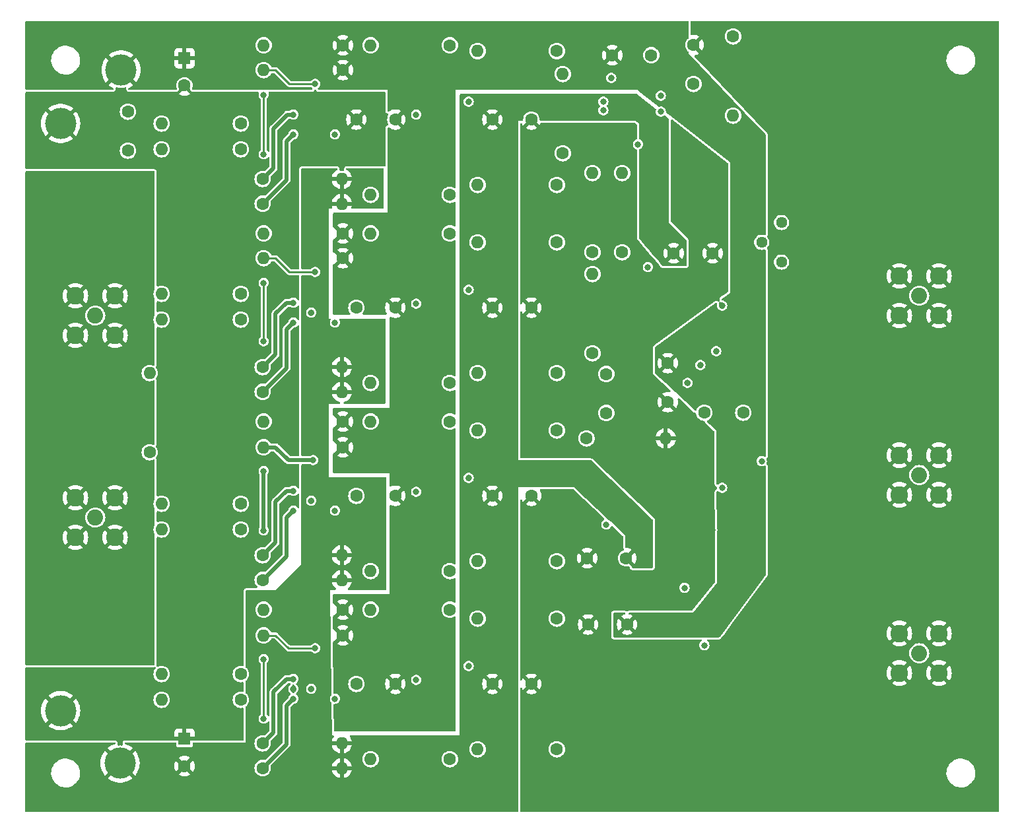
<source format=gbr>
G04 #@! TF.GenerationSoftware,KiCad,Pcbnew,7.0.1*
G04 #@! TF.CreationDate,2023-05-03T08:50:33+02:00*
G04 #@! TF.ProjectId,main,6d61696e-2e6b-4696-9361-645f70636258,rev?*
G04 #@! TF.SameCoordinates,Original*
G04 #@! TF.FileFunction,Copper,L3,Inr*
G04 #@! TF.FilePolarity,Positive*
%FSLAX46Y46*%
G04 Gerber Fmt 4.6, Leading zero omitted, Abs format (unit mm)*
G04 Created by KiCad (PCBNEW 7.0.1) date 2023-05-03 08:50:33*
%MOMM*%
%LPD*%
G01*
G04 APERTURE LIST*
G04 #@! TA.AperFunction,ComponentPad*
%ADD10C,1.440000*%
G04 #@! TD*
G04 #@! TA.AperFunction,ComponentPad*
%ADD11C,4.000000*%
G04 #@! TD*
G04 #@! TA.AperFunction,ComponentPad*
%ADD12C,1.600000*%
G04 #@! TD*
G04 #@! TA.AperFunction,ComponentPad*
%ADD13O,1.600000X1.600000*%
G04 #@! TD*
G04 #@! TA.AperFunction,ComponentPad*
%ADD14C,2.050000*%
G04 #@! TD*
G04 #@! TA.AperFunction,ComponentPad*
%ADD15C,2.250000*%
G04 #@! TD*
G04 #@! TA.AperFunction,ComponentPad*
%ADD16R,1.600000X1.600000*%
G04 #@! TD*
G04 #@! TA.AperFunction,ViaPad*
%ADD17C,0.800000*%
G04 #@! TD*
G04 #@! TA.AperFunction,Conductor*
%ADD18C,0.508000*%
G04 #@! TD*
G04 #@! TA.AperFunction,Conductor*
%ADD19C,0.250000*%
G04 #@! TD*
G04 APERTURE END LIST*
D10*
X117028000Y-75988000D03*
X114488000Y-73448000D03*
X117028000Y-70908000D03*
D11*
X32319000Y-51350000D03*
D12*
X92009000Y-98594000D03*
D13*
X102169000Y-98594000D03*
D14*
X134681000Y-80306000D03*
D15*
X132141000Y-77766000D03*
X132141000Y-82846000D03*
X137221000Y-77766000D03*
X137221000Y-82846000D03*
D14*
X29017000Y-82846000D03*
D15*
X26477000Y-80306000D03*
X26477000Y-85386000D03*
X31557000Y-80306000D03*
X31557000Y-85386000D03*
D14*
X29017000Y-108754000D03*
D15*
X26477000Y-106214000D03*
X26477000Y-111294000D03*
X31557000Y-106214000D03*
X31557000Y-111294000D03*
D11*
X32192000Y-140250000D03*
X24572000Y-58208000D03*
X24572000Y-133519000D03*
D14*
X134681000Y-103293000D03*
D15*
X132141000Y-100753000D03*
X132141000Y-105833000D03*
X137221000Y-100753000D03*
X137221000Y-105833000D03*
D14*
X134681000Y-126153000D03*
D15*
X132141000Y-123613000D03*
X132141000Y-128693000D03*
X137221000Y-123613000D03*
X137221000Y-128693000D03*
D12*
X97216000Y-122470000D03*
X92216000Y-122470000D03*
X97089000Y-113961000D03*
X92089000Y-113961000D03*
X67498000Y-57700000D03*
X62498000Y-57700000D03*
X79944000Y-57700000D03*
X84944000Y-57700000D03*
X33208000Y-56684000D03*
X33208000Y-61684000D03*
X95311000Y-49445000D03*
X100311000Y-49445000D03*
X105725000Y-53128000D03*
X105725000Y-48128000D03*
X102423000Y-88942000D03*
X102423000Y-93942000D03*
X103185000Y-74845000D03*
X108185000Y-74845000D03*
X94549000Y-95339000D03*
X94549000Y-90339000D03*
X112122000Y-95292000D03*
X107122000Y-95292000D03*
X67498000Y-81830000D03*
X62498000Y-81830000D03*
X79944000Y-81830000D03*
X84944000Y-81830000D03*
X67498000Y-105960000D03*
X62498000Y-105960000D03*
X79944000Y-105960000D03*
X84944000Y-105960000D03*
X67498000Y-130090000D03*
X62498000Y-130090000D03*
X79944000Y-130090000D03*
X84944000Y-130090000D03*
D16*
X40447000Y-49826000D03*
D12*
X40447000Y-53326000D03*
D16*
X40447000Y-137131000D03*
D12*
X40447000Y-140631000D03*
X88199000Y-48908000D03*
D13*
X78039000Y-48908000D03*
D12*
X88199000Y-66082000D03*
D13*
X78039000Y-66082000D03*
D12*
X47686000Y-58208000D03*
D13*
X37526000Y-58208000D03*
D12*
X47686000Y-61510000D03*
D13*
X37526000Y-61510000D03*
D12*
X60767000Y-51350000D03*
D13*
X50607000Y-51350000D03*
D12*
X50480000Y-65320000D03*
D13*
X60640000Y-65320000D03*
D12*
X60767000Y-48175000D03*
D13*
X50607000Y-48175000D03*
D12*
X74483000Y-48175000D03*
D13*
X64323000Y-48175000D03*
D12*
X74483000Y-67352000D03*
D13*
X64323000Y-67352000D03*
D12*
X50480000Y-68495000D03*
D13*
X60640000Y-68495000D03*
D12*
X36002000Y-100372000D03*
D13*
X36002000Y-90212000D03*
D12*
X88961000Y-62018000D03*
D13*
X88961000Y-51858000D03*
D12*
X110805000Y-47032000D03*
D13*
X110805000Y-57192000D03*
D12*
X96581000Y-74718000D03*
D13*
X96581000Y-64558000D03*
D12*
X92771000Y-74718000D03*
D13*
X92771000Y-64558000D03*
D12*
X92771000Y-87672000D03*
D13*
X92771000Y-77512000D03*
D12*
X47686000Y-80052000D03*
D13*
X37526000Y-80052000D03*
D12*
X47686000Y-83354000D03*
D13*
X37526000Y-83354000D03*
D12*
X60767000Y-75480000D03*
D13*
X50607000Y-75480000D03*
D12*
X50480000Y-89450000D03*
D13*
X60640000Y-89450000D03*
D12*
X60767000Y-72305000D03*
D13*
X50607000Y-72305000D03*
D12*
X74483000Y-72305000D03*
D13*
X64323000Y-72305000D03*
D12*
X74483000Y-91482000D03*
D13*
X64323000Y-91482000D03*
D12*
X50480000Y-92625000D03*
D13*
X60640000Y-92625000D03*
D12*
X88199000Y-73448000D03*
D13*
X78039000Y-73448000D03*
D12*
X88199000Y-90212000D03*
D13*
X78039000Y-90212000D03*
D12*
X88199000Y-97578000D03*
D13*
X78039000Y-97578000D03*
D12*
X88199000Y-114342000D03*
D13*
X78039000Y-114342000D03*
D12*
X47686000Y-106976000D03*
D13*
X37526000Y-106976000D03*
D12*
X47686000Y-110278000D03*
D13*
X37526000Y-110278000D03*
D12*
X60767000Y-99737000D03*
D13*
X50607000Y-99737000D03*
D12*
X50480000Y-113580000D03*
D13*
X60640000Y-113580000D03*
D12*
X60767000Y-96435000D03*
D13*
X50607000Y-96435000D03*
D12*
X74483000Y-96435000D03*
D13*
X64323000Y-96435000D03*
D12*
X74483000Y-115612000D03*
D13*
X64323000Y-115612000D03*
D12*
X50480000Y-116755000D03*
D13*
X60640000Y-116755000D03*
D12*
X88199000Y-121708000D03*
D13*
X78039000Y-121708000D03*
D12*
X88199000Y-138472000D03*
D13*
X78039000Y-138472000D03*
D12*
X47686000Y-128820000D03*
D13*
X37526000Y-128820000D03*
D12*
X47686000Y-132122000D03*
D13*
X37526000Y-132122000D03*
D12*
X60767000Y-123867000D03*
D13*
X50607000Y-123867000D03*
D12*
X50480000Y-137710000D03*
D13*
X60640000Y-137710000D03*
D12*
X60767000Y-120565000D03*
D13*
X50607000Y-120565000D03*
D12*
X74483000Y-120565000D03*
D13*
X64323000Y-120565000D03*
D12*
X74483000Y-139742000D03*
D13*
X64323000Y-139742000D03*
D12*
X50480000Y-140885000D03*
D13*
X60640000Y-140885000D03*
D17*
X98613000Y-60875000D03*
X94168000Y-56516000D03*
X101534000Y-56684000D03*
X70165000Y-57065000D03*
X56703000Y-82465000D03*
X140945000Y-65108000D03*
X130945000Y-110108000D03*
X120945000Y-60108000D03*
X140945000Y-90108000D03*
X76896000Y-103674000D03*
X130945000Y-60108000D03*
X93445000Y-145108000D03*
X76896000Y-127804000D03*
X126695000Y-124153000D03*
X103195000Y-110908000D03*
X108646000Y-87418000D03*
X104963000Y-91482000D03*
X140945000Y-80108000D03*
X103439000Y-68876000D03*
X126695000Y-101403000D03*
X104074000Y-82211000D03*
X140945000Y-100108000D03*
X140945000Y-60108000D03*
X140945000Y-135108000D03*
X95184000Y-52366000D03*
X106868000Y-106976000D03*
X120945000Y-50108000D03*
X95345000Y-85308000D03*
X54417000Y-58335000D03*
X128445000Y-140108000D03*
X103445000Y-135108000D03*
X103445000Y-130108000D03*
X130945000Y-50108000D03*
X130945000Y-65108000D03*
X54417000Y-106595000D03*
X102804000Y-80687000D03*
X54417000Y-130725000D03*
X54417000Y-82465000D03*
X109408000Y-81576000D03*
X108145000Y-110358000D03*
X56703000Y-106595000D03*
X104582000Y-125264000D03*
X130945000Y-55108000D03*
X126695000Y-78424000D03*
X76896000Y-79544000D03*
X128445000Y-135108000D03*
X95945000Y-130108000D03*
X110945000Y-130108000D03*
X130945000Y-90108000D03*
X120945000Y-55108000D03*
X104455000Y-106976000D03*
X56703000Y-130725000D03*
X110945000Y-135108000D03*
X110945000Y-140108000D03*
X140945000Y-110108000D03*
X93445000Y-132608000D03*
X120945000Y-65108000D03*
X95945000Y-135108000D03*
X140945000Y-120108000D03*
X93445000Y-140108000D03*
X105725000Y-111294000D03*
X140945000Y-127608000D03*
X100137000Y-81195000D03*
X106614000Y-89196000D03*
X76896000Y-55414000D03*
X56703000Y-58335000D03*
X101534000Y-54652000D03*
X94168000Y-55414000D03*
X59751000Y-59605000D03*
X54417000Y-57065000D03*
X54417000Y-59605000D03*
X50607000Y-62145000D03*
X50607000Y-54525000D03*
X57211000Y-53128000D03*
X59751000Y-83735000D03*
X54417000Y-81195000D03*
X54417000Y-83735000D03*
X109408000Y-104944000D03*
X99883000Y-76623000D03*
X107122000Y-125137000D03*
X94549000Y-109643000D03*
X50607000Y-78655000D03*
X50607000Y-86148000D03*
X57211000Y-77258000D03*
X59751000Y-107865000D03*
X54417000Y-105325000D03*
X70165000Y-81322000D03*
X54417000Y-107865000D03*
X56957000Y-101388000D03*
X50607000Y-110405000D03*
X50607000Y-102785000D03*
X59751000Y-131995000D03*
X54417000Y-129455000D03*
X54417000Y-131995000D03*
X70165000Y-105452000D03*
X57211000Y-125518000D03*
X50607000Y-126915000D03*
X50607000Y-134535000D03*
X114488000Y-101515000D03*
X104582000Y-117771000D03*
X70165000Y-129582000D03*
X105852000Y-121327000D03*
X98613000Y-55922000D03*
D18*
X51877000Y-58843000D02*
X51877000Y-63923000D01*
X53655000Y-57065000D02*
X51877000Y-58843000D01*
X51877000Y-63923000D02*
X50480000Y-65320000D01*
X54417000Y-57065000D02*
X53655000Y-57065000D01*
X50480000Y-68495000D02*
X53528000Y-65447000D01*
X53528000Y-60494000D02*
X54417000Y-59605000D01*
X53528000Y-65447000D02*
X53528000Y-60494000D01*
D19*
X52131000Y-51350000D02*
X50607000Y-51350000D01*
X57211000Y-53128000D02*
X53909000Y-53128000D01*
X52131000Y-51350000D02*
X53909000Y-53128000D01*
X50607000Y-62145000D02*
X50607000Y-54525000D01*
D18*
X54163000Y-81195000D02*
X53528000Y-81195000D01*
X53528000Y-81195000D02*
X52131000Y-82592000D01*
X52131000Y-87799000D02*
X50480000Y-89450000D01*
X52131000Y-82592000D02*
X52131000Y-87799000D01*
X54417000Y-83735000D02*
X53528000Y-84624000D01*
X53528000Y-89577000D02*
X50480000Y-92625000D01*
X53528000Y-84624000D02*
X53528000Y-89577000D01*
D19*
X53909000Y-77258000D02*
X52131000Y-75480000D01*
X57211000Y-77258000D02*
X53909000Y-77258000D01*
X52131000Y-75480000D02*
X50607000Y-75480000D01*
X50607000Y-86148000D02*
X50607000Y-78655000D01*
D18*
X53528000Y-105325000D02*
X52131000Y-106722000D01*
X52131000Y-111929000D02*
X50480000Y-113580000D01*
X52131000Y-106722000D02*
X52131000Y-111929000D01*
X54417000Y-105325000D02*
X53528000Y-105325000D01*
X53528000Y-108754000D02*
X53528000Y-113707000D01*
X53528000Y-113707000D02*
X50480000Y-116755000D01*
X54417000Y-107865000D02*
X53528000Y-108754000D01*
X52131000Y-99737000D02*
X50607000Y-99737000D01*
X53782000Y-101388000D02*
X52131000Y-99737000D01*
X56957000Y-101388000D02*
X53782000Y-101388000D01*
X50607000Y-110405000D02*
X50607000Y-102785000D01*
X51877000Y-131106000D02*
X51877000Y-136313000D01*
X51877000Y-136313000D02*
X50480000Y-137710000D01*
X54417000Y-129455000D02*
X53528000Y-129455000D01*
X53528000Y-129455000D02*
X51877000Y-131106000D01*
X53528000Y-132884000D02*
X54417000Y-131995000D01*
X50480000Y-140885000D02*
X53528000Y-137837000D01*
X53528000Y-137837000D02*
X53528000Y-132884000D01*
D19*
X50607000Y-134535000D02*
X50607000Y-126915000D01*
X52131000Y-123867000D02*
X50607000Y-123867000D01*
X53782000Y-125518000D02*
X52131000Y-123867000D01*
X57211000Y-125518000D02*
X53782000Y-125518000D01*
G04 #@! TA.AperFunction,Conductor*
G36*
X98356794Y-54404562D02*
G01*
X98392747Y-54423566D01*
X100879930Y-56307795D01*
X100914769Y-56348468D01*
X100929569Y-56399938D01*
X100921654Y-56452907D01*
X100893850Y-56526218D01*
X100874693Y-56683999D01*
X100893850Y-56841780D01*
X100950212Y-56990394D01*
X101033679Y-57111317D01*
X101040502Y-57121201D01*
X101159471Y-57226599D01*
X101300207Y-57300463D01*
X101454529Y-57338500D01*
X101613469Y-57338500D01*
X101613471Y-57338500D01*
X101767793Y-57300463D01*
X101908529Y-57226599D01*
X101916135Y-57219859D01*
X101966416Y-57192644D01*
X102023552Y-57190453D01*
X102075774Y-57213738D01*
X102500086Y-57535186D01*
X102536834Y-57579543D01*
X102550000Y-57635620D01*
X102550000Y-70908001D01*
X104799095Y-73157095D01*
X104826409Y-73197972D01*
X104836000Y-73246190D01*
X104836000Y-76370000D01*
X104819119Y-76433000D01*
X104773000Y-76479119D01*
X104710000Y-76496000D01*
X101845952Y-76496000D01*
X101793302Y-76484473D01*
X101750286Y-76452000D01*
X101304658Y-75932100D01*
X102457110Y-75932100D01*
X102528497Y-75982085D01*
X102735929Y-76078813D01*
X102957000Y-76138048D01*
X103185000Y-76157995D01*
X103412999Y-76138048D01*
X103634070Y-76078813D01*
X103841498Y-75982087D01*
X103912888Y-75932099D01*
X103912888Y-75932097D01*
X103185001Y-75204210D01*
X103185000Y-75204210D01*
X102457110Y-75932098D01*
X102457110Y-75932100D01*
X101304658Y-75932100D01*
X100372858Y-74845000D01*
X101872004Y-74845000D01*
X101891951Y-75072999D01*
X101951186Y-75294070D01*
X102047912Y-75501497D01*
X102097900Y-75572887D01*
X102825789Y-74845001D01*
X103544210Y-74845001D01*
X104272097Y-75572888D01*
X104272099Y-75572888D01*
X104322087Y-75501498D01*
X104418813Y-75294070D01*
X104478048Y-75072999D01*
X104497995Y-74845000D01*
X104478048Y-74617000D01*
X104418813Y-74395929D01*
X104322085Y-74188497D01*
X104272100Y-74117110D01*
X104272098Y-74117110D01*
X103544210Y-74845000D01*
X103544210Y-74845001D01*
X102825789Y-74845001D01*
X102825790Y-74845000D01*
X102825790Y-74844999D01*
X102097900Y-74117109D01*
X102047913Y-74188499D01*
X101951186Y-74395929D01*
X101891951Y-74617000D01*
X101872004Y-74845000D01*
X100372858Y-74845000D01*
X99930595Y-74329027D01*
X99441058Y-73757900D01*
X102457109Y-73757900D01*
X103184999Y-74485790D01*
X103185000Y-74485790D01*
X103912888Y-73757899D01*
X103841497Y-73707912D01*
X103634070Y-73611186D01*
X103412999Y-73551951D01*
X103185000Y-73532004D01*
X102957000Y-73551951D01*
X102735929Y-73611186D01*
X102528499Y-73707913D01*
X102457109Y-73757900D01*
X99441058Y-73757900D01*
X98770333Y-72975388D01*
X98747826Y-72937105D01*
X98740000Y-72893390D01*
X98740000Y-61616500D01*
X98752165Y-61562486D01*
X98786310Y-61518901D01*
X98835843Y-61494162D01*
X98836504Y-61493998D01*
X98846793Y-61491463D01*
X98987529Y-61417599D01*
X99106498Y-61312201D01*
X99196787Y-61181395D01*
X99253149Y-61032782D01*
X99272307Y-60875000D01*
X99253149Y-60717218D01*
X99196787Y-60568605D01*
X99106498Y-60437799D01*
X98987529Y-60332401D01*
X98846793Y-60258537D01*
X98835843Y-60255838D01*
X98786310Y-60231099D01*
X98752165Y-60187514D01*
X98740000Y-60133500D01*
X98740000Y-58208000D01*
X98232000Y-57827000D01*
X86130114Y-57827000D01*
X86063595Y-57808010D01*
X86017126Y-57756765D01*
X86008951Y-57711942D01*
X86004819Y-57712350D01*
X85983242Y-57493286D01*
X85983242Y-57493282D01*
X85922945Y-57294508D01*
X85825027Y-57111317D01*
X85781763Y-57058599D01*
X85693252Y-56950747D01*
X85532682Y-56818972D01*
X85349494Y-56721056D01*
X85349493Y-56721055D01*
X85349492Y-56721055D01*
X85150718Y-56660758D01*
X85150715Y-56660757D01*
X85150713Y-56660757D01*
X84944000Y-56640397D01*
X84737286Y-56660757D01*
X84737283Y-56660757D01*
X84737282Y-56660758D01*
X84660663Y-56684000D01*
X84538505Y-56721056D01*
X84355317Y-56818972D01*
X84194747Y-56950747D01*
X84062972Y-57111317D01*
X83965056Y-57294505D01*
X83904757Y-57493286D01*
X83883181Y-57712350D01*
X83879048Y-57711942D01*
X83870874Y-57756765D01*
X83824405Y-57808010D01*
X83757886Y-57827000D01*
X83246000Y-57827000D01*
X83246000Y-101388000D01*
X92466600Y-101388000D01*
X92513395Y-101397012D01*
X92553496Y-101422758D01*
X97694770Y-106319210D01*
X100478897Y-108970759D01*
X100507812Y-109012366D01*
X100518000Y-109062000D01*
X100518000Y-115105000D01*
X100501119Y-115168000D01*
X100455000Y-115214119D01*
X100392000Y-115231000D01*
X97938392Y-115231000D01*
X97872245Y-115212241D01*
X97825794Y-115161549D01*
X97812871Y-115094019D01*
X97816888Y-115048097D01*
X96962000Y-114193209D01*
X96962000Y-113961001D01*
X97448210Y-113961001D01*
X98176097Y-114688888D01*
X98176099Y-114688888D01*
X98226087Y-114617498D01*
X98322813Y-114410070D01*
X98382048Y-114188999D01*
X98401995Y-113960999D01*
X98382048Y-113733000D01*
X98322813Y-113511929D01*
X98226085Y-113304497D01*
X98176100Y-113233110D01*
X98176098Y-113233110D01*
X97448210Y-113961000D01*
X97448210Y-113961001D01*
X96962000Y-113961001D01*
X96962000Y-113728789D01*
X97089000Y-113601789D01*
X97089003Y-113601786D01*
X97816888Y-112873899D01*
X97745497Y-112823912D01*
X97538070Y-112727186D01*
X97316999Y-112667951D01*
X97078019Y-112647044D01*
X97078356Y-112643191D01*
X97031415Y-112634189D01*
X96980749Y-112587740D01*
X96962000Y-112521610D01*
X96962000Y-111040001D01*
X96961999Y-111039999D01*
X96776042Y-110864771D01*
X95102434Y-109287717D01*
X95085155Y-109267599D01*
X95042498Y-109205799D01*
X94986610Y-109156287D01*
X94923529Y-109100400D01*
X94893944Y-109084873D01*
X94866089Y-109065007D01*
X90358001Y-104817000D01*
X90358000Y-104817000D01*
X83246000Y-104817000D01*
X83246000Y-146423500D01*
X83229119Y-146486500D01*
X83183000Y-146532619D01*
X83120000Y-146549500D01*
X20176500Y-146549500D01*
X20113500Y-146532619D01*
X20067381Y-146486500D01*
X20050500Y-146423500D01*
X20050500Y-141587766D01*
X23352787Y-141587766D01*
X23382413Y-141857015D01*
X23382414Y-141857018D01*
X23450928Y-142119088D01*
X23556870Y-142368390D01*
X23697982Y-142599610D01*
X23871255Y-142807820D01*
X23871256Y-142807821D01*
X23871258Y-142807823D01*
X24072993Y-142988578D01*
X24072995Y-142988579D01*
X24072998Y-142988582D01*
X24298910Y-143138044D01*
X24431104Y-143200014D01*
X24544171Y-143253018D01*
X24544173Y-143253018D01*
X24544176Y-143253020D01*
X24803569Y-143331060D01*
X24803572Y-143331060D01*
X24803574Y-143331061D01*
X25071558Y-143370500D01*
X25071561Y-143370500D01*
X25274630Y-143370500D01*
X25274631Y-143370500D01*
X25477156Y-143355677D01*
X25741553Y-143296780D01*
X25994558Y-143200014D01*
X26230777Y-143067441D01*
X26445177Y-142901888D01*
X26633186Y-142706881D01*
X26790799Y-142486579D01*
X26914656Y-142245675D01*
X26931368Y-142196688D01*
X30604521Y-142196688D01*
X30845485Y-142371759D01*
X31122034Y-142523793D01*
X31415458Y-142639967D01*
X31721117Y-142718448D01*
X32034207Y-142758000D01*
X32349793Y-142758000D01*
X32662882Y-142718448D01*
X32968541Y-142639967D01*
X33261965Y-142523793D01*
X33538514Y-142371759D01*
X33779477Y-142196688D01*
X33779477Y-142196686D01*
X32192001Y-140609210D01*
X32191999Y-140609210D01*
X30604521Y-142196686D01*
X30604521Y-142196688D01*
X26931368Y-142196688D01*
X27002118Y-141989305D01*
X27051319Y-141722933D01*
X27061212Y-141452235D01*
X27031586Y-141182982D01*
X26963072Y-140920912D01*
X26857130Y-140671610D01*
X26716018Y-140440390D01*
X26557575Y-140250000D01*
X29679040Y-140250000D01*
X29698855Y-140564955D01*
X29757989Y-140874944D01*
X29855511Y-141175084D01*
X29989877Y-141460628D01*
X30158971Y-141727078D01*
X30248042Y-141834745D01*
X30248043Y-141834746D01*
X31832790Y-140250001D01*
X32551210Y-140250001D01*
X34135955Y-141834746D01*
X34135956Y-141834745D01*
X34225027Y-141727078D01*
X34230725Y-141718100D01*
X39719110Y-141718100D01*
X39790497Y-141768085D01*
X39997929Y-141864813D01*
X40219000Y-141924048D01*
X40447000Y-141943995D01*
X40674999Y-141924048D01*
X40896070Y-141864813D01*
X41103498Y-141768087D01*
X41174888Y-141718099D01*
X41174888Y-141718097D01*
X40447001Y-140990210D01*
X40447000Y-140990210D01*
X39719110Y-141718098D01*
X39719110Y-141718100D01*
X34230725Y-141718100D01*
X34394122Y-141460627D01*
X34528488Y-141175084D01*
X34626010Y-140874944D01*
X34672545Y-140631000D01*
X39134004Y-140631000D01*
X39153951Y-140858999D01*
X39213186Y-141080070D01*
X39309912Y-141287497D01*
X39359900Y-141358887D01*
X40087789Y-140631001D01*
X40806210Y-140631001D01*
X41534097Y-141358888D01*
X41534099Y-141358888D01*
X41584087Y-141287498D01*
X41680813Y-141080070D01*
X41733081Y-140885000D01*
X49420397Y-140885000D01*
X49440757Y-141091713D01*
X49440757Y-141091715D01*
X49440758Y-141091718D01*
X49500147Y-141287498D01*
X49501056Y-141290494D01*
X49598972Y-141473682D01*
X49730747Y-141634252D01*
X49843857Y-141727078D01*
X49891317Y-141766027D01*
X50074508Y-141863945D01*
X50273282Y-141924242D01*
X50480000Y-141944602D01*
X50686718Y-141924242D01*
X50885492Y-141863945D01*
X51068683Y-141766027D01*
X51229252Y-141634252D01*
X51361027Y-141473683D01*
X51458945Y-141290492D01*
X51504899Y-141139000D01*
X59353918Y-141139000D01*
X59406186Y-141334070D01*
X59502912Y-141541498D01*
X59634189Y-141728981D01*
X59796018Y-141890810D01*
X59983501Y-142022087D01*
X60190929Y-142118813D01*
X60386000Y-142171082D01*
X60386000Y-141139000D01*
X60894000Y-141139000D01*
X60894000Y-142171082D01*
X61089070Y-142118813D01*
X61296498Y-142022087D01*
X61483981Y-141890810D01*
X61645810Y-141728981D01*
X61777087Y-141541498D01*
X61873813Y-141334070D01*
X61926082Y-141139000D01*
X60894000Y-141139000D01*
X60386000Y-141139000D01*
X59353918Y-141139000D01*
X51504899Y-141139000D01*
X51519242Y-141091718D01*
X51539602Y-140885000D01*
X51519242Y-140678282D01*
X51514771Y-140663546D01*
X51513972Y-140631000D01*
X59353917Y-140631000D01*
X60386000Y-140631000D01*
X60386000Y-139598917D01*
X60893999Y-139598917D01*
X60894000Y-139598918D01*
X60894000Y-140631000D01*
X61926082Y-140631000D01*
X61873813Y-140435929D01*
X61777087Y-140228501D01*
X61645810Y-140041018D01*
X61483981Y-139879189D01*
X61296498Y-139747912D01*
X61283820Y-139742000D01*
X63263397Y-139742000D01*
X63283757Y-139948713D01*
X63283757Y-139948715D01*
X63283758Y-139948718D01*
X63344055Y-140147492D01*
X63344056Y-140147494D01*
X63441972Y-140330682D01*
X63573747Y-140491252D01*
X63701818Y-140596356D01*
X63734317Y-140623027D01*
X63917508Y-140720945D01*
X64116282Y-140781242D01*
X64323000Y-140801602D01*
X64529718Y-140781242D01*
X64728492Y-140720945D01*
X64911683Y-140623027D01*
X65072252Y-140491252D01*
X65204027Y-140330683D01*
X65301945Y-140147492D01*
X65362242Y-139948718D01*
X65382602Y-139742000D01*
X73423397Y-139742000D01*
X73443757Y-139948713D01*
X73443757Y-139948715D01*
X73443758Y-139948718D01*
X73504055Y-140147492D01*
X73504056Y-140147494D01*
X73601972Y-140330682D01*
X73733747Y-140491252D01*
X73861818Y-140596356D01*
X73894317Y-140623027D01*
X74077508Y-140720945D01*
X74276282Y-140781242D01*
X74483000Y-140801602D01*
X74689718Y-140781242D01*
X74888492Y-140720945D01*
X75071683Y-140623027D01*
X75232252Y-140491252D01*
X75364027Y-140330683D01*
X75461945Y-140147492D01*
X75522242Y-139948718D01*
X75542602Y-139742000D01*
X75522242Y-139535282D01*
X75461945Y-139336508D01*
X75364027Y-139153317D01*
X75288004Y-139060682D01*
X75232252Y-138992747D01*
X75071682Y-138860972D01*
X74888494Y-138763056D01*
X74888493Y-138763055D01*
X74888492Y-138763055D01*
X74689718Y-138702758D01*
X74689715Y-138702757D01*
X74689713Y-138702757D01*
X74483000Y-138682397D01*
X74276286Y-138702757D01*
X74276283Y-138702757D01*
X74276282Y-138702758D01*
X74123044Y-138749242D01*
X74077505Y-138763056D01*
X73894317Y-138860972D01*
X73733747Y-138992747D01*
X73601972Y-139153317D01*
X73504056Y-139336505D01*
X73504055Y-139336507D01*
X73504055Y-139336508D01*
X73444875Y-139531602D01*
X73443757Y-139535286D01*
X73423397Y-139742000D01*
X65382602Y-139742000D01*
X65362242Y-139535282D01*
X65301945Y-139336508D01*
X65204027Y-139153317D01*
X65128004Y-139060682D01*
X65072252Y-138992747D01*
X64911682Y-138860972D01*
X64728494Y-138763056D01*
X64728493Y-138763055D01*
X64728492Y-138763055D01*
X64529718Y-138702758D01*
X64529715Y-138702757D01*
X64529713Y-138702757D01*
X64323000Y-138682397D01*
X64116286Y-138702757D01*
X64116283Y-138702757D01*
X64116282Y-138702758D01*
X63963044Y-138749242D01*
X63917505Y-138763056D01*
X63734317Y-138860972D01*
X63573747Y-138992747D01*
X63441972Y-139153317D01*
X63344056Y-139336505D01*
X63344055Y-139336507D01*
X63344055Y-139336508D01*
X63284875Y-139531602D01*
X63283757Y-139535286D01*
X63263397Y-139742000D01*
X61283820Y-139742000D01*
X61089070Y-139651186D01*
X60893999Y-139598917D01*
X60386000Y-139598917D01*
X60190929Y-139651186D01*
X59983501Y-139747912D01*
X59796018Y-139879189D01*
X59634189Y-140041018D01*
X59502912Y-140228501D01*
X59406186Y-140435929D01*
X59353917Y-140631000D01*
X51513972Y-140631000D01*
X51513122Y-140596356D01*
X51546249Y-140537877D01*
X53839331Y-138244795D01*
X53860301Y-138227896D01*
X53864421Y-138225250D01*
X53897450Y-138187131D01*
X53903580Y-138180547D01*
X53913280Y-138170848D01*
X53921500Y-138159864D01*
X53927130Y-138152877D01*
X53960176Y-138114743D01*
X53962208Y-138110291D01*
X53975957Y-138087120D01*
X53978889Y-138083204D01*
X53996528Y-138035910D01*
X53999952Y-138027642D01*
X54020919Y-137981734D01*
X54021614Y-137976898D01*
X54024906Y-137964000D01*
X59353918Y-137964000D01*
X59406186Y-138159070D01*
X59502912Y-138366498D01*
X59634189Y-138553981D01*
X59796018Y-138715810D01*
X59983501Y-138847087D01*
X60190929Y-138943813D01*
X60386000Y-138996082D01*
X60386000Y-137964000D01*
X60894000Y-137964000D01*
X60894000Y-138996082D01*
X61089070Y-138943813D01*
X61296498Y-138847087D01*
X61483981Y-138715810D01*
X61645810Y-138553981D01*
X61703214Y-138472000D01*
X76979397Y-138472000D01*
X76999757Y-138678713D01*
X76999757Y-138678715D01*
X76999758Y-138678718D01*
X77050832Y-138847087D01*
X77060056Y-138877494D01*
X77157972Y-139060682D01*
X77289747Y-139221252D01*
X77407641Y-139318004D01*
X77450317Y-139353027D01*
X77633508Y-139450945D01*
X77832282Y-139511242D01*
X78039000Y-139531602D01*
X78245718Y-139511242D01*
X78444492Y-139450945D01*
X78627683Y-139353027D01*
X78788252Y-139221252D01*
X78920027Y-139060683D01*
X79017945Y-138877492D01*
X79078242Y-138678718D01*
X79098602Y-138472000D01*
X79078242Y-138265282D01*
X79017945Y-138066508D01*
X78920027Y-137883317D01*
X78911862Y-137873368D01*
X78788252Y-137722747D01*
X78627682Y-137590972D01*
X78444494Y-137493056D01*
X78444493Y-137493055D01*
X78444492Y-137493055D01*
X78245718Y-137432758D01*
X78245715Y-137432757D01*
X78245713Y-137432757D01*
X78039000Y-137412397D01*
X77832286Y-137432757D01*
X77832283Y-137432757D01*
X77832282Y-137432758D01*
X77633508Y-137493055D01*
X77633505Y-137493056D01*
X77450317Y-137590972D01*
X77289747Y-137722747D01*
X77157972Y-137883317D01*
X77060056Y-138066505D01*
X77060055Y-138066507D01*
X77060055Y-138066508D01*
X77011902Y-138225250D01*
X76999757Y-138265286D01*
X76979397Y-138472000D01*
X61703214Y-138472000D01*
X61777087Y-138366498D01*
X61873813Y-138159070D01*
X61926082Y-137964000D01*
X60894000Y-137964000D01*
X60386000Y-137964000D01*
X59353918Y-137964000D01*
X54024906Y-137964000D01*
X54028279Y-137950785D01*
X54029989Y-137946200D01*
X54033588Y-137895875D01*
X54034550Y-137886926D01*
X54036500Y-137873366D01*
X54036500Y-137859661D01*
X54036821Y-137850673D01*
X54038225Y-137831041D01*
X54040420Y-137800351D01*
X54039379Y-137795564D01*
X54036500Y-137768784D01*
X54036500Y-133146818D01*
X54046091Y-133098600D01*
X54073401Y-133057726D01*
X54451938Y-132679189D01*
X54510873Y-132645950D01*
X54650793Y-132611463D01*
X54791529Y-132537599D01*
X54910498Y-132432201D01*
X55000787Y-132301395D01*
X55057149Y-132152782D01*
X55076307Y-131995000D01*
X55057149Y-131837218D01*
X55000787Y-131688605D01*
X54910498Y-131557799D01*
X54793685Y-131454311D01*
X54756214Y-131395055D01*
X54756214Y-131324945D01*
X54793686Y-131265688D01*
X54837257Y-131227087D01*
X54910498Y-131162201D01*
X55000787Y-131031395D01*
X55057149Y-130882782D01*
X55076307Y-130725000D01*
X55076307Y-130724999D01*
X56043693Y-130724999D01*
X56062850Y-130882780D01*
X56119212Y-131031394D01*
X56208444Y-131160669D01*
X56209502Y-131162201D01*
X56328471Y-131267599D01*
X56469207Y-131341463D01*
X56623529Y-131379500D01*
X56782469Y-131379500D01*
X56782471Y-131379500D01*
X56936793Y-131341463D01*
X57077529Y-131267599D01*
X57196498Y-131162201D01*
X57286787Y-131031395D01*
X57343149Y-130882782D01*
X57362307Y-130725000D01*
X57343149Y-130567218D01*
X57286787Y-130418605D01*
X57196498Y-130287799D01*
X57077529Y-130182401D01*
X56968265Y-130125055D01*
X56936795Y-130108538D01*
X56936794Y-130108537D01*
X56936793Y-130108537D01*
X56782471Y-130070500D01*
X56623529Y-130070500D01*
X56469207Y-130108537D01*
X56469206Y-130108537D01*
X56469204Y-130108538D01*
X56328472Y-130182400D01*
X56209501Y-130287799D01*
X56119212Y-130418605D01*
X56062850Y-130567219D01*
X56043693Y-130724999D01*
X55076307Y-130724999D01*
X55057149Y-130567218D01*
X55000787Y-130418605D01*
X54910498Y-130287799D01*
X54793685Y-130184311D01*
X54756214Y-130125055D01*
X54756214Y-130054945D01*
X54793686Y-129995688D01*
X54794302Y-129995142D01*
X54910498Y-129892201D01*
X55000787Y-129761395D01*
X55057149Y-129612782D01*
X55076307Y-129455000D01*
X55057149Y-129297218D01*
X55000787Y-129148605D01*
X54910498Y-129017799D01*
X54791529Y-128912401D01*
X54650793Y-128838537D01*
X54496471Y-128800500D01*
X54337529Y-128800500D01*
X54183207Y-128838536D01*
X54183207Y-128838537D01*
X54042469Y-128912401D01*
X54039748Y-128914813D01*
X54000875Y-128938312D01*
X53956195Y-128946500D01*
X53596216Y-128946500D01*
X53569436Y-128943621D01*
X53564650Y-128942580D01*
X53564649Y-128942580D01*
X53550094Y-128943621D01*
X53514327Y-128946179D01*
X53505339Y-128946500D01*
X53491632Y-128946500D01*
X53478065Y-128948450D01*
X53469134Y-128949410D01*
X53418796Y-128953011D01*
X53414199Y-128954726D01*
X53388121Y-128961382D01*
X53383268Y-128962080D01*
X53337368Y-128983040D01*
X53329066Y-128986478D01*
X53281793Y-129004111D01*
X53277866Y-129007051D01*
X53254723Y-129020783D01*
X53250259Y-129022821D01*
X53212125Y-129055864D01*
X53205134Y-129061498D01*
X53194153Y-129069719D01*
X53184456Y-129079416D01*
X53177880Y-129085538D01*
X53139749Y-129118579D01*
X53137097Y-129122706D01*
X53120199Y-129143672D01*
X51565670Y-130698200D01*
X51544705Y-130715097D01*
X51540580Y-130717748D01*
X51507544Y-130755873D01*
X51501422Y-130762449D01*
X51491721Y-130772150D01*
X51483504Y-130783127D01*
X51477865Y-130790123D01*
X51444823Y-130828257D01*
X51442786Y-130832717D01*
X51429050Y-130855869D01*
X51426110Y-130859796D01*
X51408475Y-130907073D01*
X51405037Y-130915374D01*
X51384080Y-130961267D01*
X51383382Y-130966121D01*
X51376725Y-130992198D01*
X51375010Y-130996794D01*
X51371410Y-131047132D01*
X51370450Y-131056065D01*
X51368500Y-131069634D01*
X51368500Y-131083339D01*
X51368179Y-131092327D01*
X51364580Y-131142650D01*
X51365621Y-131147436D01*
X51368500Y-131174216D01*
X51368500Y-134081719D01*
X51352620Y-134142953D01*
X51308983Y-134188752D01*
X51248587Y-134207572D01*
X51186658Y-134194669D01*
X51138804Y-134153295D01*
X51131665Y-134142953D01*
X51100498Y-134097799D01*
X51028946Y-134034409D01*
X50997600Y-133991809D01*
X50986500Y-133940097D01*
X50986500Y-127509903D01*
X50997600Y-127458191D01*
X51028946Y-127415591D01*
X51084020Y-127366799D01*
X51100498Y-127352201D01*
X51190787Y-127221395D01*
X51247149Y-127072782D01*
X51266307Y-126915000D01*
X51247149Y-126757218D01*
X51190787Y-126608605D01*
X51100498Y-126477799D01*
X50981529Y-126372401D01*
X50840793Y-126298537D01*
X50686471Y-126260500D01*
X50527529Y-126260500D01*
X50373207Y-126298537D01*
X50373206Y-126298537D01*
X50373204Y-126298538D01*
X50232472Y-126372400D01*
X50113501Y-126477799D01*
X50023212Y-126608605D01*
X49966850Y-126757219D01*
X49947693Y-126915000D01*
X49966850Y-127072780D01*
X50023212Y-127221394D01*
X50113501Y-127352200D01*
X50185054Y-127415591D01*
X50216400Y-127458191D01*
X50227500Y-127509903D01*
X50227500Y-133940097D01*
X50216400Y-133991809D01*
X50185054Y-134034409D01*
X50113501Y-134097799D01*
X50023212Y-134228605D01*
X49966850Y-134377219D01*
X49947693Y-134535000D01*
X49966850Y-134692780D01*
X50023212Y-134841394D01*
X50059797Y-134894397D01*
X50113502Y-134972201D01*
X50232471Y-135077599D01*
X50373207Y-135151463D01*
X50527529Y-135189500D01*
X50686469Y-135189500D01*
X50686471Y-135189500D01*
X50840793Y-135151463D01*
X50981529Y-135077599D01*
X51100498Y-134972201D01*
X51138804Y-134916704D01*
X51186658Y-134875331D01*
X51248587Y-134862428D01*
X51308983Y-134881248D01*
X51352620Y-134927047D01*
X51368500Y-134988281D01*
X51368500Y-136050181D01*
X51358909Y-136098399D01*
X51331595Y-136139277D01*
X50827122Y-136643748D01*
X50768644Y-136676876D01*
X50701454Y-136675227D01*
X50686719Y-136670757D01*
X50479999Y-136650397D01*
X50273286Y-136670757D01*
X50273283Y-136670757D01*
X50273282Y-136670758D01*
X50074508Y-136731055D01*
X50074505Y-136731056D01*
X49891317Y-136828972D01*
X49730747Y-136960747D01*
X49598972Y-137121317D01*
X49501056Y-137304505D01*
X49501055Y-137304507D01*
X49501055Y-137304508D01*
X49443861Y-137493055D01*
X49440757Y-137503286D01*
X49420397Y-137710000D01*
X49440757Y-137916713D01*
X49440757Y-137916715D01*
X49440758Y-137916718D01*
X49500828Y-138114743D01*
X49501056Y-138115494D01*
X49598972Y-138298682D01*
X49730747Y-138459252D01*
X49846176Y-138553981D01*
X49891317Y-138591027D01*
X50074508Y-138688945D01*
X50273282Y-138749242D01*
X50480000Y-138769602D01*
X50686718Y-138749242D01*
X50885492Y-138688945D01*
X51068683Y-138591027D01*
X51229252Y-138459252D01*
X51361027Y-138298683D01*
X51458945Y-138115492D01*
X51519242Y-137916718D01*
X51539602Y-137710000D01*
X51519242Y-137503282D01*
X51514771Y-137488546D01*
X51513122Y-137421356D01*
X51546249Y-137362877D01*
X52188331Y-136720795D01*
X52209301Y-136703896D01*
X52213421Y-136701250D01*
X52246450Y-136663131D01*
X52252580Y-136656547D01*
X52262280Y-136646848D01*
X52270500Y-136635864D01*
X52276130Y-136628877D01*
X52309176Y-136590743D01*
X52311208Y-136586291D01*
X52324952Y-136563125D01*
X52327889Y-136559204D01*
X52345524Y-136511919D01*
X52348963Y-136503618D01*
X52369919Y-136457734D01*
X52370615Y-136452885D01*
X52377277Y-136426785D01*
X52378988Y-136422201D01*
X52382587Y-136371872D01*
X52383547Y-136362948D01*
X52385500Y-136349368D01*
X52385500Y-136335658D01*
X52385821Y-136326670D01*
X52387304Y-136305933D01*
X52389420Y-136276352D01*
X52388379Y-136271565D01*
X52385500Y-136244785D01*
X52385500Y-131368818D01*
X52395091Y-131320600D01*
X52422405Y-131279723D01*
X53701722Y-130000405D01*
X53742599Y-129973091D01*
X53790817Y-129963500D01*
X53956195Y-129963500D01*
X54000843Y-129971676D01*
X54039697Y-129995142D01*
X54040262Y-129995642D01*
X54077773Y-130054901D01*
X54077792Y-130125033D01*
X54040314Y-130184312D01*
X53923501Y-130287799D01*
X53833212Y-130418605D01*
X53776850Y-130567219D01*
X53757693Y-130724999D01*
X53776850Y-130882780D01*
X53833212Y-131031394D01*
X53922444Y-131160669D01*
X53923502Y-131162201D01*
X53996743Y-131227087D01*
X54040314Y-131265688D01*
X54077785Y-131324945D01*
X54077785Y-131395055D01*
X54040314Y-131454312D01*
X53923501Y-131557799D01*
X53833213Y-131688604D01*
X53776850Y-131837219D01*
X53771200Y-131883751D01*
X53759404Y-131923721D01*
X53735214Y-131957656D01*
X53216670Y-132476200D01*
X53195701Y-132493100D01*
X53191577Y-132495749D01*
X53158543Y-132533873D01*
X53152424Y-132540446D01*
X53142723Y-132550148D01*
X53134504Y-132561127D01*
X53128865Y-132568123D01*
X53095823Y-132606257D01*
X53093786Y-132610717D01*
X53080050Y-132633869D01*
X53077110Y-132637796D01*
X53059475Y-132685073D01*
X53056037Y-132693374D01*
X53035080Y-132739267D01*
X53034382Y-132744121D01*
X53027725Y-132770198D01*
X53026010Y-132774794D01*
X53022410Y-132825132D01*
X53021450Y-132834065D01*
X53019500Y-132847634D01*
X53019500Y-132861339D01*
X53019179Y-132870327D01*
X53015580Y-132920650D01*
X53016621Y-132925436D01*
X53019500Y-132952216D01*
X53019500Y-137574182D01*
X53009909Y-137622400D01*
X52982595Y-137663277D01*
X50827123Y-139818747D01*
X50768646Y-139851875D01*
X50701457Y-139850228D01*
X50686718Y-139845757D01*
X50480000Y-139825397D01*
X50273286Y-139845757D01*
X50273283Y-139845757D01*
X50273282Y-139845758D01*
X50074508Y-139906055D01*
X50074505Y-139906056D01*
X49891317Y-140003972D01*
X49730747Y-140135747D01*
X49598972Y-140296317D01*
X49501056Y-140479505D01*
X49501055Y-140479507D01*
X49501055Y-140479508D01*
X49449156Y-140650599D01*
X49440757Y-140678286D01*
X49420397Y-140885000D01*
X41733081Y-140885000D01*
X41740048Y-140858999D01*
X41759995Y-140631000D01*
X41740048Y-140403000D01*
X41680813Y-140181929D01*
X41584085Y-139974497D01*
X41534100Y-139903110D01*
X41534098Y-139903110D01*
X40806210Y-140631000D01*
X40806210Y-140631001D01*
X40087789Y-140631001D01*
X40087790Y-140631000D01*
X40087790Y-140630999D01*
X39359900Y-139903109D01*
X39309913Y-139974499D01*
X39213186Y-140181929D01*
X39153951Y-140403000D01*
X39134004Y-140631000D01*
X34672545Y-140631000D01*
X34685144Y-140564955D01*
X34704959Y-140250000D01*
X34685144Y-139935044D01*
X34626010Y-139625055D01*
X34599641Y-139543900D01*
X39719109Y-139543900D01*
X40446999Y-140271790D01*
X40447000Y-140271790D01*
X41174888Y-139543899D01*
X41103497Y-139493912D01*
X40896070Y-139397186D01*
X40674999Y-139337951D01*
X40447000Y-139318004D01*
X40219000Y-139337951D01*
X39997929Y-139397186D01*
X39790499Y-139493913D01*
X39719109Y-139543900D01*
X34599641Y-139543900D01*
X34528488Y-139324915D01*
X34394122Y-139039371D01*
X34225028Y-138772921D01*
X34135956Y-138665253D01*
X34135955Y-138665252D01*
X32551210Y-140249999D01*
X32551210Y-140250001D01*
X31832790Y-140250001D01*
X31832790Y-140249999D01*
X30248043Y-138665252D01*
X30248042Y-138665252D01*
X30158970Y-138772922D01*
X29989877Y-139039371D01*
X29855511Y-139324915D01*
X29757989Y-139625055D01*
X29698855Y-139935044D01*
X29679040Y-140250000D01*
X26557575Y-140250000D01*
X26542745Y-140232180D01*
X26538639Y-140228501D01*
X26341006Y-140051421D01*
X26341003Y-140051419D01*
X26341002Y-140051418D01*
X26115090Y-139901956D01*
X26066524Y-139879189D01*
X25869828Y-139786981D01*
X25610425Y-139708938D01*
X25342442Y-139669500D01*
X25342439Y-139669500D01*
X25139369Y-139669500D01*
X25121621Y-139670799D01*
X24936839Y-139684323D01*
X24672449Y-139743219D01*
X24419441Y-139839985D01*
X24183225Y-139972557D01*
X23968820Y-140138114D01*
X23780815Y-140333117D01*
X23623200Y-140553422D01*
X23499342Y-140794328D01*
X23411882Y-141050693D01*
X23362681Y-141317065D01*
X23352787Y-141587766D01*
X20050500Y-141587766D01*
X20050500Y-137709000D01*
X20067381Y-137646000D01*
X20113500Y-137599881D01*
X20176500Y-137583000D01*
X31497036Y-137583000D01*
X31555411Y-137597338D01*
X31600501Y-137637090D01*
X31622042Y-137693208D01*
X31615134Y-137752920D01*
X31581347Y-137802636D01*
X31528371Y-137831041D01*
X31415458Y-137860032D01*
X31122034Y-137976206D01*
X30845482Y-138128242D01*
X30604521Y-138303309D01*
X30604521Y-138303312D01*
X32191999Y-139890790D01*
X32192001Y-139890790D01*
X33779477Y-138303312D01*
X33779477Y-138303310D01*
X33538514Y-138128240D01*
X33261965Y-137976206D01*
X32968541Y-137860032D01*
X32855629Y-137831041D01*
X32802653Y-137802636D01*
X32768866Y-137752920D01*
X32761958Y-137693208D01*
X32783499Y-137637090D01*
X32828589Y-137597338D01*
X32886964Y-137583000D01*
X39266501Y-137583000D01*
X39329501Y-137599881D01*
X39375620Y-137646000D01*
X39392501Y-137709000D01*
X39392501Y-137956068D01*
X39407265Y-138030300D01*
X39463515Y-138114484D01*
X39519765Y-138152068D01*
X39547699Y-138170734D01*
X39621933Y-138185500D01*
X41272066Y-138185499D01*
X41272068Y-138185499D01*
X41321556Y-138175655D01*
X41346301Y-138170734D01*
X41430484Y-138114484D01*
X41486734Y-138030301D01*
X41501500Y-137956067D01*
X41501499Y-137709000D01*
X41518381Y-137646000D01*
X41564500Y-137599881D01*
X41627500Y-137583000D01*
X48321000Y-137583000D01*
X48321000Y-133024609D01*
X48333098Y-132970736D01*
X48367068Y-132927209D01*
X48435250Y-132871254D01*
X48443387Y-132861339D01*
X48567027Y-132710683D01*
X48664945Y-132527492D01*
X48725242Y-132328718D01*
X48745602Y-132122000D01*
X48725242Y-131915282D01*
X48664945Y-131716508D01*
X48567027Y-131533317D01*
X48435250Y-131372745D01*
X48367068Y-131316791D01*
X48333098Y-131273264D01*
X48321000Y-131219391D01*
X48321000Y-129722609D01*
X48333098Y-129668736D01*
X48367068Y-129625209D01*
X48435250Y-129569254D01*
X48438412Y-129565401D01*
X48567027Y-129408683D01*
X48664945Y-129225492D01*
X48725242Y-129026718D01*
X48745602Y-128820000D01*
X48725242Y-128613282D01*
X48664945Y-128414508D01*
X48567027Y-128231317D01*
X48567026Y-128231316D01*
X48435250Y-128070745D01*
X48367068Y-128014791D01*
X48333098Y-127971264D01*
X48321000Y-127917391D01*
X48321000Y-123867000D01*
X49547397Y-123867000D01*
X49567757Y-124073713D01*
X49567757Y-124073715D01*
X49567758Y-124073718D01*
X49628055Y-124272492D01*
X49628056Y-124272494D01*
X49725972Y-124455682D01*
X49857747Y-124616252D01*
X49985873Y-124721401D01*
X50018317Y-124748027D01*
X50201508Y-124845945D01*
X50400282Y-124906242D01*
X50607000Y-124926602D01*
X50813718Y-124906242D01*
X51012492Y-124845945D01*
X51195683Y-124748027D01*
X51356252Y-124616252D01*
X51488027Y-124455683D01*
X51522464Y-124391255D01*
X51564238Y-124313104D01*
X51610583Y-124264426D01*
X51675360Y-124246500D01*
X51921616Y-124246500D01*
X51969834Y-124256091D01*
X52010711Y-124283405D01*
X53476581Y-125749275D01*
X53492966Y-125769450D01*
X53498932Y-125778582D01*
X53524141Y-125798203D01*
X53535842Y-125808537D01*
X53535881Y-125808576D01*
X53535884Y-125808578D01*
X53535887Y-125808581D01*
X53552999Y-125820799D01*
X53557142Y-125823889D01*
X53605234Y-125861320D01*
X53605296Y-125861352D01*
X53613017Y-125863650D01*
X53613021Y-125863653D01*
X53663743Y-125878752D01*
X53668607Y-125880311D01*
X53718673Y-125897500D01*
X53718675Y-125897500D01*
X53726280Y-125900111D01*
X53726369Y-125900124D01*
X53734408Y-125899791D01*
X53734410Y-125899792D01*
X53784002Y-125897741D01*
X53787225Y-125897608D01*
X53792431Y-125897500D01*
X56611544Y-125897500D01*
X56670099Y-125911932D01*
X56715238Y-125951921D01*
X56717502Y-125955201D01*
X56836471Y-126060599D01*
X56977207Y-126134463D01*
X57131529Y-126172500D01*
X57290469Y-126172500D01*
X57290471Y-126172500D01*
X57444793Y-126134463D01*
X57585529Y-126060599D01*
X57704498Y-125955201D01*
X57794787Y-125824395D01*
X57851149Y-125675782D01*
X57870307Y-125518000D01*
X57851149Y-125360218D01*
X57794787Y-125211605D01*
X57704498Y-125080799D01*
X57585529Y-124975401D01*
X57444793Y-124901537D01*
X57290471Y-124863500D01*
X57131529Y-124863500D01*
X56977207Y-124901537D01*
X56977206Y-124901537D01*
X56977204Y-124901538D01*
X56836472Y-124975400D01*
X56836470Y-124975401D01*
X56836471Y-124975401D01*
X56717502Y-125080799D01*
X56715238Y-125084078D01*
X56670099Y-125124068D01*
X56611544Y-125138500D01*
X53991384Y-125138500D01*
X53943166Y-125128909D01*
X53902289Y-125101595D01*
X52436418Y-123635724D01*
X52420030Y-123615544D01*
X52414067Y-123606417D01*
X52388855Y-123586793D01*
X52377153Y-123576458D01*
X52377117Y-123576422D01*
X52360032Y-123564223D01*
X52355863Y-123561114D01*
X52315374Y-123529602D01*
X52314119Y-123528625D01*
X52314117Y-123528624D01*
X52307767Y-123523682D01*
X52307692Y-123523643D01*
X52249311Y-123506262D01*
X52244353Y-123504673D01*
X52186722Y-123484888D01*
X52186630Y-123484875D01*
X52125786Y-123487392D01*
X52120579Y-123487500D01*
X51675360Y-123487500D01*
X51610583Y-123469574D01*
X51564238Y-123420896D01*
X51488027Y-123278317D01*
X51356252Y-123117747D01*
X51195682Y-122985972D01*
X51012494Y-122888056D01*
X51012493Y-122888055D01*
X51012492Y-122888055D01*
X50813718Y-122827758D01*
X50813715Y-122827757D01*
X50813713Y-122827757D01*
X50607000Y-122807397D01*
X50400286Y-122827757D01*
X50400283Y-122827757D01*
X50400282Y-122827758D01*
X50242923Y-122875492D01*
X50201505Y-122888056D01*
X50018317Y-122985972D01*
X49857747Y-123117747D01*
X49725972Y-123278317D01*
X49628056Y-123461505D01*
X49628055Y-123461507D01*
X49628055Y-123461508D01*
X49584098Y-123606418D01*
X49567757Y-123660286D01*
X49547397Y-123867000D01*
X48321000Y-123867000D01*
X48321000Y-120565000D01*
X49547397Y-120565000D01*
X49567757Y-120771713D01*
X49567757Y-120771715D01*
X49567758Y-120771718D01*
X49624493Y-120958748D01*
X49628056Y-120970494D01*
X49725972Y-121153682D01*
X49857747Y-121314252D01*
X50018317Y-121446027D01*
X50201508Y-121543945D01*
X50400282Y-121604242D01*
X50607000Y-121624602D01*
X50813718Y-121604242D01*
X51012492Y-121543945D01*
X51195683Y-121446027D01*
X51356252Y-121314252D01*
X51488027Y-121153683D01*
X51585945Y-120970492D01*
X51646242Y-120771718D01*
X51666602Y-120565000D01*
X51646242Y-120358282D01*
X51585945Y-120159508D01*
X51488027Y-119976317D01*
X51356252Y-119815747D01*
X51195682Y-119683972D01*
X51012494Y-119586056D01*
X51012493Y-119586055D01*
X51012492Y-119586055D01*
X50813718Y-119525758D01*
X50813715Y-119525757D01*
X50813713Y-119525757D01*
X50607000Y-119505397D01*
X50400286Y-119525757D01*
X50400283Y-119525757D01*
X50400282Y-119525758D01*
X50201508Y-119586055D01*
X50201505Y-119586056D01*
X50018317Y-119683972D01*
X49857747Y-119815747D01*
X49725972Y-119976317D01*
X49628056Y-120159505D01*
X49567757Y-120358286D01*
X49547397Y-120565000D01*
X48321000Y-120565000D01*
X48321000Y-118151000D01*
X48337881Y-118088000D01*
X48384000Y-118041881D01*
X48447000Y-118025000D01*
X52131000Y-118025000D01*
X53655000Y-116501000D01*
X59353917Y-116501000D01*
X60386000Y-116501000D01*
X60386000Y-115468917D01*
X60893999Y-115468917D01*
X60894000Y-115468918D01*
X60894000Y-116501000D01*
X61926082Y-116501000D01*
X61873813Y-116305929D01*
X61777087Y-116098501D01*
X61645810Y-115911018D01*
X61483981Y-115749189D01*
X61296498Y-115617912D01*
X61283818Y-115611999D01*
X63263397Y-115611999D01*
X63283757Y-115818713D01*
X63283757Y-115818715D01*
X63283758Y-115818718D01*
X63311757Y-115911018D01*
X63344056Y-116017494D01*
X63441972Y-116200682D01*
X63573747Y-116361252D01*
X63734317Y-116493027D01*
X63917508Y-116590945D01*
X64116282Y-116651242D01*
X64323000Y-116671602D01*
X64529718Y-116651242D01*
X64728492Y-116590945D01*
X64911683Y-116493027D01*
X65072252Y-116361252D01*
X65204027Y-116200683D01*
X65301945Y-116017492D01*
X65362242Y-115818718D01*
X65382602Y-115612000D01*
X65362242Y-115405282D01*
X65301945Y-115206508D01*
X65204027Y-115023317D01*
X65128004Y-114930682D01*
X65072252Y-114862747D01*
X64911682Y-114730972D01*
X64728494Y-114633056D01*
X64728493Y-114633055D01*
X64728492Y-114633055D01*
X64529718Y-114572758D01*
X64529715Y-114572757D01*
X64529713Y-114572757D01*
X64323000Y-114552397D01*
X64116286Y-114572757D01*
X64116283Y-114572757D01*
X64116282Y-114572758D01*
X63968793Y-114617498D01*
X63917505Y-114633056D01*
X63734317Y-114730972D01*
X63573747Y-114862747D01*
X63441972Y-115023317D01*
X63344056Y-115206505D01*
X63344055Y-115206507D01*
X63344055Y-115206508D01*
X63284875Y-115401602D01*
X63283757Y-115405286D01*
X63263397Y-115611999D01*
X61283818Y-115611999D01*
X61089070Y-115521186D01*
X60893999Y-115468917D01*
X60386000Y-115468917D01*
X60190929Y-115521186D01*
X59983501Y-115617912D01*
X59796018Y-115749189D01*
X59634189Y-115911018D01*
X59502912Y-116098501D01*
X59406186Y-116305929D01*
X59353917Y-116501000D01*
X53655000Y-116501000D01*
X55433000Y-114723000D01*
X55433000Y-113834000D01*
X59353918Y-113834000D01*
X59406186Y-114029070D01*
X59502912Y-114236498D01*
X59634189Y-114423981D01*
X59796018Y-114585810D01*
X59983501Y-114717087D01*
X60190929Y-114813813D01*
X60386000Y-114866082D01*
X60386000Y-113834000D01*
X60894000Y-113834000D01*
X60894000Y-114866082D01*
X61089070Y-114813813D01*
X61296498Y-114717087D01*
X61483981Y-114585810D01*
X61645810Y-114423981D01*
X61777087Y-114236498D01*
X61873813Y-114029070D01*
X61926082Y-113834000D01*
X60894000Y-113834000D01*
X60386000Y-113834000D01*
X59353918Y-113834000D01*
X55433000Y-113834000D01*
X55433000Y-113326000D01*
X59353917Y-113326000D01*
X60386000Y-113326000D01*
X60386000Y-112293917D01*
X60893999Y-112293917D01*
X60894000Y-112293918D01*
X60894000Y-113326000D01*
X61926082Y-113326000D01*
X61873813Y-113130929D01*
X61777087Y-112923501D01*
X61645810Y-112736018D01*
X61483981Y-112574189D01*
X61296498Y-112442912D01*
X61089070Y-112346186D01*
X60893999Y-112293917D01*
X60386000Y-112293917D01*
X60190929Y-112346186D01*
X59983501Y-112442912D01*
X59796018Y-112574189D01*
X59634189Y-112736018D01*
X59502912Y-112923501D01*
X59406186Y-113130929D01*
X59353917Y-113326000D01*
X55433000Y-113326000D01*
X55433000Y-107865000D01*
X59091693Y-107865000D01*
X59110850Y-108022780D01*
X59167212Y-108171394D01*
X59167213Y-108171395D01*
X59257502Y-108302201D01*
X59376471Y-108407599D01*
X59517207Y-108481463D01*
X59671529Y-108519500D01*
X59830469Y-108519500D01*
X59830471Y-108519500D01*
X59984793Y-108481463D01*
X60125529Y-108407599D01*
X60244498Y-108302201D01*
X60334787Y-108171395D01*
X60391149Y-108022782D01*
X60410307Y-107865000D01*
X60391149Y-107707218D01*
X60334787Y-107558605D01*
X60244498Y-107427799D01*
X60125529Y-107322401D01*
X59984793Y-107248537D01*
X59830471Y-107210500D01*
X59671529Y-107210500D01*
X59517207Y-107248537D01*
X59517206Y-107248537D01*
X59517204Y-107248538D01*
X59376472Y-107322400D01*
X59257501Y-107427799D01*
X59167212Y-107558605D01*
X59110850Y-107707219D01*
X59091693Y-107865000D01*
X55433000Y-107865000D01*
X55433000Y-106594999D01*
X56043693Y-106594999D01*
X56062850Y-106752780D01*
X56119212Y-106901394D01*
X56200805Y-107019602D01*
X56209502Y-107032201D01*
X56328471Y-107137599D01*
X56469207Y-107211463D01*
X56623529Y-107249500D01*
X56782469Y-107249500D01*
X56782471Y-107249500D01*
X56936793Y-107211463D01*
X57077529Y-107137599D01*
X57196498Y-107032201D01*
X57286787Y-106901395D01*
X57343149Y-106752782D01*
X57362307Y-106595000D01*
X57343149Y-106437218D01*
X57286787Y-106288605D01*
X57196498Y-106157799D01*
X57077529Y-106052401D01*
X56936793Y-105978537D01*
X56861581Y-105959999D01*
X61438397Y-105959999D01*
X61458757Y-106166713D01*
X61458757Y-106166715D01*
X61458758Y-106166718D01*
X61517249Y-106359537D01*
X61519056Y-106365494D01*
X61616972Y-106548682D01*
X61748747Y-106709252D01*
X61821895Y-106769282D01*
X61909317Y-106841027D01*
X62092508Y-106938945D01*
X62291282Y-106999242D01*
X62498000Y-107019602D01*
X62704718Y-106999242D01*
X62903492Y-106938945D01*
X63086683Y-106841027D01*
X63247252Y-106709252D01*
X63379027Y-106548683D01*
X63476945Y-106365492D01*
X63537242Y-106166718D01*
X63557602Y-105960000D01*
X63537242Y-105753282D01*
X63476945Y-105554508D01*
X63379027Y-105371317D01*
X63341016Y-105325000D01*
X63247252Y-105210747D01*
X63086682Y-105078972D01*
X62903494Y-104981056D01*
X62903493Y-104981055D01*
X62903492Y-104981055D01*
X62704718Y-104920758D01*
X62704715Y-104920757D01*
X62704713Y-104920757D01*
X62498000Y-104900397D01*
X62291286Y-104920757D01*
X62291283Y-104920757D01*
X62291282Y-104920758D01*
X62206880Y-104946361D01*
X62092505Y-104981056D01*
X61909317Y-105078972D01*
X61748747Y-105210747D01*
X61616972Y-105371317D01*
X61519056Y-105554505D01*
X61458757Y-105753286D01*
X61438397Y-105959999D01*
X56861581Y-105959999D01*
X56782471Y-105940500D01*
X56623529Y-105940500D01*
X56469207Y-105978537D01*
X56469206Y-105978537D01*
X56469204Y-105978538D01*
X56328472Y-106052400D01*
X56209501Y-106157799D01*
X56119212Y-106288605D01*
X56062850Y-106437219D01*
X56043693Y-106594999D01*
X55433000Y-106594999D01*
X55433000Y-102022500D01*
X55449881Y-101959500D01*
X55496000Y-101913381D01*
X55559000Y-101896500D01*
X56496195Y-101896500D01*
X56540875Y-101904688D01*
X56579748Y-101928187D01*
X56582469Y-101930598D01*
X56582471Y-101930599D01*
X56723207Y-102004463D01*
X56877529Y-102042500D01*
X57036469Y-102042500D01*
X57036471Y-102042500D01*
X57190793Y-102004463D01*
X57331529Y-101930599D01*
X57450498Y-101825201D01*
X57540787Y-101694395D01*
X57597149Y-101545782D01*
X57616307Y-101388000D01*
X57597149Y-101230218D01*
X57540787Y-101081605D01*
X57450498Y-100950799D01*
X57331529Y-100845401D01*
X57190793Y-100771537D01*
X57036471Y-100733500D01*
X56877529Y-100733500D01*
X56723207Y-100771536D01*
X56723207Y-100771537D01*
X56582469Y-100845401D01*
X56579748Y-100847813D01*
X56540875Y-100871312D01*
X56496195Y-100879500D01*
X55559000Y-100879500D01*
X55496000Y-100862619D01*
X55449881Y-100816500D01*
X55433000Y-100753500D01*
X55433000Y-92371000D01*
X59353917Y-92371000D01*
X60386000Y-92371000D01*
X60386000Y-91338917D01*
X60893999Y-91338917D01*
X60894000Y-91338918D01*
X60894000Y-92371000D01*
X61926082Y-92371000D01*
X61873813Y-92175929D01*
X61777087Y-91968501D01*
X61645810Y-91781018D01*
X61483981Y-91619189D01*
X61296498Y-91487912D01*
X61283820Y-91482000D01*
X63263397Y-91482000D01*
X63283757Y-91688713D01*
X63283757Y-91688715D01*
X63283758Y-91688718D01*
X63340493Y-91875748D01*
X63344056Y-91887494D01*
X63441972Y-92070682D01*
X63573747Y-92231252D01*
X63734316Y-92363026D01*
X63734317Y-92363027D01*
X63917508Y-92460945D01*
X64116282Y-92521242D01*
X64323000Y-92541602D01*
X64529718Y-92521242D01*
X64728492Y-92460945D01*
X64911683Y-92363027D01*
X65072252Y-92231252D01*
X65204027Y-92070683D01*
X65301945Y-91887492D01*
X65362242Y-91688718D01*
X65382602Y-91482000D01*
X65362242Y-91275282D01*
X65301945Y-91076508D01*
X65204027Y-90893317D01*
X65128004Y-90800682D01*
X65072252Y-90732747D01*
X64911682Y-90600972D01*
X64728494Y-90503056D01*
X64728493Y-90503055D01*
X64728492Y-90503055D01*
X64529718Y-90442758D01*
X64529715Y-90442757D01*
X64529713Y-90442757D01*
X64322999Y-90422397D01*
X64116286Y-90442757D01*
X64116283Y-90442757D01*
X64116282Y-90442758D01*
X63963044Y-90489242D01*
X63917505Y-90503056D01*
X63734317Y-90600972D01*
X63573747Y-90732747D01*
X63441972Y-90893317D01*
X63344056Y-91076505D01*
X63344055Y-91076507D01*
X63344055Y-91076508D01*
X63284875Y-91271602D01*
X63283757Y-91275286D01*
X63263397Y-91482000D01*
X61283820Y-91482000D01*
X61089070Y-91391186D01*
X60893999Y-91338917D01*
X60386000Y-91338917D01*
X60190929Y-91391186D01*
X59983501Y-91487912D01*
X59796018Y-91619189D01*
X59634189Y-91781018D01*
X59502912Y-91968501D01*
X59406186Y-92175929D01*
X59353917Y-92371000D01*
X55433000Y-92371000D01*
X55433000Y-89704000D01*
X59353918Y-89704000D01*
X59406186Y-89899070D01*
X59502912Y-90106498D01*
X59634189Y-90293981D01*
X59796018Y-90455810D01*
X59983501Y-90587087D01*
X60190929Y-90683813D01*
X60386000Y-90736082D01*
X60386000Y-89704000D01*
X60894000Y-89704000D01*
X60894000Y-90736082D01*
X61089070Y-90683813D01*
X61296498Y-90587087D01*
X61483981Y-90455810D01*
X61645810Y-90293981D01*
X61777087Y-90106498D01*
X61873813Y-89899070D01*
X61926082Y-89704000D01*
X60894000Y-89704000D01*
X60386000Y-89704000D01*
X59353918Y-89704000D01*
X55433000Y-89704000D01*
X55433000Y-89196000D01*
X59353917Y-89196000D01*
X60386000Y-89196000D01*
X60386000Y-88163917D01*
X60893999Y-88163917D01*
X60894000Y-88163918D01*
X60894000Y-89196000D01*
X61926082Y-89196000D01*
X61873813Y-89000929D01*
X61777087Y-88793501D01*
X61645810Y-88606018D01*
X61483981Y-88444189D01*
X61296498Y-88312912D01*
X61089070Y-88216186D01*
X60893999Y-88163917D01*
X60386000Y-88163917D01*
X60190929Y-88216186D01*
X59983501Y-88312912D01*
X59796018Y-88444189D01*
X59634189Y-88606018D01*
X59502912Y-88793501D01*
X59406186Y-89000929D01*
X59353917Y-89196000D01*
X55433000Y-89196000D01*
X55433000Y-82464999D01*
X56043693Y-82464999D01*
X56062850Y-82622780D01*
X56119212Y-82771394D01*
X56200805Y-82889602D01*
X56209502Y-82902201D01*
X56328471Y-83007599D01*
X56469207Y-83081463D01*
X56623529Y-83119500D01*
X56782469Y-83119500D01*
X56782471Y-83119500D01*
X56936793Y-83081463D01*
X57077529Y-83007599D01*
X57196498Y-82902201D01*
X57286787Y-82771395D01*
X57343149Y-82622782D01*
X57362307Y-82465000D01*
X57343149Y-82307218D01*
X57286787Y-82158605D01*
X57196498Y-82027799D01*
X57077529Y-81922401D01*
X56936793Y-81848537D01*
X56782471Y-81810500D01*
X56623529Y-81810500D01*
X56469207Y-81848537D01*
X56469206Y-81848537D01*
X56469204Y-81848538D01*
X56328472Y-81922400D01*
X56209501Y-82027799D01*
X56119212Y-82158605D01*
X56062850Y-82307219D01*
X56043693Y-82464999D01*
X55433000Y-82464999D01*
X55433000Y-77763500D01*
X55449881Y-77700500D01*
X55496000Y-77654381D01*
X55559000Y-77637500D01*
X56611544Y-77637500D01*
X56670099Y-77651932D01*
X56715238Y-77691921D01*
X56717502Y-77695201D01*
X56836471Y-77800599D01*
X56977207Y-77874463D01*
X57131529Y-77912500D01*
X57290469Y-77912500D01*
X57290471Y-77912500D01*
X57444793Y-77874463D01*
X57585529Y-77800599D01*
X57704498Y-77695201D01*
X57794787Y-77564395D01*
X57851149Y-77415782D01*
X57870307Y-77258000D01*
X57851149Y-77100218D01*
X57794787Y-76951605D01*
X57704498Y-76820799D01*
X57585529Y-76715401D01*
X57444793Y-76641537D01*
X57290471Y-76603500D01*
X57131529Y-76603500D01*
X56977207Y-76641537D01*
X56977206Y-76641537D01*
X56977204Y-76641538D01*
X56836472Y-76715400D01*
X56762671Y-76780782D01*
X56717502Y-76820799D01*
X56715238Y-76824078D01*
X56670099Y-76864068D01*
X56611544Y-76878500D01*
X55559000Y-76878500D01*
X55496000Y-76861619D01*
X55449881Y-76815500D01*
X55433000Y-76752500D01*
X55433000Y-68241000D01*
X59353917Y-68241000D01*
X60386000Y-68241000D01*
X60386000Y-67208917D01*
X60893999Y-67208917D01*
X60894000Y-67208918D01*
X60894000Y-68241000D01*
X61926082Y-68241000D01*
X61873813Y-68045929D01*
X61777087Y-67838501D01*
X61645810Y-67651018D01*
X61483981Y-67489189D01*
X61296498Y-67357912D01*
X61283820Y-67352000D01*
X63263397Y-67352000D01*
X63283757Y-67558713D01*
X63283757Y-67558715D01*
X63283758Y-67558718D01*
X63311757Y-67651018D01*
X63344056Y-67757494D01*
X63441972Y-67940682D01*
X63573747Y-68101252D01*
X63720271Y-68221500D01*
X63734317Y-68233027D01*
X63917508Y-68330945D01*
X64116282Y-68391242D01*
X64323000Y-68411602D01*
X64529718Y-68391242D01*
X64728492Y-68330945D01*
X64911683Y-68233027D01*
X65072252Y-68101252D01*
X65204027Y-67940683D01*
X65301945Y-67757492D01*
X65362242Y-67558718D01*
X65382602Y-67352000D01*
X65362242Y-67145282D01*
X65301945Y-66946508D01*
X65204027Y-66763317D01*
X65128004Y-66670682D01*
X65072252Y-66602747D01*
X64911682Y-66470972D01*
X64728494Y-66373056D01*
X64728493Y-66373055D01*
X64728492Y-66373055D01*
X64529718Y-66312758D01*
X64529715Y-66312757D01*
X64529713Y-66312757D01*
X64323000Y-66292397D01*
X64116286Y-66312757D01*
X64116283Y-66312757D01*
X64116282Y-66312758D01*
X63963044Y-66359242D01*
X63917505Y-66373056D01*
X63734317Y-66470972D01*
X63573747Y-66602747D01*
X63441972Y-66763317D01*
X63344056Y-66946505D01*
X63344055Y-66946507D01*
X63344055Y-66946508D01*
X63284875Y-67141602D01*
X63283757Y-67145286D01*
X63263397Y-67352000D01*
X61283820Y-67352000D01*
X61089070Y-67261186D01*
X60893999Y-67208917D01*
X60386000Y-67208917D01*
X60190929Y-67261186D01*
X59983501Y-67357912D01*
X59796018Y-67489189D01*
X59634189Y-67651018D01*
X59502912Y-67838501D01*
X59406186Y-68045929D01*
X59353917Y-68241000D01*
X55433000Y-68241000D01*
X55433000Y-65574000D01*
X59353918Y-65574000D01*
X59406186Y-65769070D01*
X59502912Y-65976498D01*
X59634189Y-66163981D01*
X59796018Y-66325810D01*
X59983501Y-66457087D01*
X60190929Y-66553813D01*
X60386000Y-66606082D01*
X60386000Y-65574000D01*
X60894000Y-65574000D01*
X60894000Y-66606082D01*
X61089070Y-66553813D01*
X61296498Y-66457087D01*
X61483981Y-66325810D01*
X61645810Y-66163981D01*
X61777087Y-65976498D01*
X61873813Y-65769070D01*
X61926082Y-65574000D01*
X60894000Y-65574000D01*
X60386000Y-65574000D01*
X59353918Y-65574000D01*
X55433000Y-65574000D01*
X55433000Y-64049000D01*
X55449881Y-63986000D01*
X55496000Y-63939881D01*
X55559000Y-63923000D01*
X59972535Y-63923000D01*
X60037430Y-63940997D01*
X60083786Y-63989846D01*
X60098362Y-64055594D01*
X60076994Y-64119458D01*
X60025785Y-64163195D01*
X59983501Y-64182912D01*
X59796018Y-64314189D01*
X59634189Y-64476018D01*
X59502912Y-64663501D01*
X59406186Y-64870929D01*
X59353917Y-65066000D01*
X61926082Y-65066000D01*
X61873813Y-64870929D01*
X61777087Y-64663501D01*
X61645810Y-64476018D01*
X61483981Y-64314189D01*
X61296498Y-64182912D01*
X61254215Y-64163195D01*
X61203006Y-64119458D01*
X61181638Y-64055594D01*
X61196214Y-63989846D01*
X61242570Y-63940997D01*
X61307465Y-63923000D01*
X65848000Y-63923000D01*
X65911000Y-63939881D01*
X65957119Y-63986000D01*
X65974000Y-64049000D01*
X65974000Y-69004000D01*
X65957119Y-69067000D01*
X65911000Y-69113119D01*
X65848000Y-69130000D01*
X61984894Y-69130000D01*
X61924290Y-69114468D01*
X61878627Y-69071701D01*
X61859164Y-69012242D01*
X61870698Y-68950752D01*
X61873812Y-68944071D01*
X61926082Y-68749000D01*
X59353918Y-68749000D01*
X59406187Y-68944071D01*
X59409302Y-68950752D01*
X59420836Y-69012242D01*
X59401373Y-69071701D01*
X59355710Y-69114468D01*
X59295106Y-69130000D01*
X58989000Y-69130000D01*
X58989000Y-83227000D01*
X59066298Y-83227000D01*
X59131483Y-83245172D01*
X59177866Y-83294445D01*
X59192068Y-83360608D01*
X59169994Y-83424576D01*
X59167212Y-83428605D01*
X59110850Y-83577219D01*
X59091693Y-83735000D01*
X59110850Y-83892780D01*
X59167212Y-84041394D01*
X59167213Y-84041395D01*
X59257502Y-84172201D01*
X59376471Y-84277599D01*
X59517207Y-84351463D01*
X59671529Y-84389500D01*
X59830469Y-84389500D01*
X59830471Y-84389500D01*
X59984793Y-84351463D01*
X60125529Y-84277599D01*
X60244498Y-84172201D01*
X60334787Y-84041395D01*
X60391149Y-83892782D01*
X60410307Y-83735000D01*
X60391149Y-83577218D01*
X60334787Y-83428605D01*
X60332006Y-83424576D01*
X60309932Y-83360608D01*
X60324134Y-83294445D01*
X60370517Y-83245172D01*
X60435702Y-83227000D01*
X66102000Y-83227000D01*
X66165000Y-83243881D01*
X66211119Y-83290000D01*
X66228000Y-83353000D01*
X66228000Y-94023000D01*
X66211119Y-94086000D01*
X66165000Y-94132119D01*
X66102000Y-94149000D01*
X60963144Y-94149000D01*
X60904964Y-94134763D01*
X60859931Y-94095271D01*
X60838222Y-94039446D01*
X60844743Y-93979905D01*
X60878020Y-93930103D01*
X60930533Y-93901293D01*
X61089070Y-93858813D01*
X61296498Y-93762087D01*
X61483981Y-93630810D01*
X61645810Y-93468981D01*
X61777087Y-93281498D01*
X61873813Y-93074070D01*
X61926082Y-92879000D01*
X59353918Y-92879000D01*
X59406186Y-93074070D01*
X59502912Y-93281498D01*
X59634189Y-93468981D01*
X59796018Y-93630810D01*
X59983501Y-93762087D01*
X60190929Y-93858813D01*
X60349467Y-93901293D01*
X60401980Y-93930103D01*
X60435257Y-93979905D01*
X60441778Y-94039446D01*
X60420069Y-94095271D01*
X60375036Y-94134763D01*
X60316856Y-94149000D01*
X58989000Y-94149000D01*
X58989000Y-103547000D01*
X66229000Y-103547000D01*
X66292000Y-103563881D01*
X66338119Y-103610000D01*
X66355000Y-103673000D01*
X66355000Y-117899000D01*
X66338119Y-117962000D01*
X66292000Y-118008119D01*
X66229000Y-118025000D01*
X61506301Y-118025000D01*
X61445215Y-118009202D01*
X61399447Y-117965770D01*
X61380474Y-117905594D01*
X61393053Y-117843765D01*
X61434030Y-117795787D01*
X61483981Y-117760810D01*
X61645810Y-117598981D01*
X61777087Y-117411498D01*
X61873813Y-117204070D01*
X61926082Y-117009000D01*
X59353918Y-117009000D01*
X59406186Y-117204070D01*
X59502912Y-117411498D01*
X59634189Y-117598981D01*
X59796018Y-117760810D01*
X59845970Y-117795787D01*
X59886947Y-117843765D01*
X59899526Y-117905594D01*
X59880553Y-117965770D01*
X59834785Y-118009202D01*
X59773699Y-118025000D01*
X59116000Y-118025000D01*
X59298826Y-131462756D01*
X59288087Y-131515397D01*
X59264204Y-131548089D01*
X59167212Y-131688605D01*
X59110850Y-131837219D01*
X59091693Y-131995000D01*
X59110850Y-132152780D01*
X59167212Y-132301394D01*
X59257502Y-132432201D01*
X59271005Y-132444164D01*
X59301995Y-132485983D01*
X59313438Y-132536761D01*
X59369999Y-136693999D01*
X59370000Y-136694000D01*
X59512594Y-136694000D01*
X59577959Y-136712281D01*
X59624357Y-136761820D01*
X59638324Y-136828241D01*
X59615807Y-136892271D01*
X59502912Y-137053501D01*
X59406186Y-137260929D01*
X59353917Y-137456000D01*
X61926082Y-137456000D01*
X61873813Y-137260929D01*
X61777087Y-137053501D01*
X61664193Y-136892271D01*
X61641676Y-136828241D01*
X61655643Y-136761820D01*
X61702041Y-136712281D01*
X61767406Y-136694000D01*
X75753000Y-136694000D01*
X75753000Y-131177100D01*
X79216110Y-131177100D01*
X79287497Y-131227085D01*
X79494929Y-131323813D01*
X79716000Y-131383048D01*
X79944000Y-131402995D01*
X80171999Y-131383048D01*
X80393070Y-131323813D01*
X80600498Y-131227087D01*
X80671888Y-131177099D01*
X80671888Y-131177097D01*
X79944001Y-130449210D01*
X79944000Y-130449210D01*
X79216110Y-131177098D01*
X79216110Y-131177100D01*
X75753000Y-131177100D01*
X75753000Y-130089999D01*
X78631004Y-130089999D01*
X78650951Y-130317999D01*
X78710186Y-130539070D01*
X78806912Y-130746497D01*
X78856900Y-130817887D01*
X79584789Y-130090001D01*
X80303210Y-130090001D01*
X81031097Y-130817888D01*
X81031099Y-130817888D01*
X81081087Y-130746498D01*
X81177813Y-130539070D01*
X81237048Y-130317999D01*
X81256995Y-130089999D01*
X81237048Y-129862000D01*
X81177813Y-129640929D01*
X81081085Y-129433497D01*
X81031100Y-129362110D01*
X81031098Y-129362110D01*
X80303210Y-130090000D01*
X80303210Y-130090001D01*
X79584789Y-130090001D01*
X79584790Y-130090000D01*
X79584790Y-130089999D01*
X78856900Y-129362109D01*
X78806913Y-129433499D01*
X78710186Y-129640929D01*
X78650951Y-129862000D01*
X78631004Y-130089999D01*
X75753000Y-130089999D01*
X75753000Y-129002900D01*
X79216109Y-129002900D01*
X79943999Y-129730790D01*
X79944000Y-129730790D01*
X80671888Y-129002899D01*
X80600497Y-128952912D01*
X80393070Y-128856186D01*
X80171999Y-128796951D01*
X79944000Y-128777004D01*
X79716000Y-128796951D01*
X79494929Y-128856186D01*
X79287499Y-128952913D01*
X79216109Y-129002900D01*
X75753000Y-129002900D01*
X75753000Y-127804000D01*
X76236693Y-127804000D01*
X76255850Y-127961780D01*
X76312212Y-128110394D01*
X76395679Y-128231317D01*
X76402502Y-128241201D01*
X76521471Y-128346599D01*
X76662207Y-128420463D01*
X76816529Y-128458500D01*
X76975469Y-128458500D01*
X76975471Y-128458500D01*
X77129793Y-128420463D01*
X77270529Y-128346599D01*
X77389498Y-128241201D01*
X77479787Y-128110395D01*
X77536149Y-127961782D01*
X77555307Y-127804000D01*
X77536149Y-127646218D01*
X77479787Y-127497605D01*
X77389498Y-127366799D01*
X77270529Y-127261401D01*
X77129793Y-127187537D01*
X76975471Y-127149500D01*
X76816529Y-127149500D01*
X76662207Y-127187537D01*
X76662206Y-127187537D01*
X76662204Y-127187538D01*
X76521472Y-127261400D01*
X76402501Y-127366799D01*
X76312212Y-127497605D01*
X76255850Y-127646219D01*
X76236693Y-127804000D01*
X75753000Y-127804000D01*
X75753000Y-121708000D01*
X76979397Y-121708000D01*
X76999757Y-121914713D01*
X76999757Y-121914715D01*
X76999758Y-121914718D01*
X77045196Y-122064508D01*
X77060056Y-122113494D01*
X77157972Y-122296682D01*
X77289747Y-122457252D01*
X77450317Y-122589027D01*
X77633508Y-122686945D01*
X77832282Y-122747242D01*
X78039000Y-122767602D01*
X78245718Y-122747242D01*
X78444492Y-122686945D01*
X78627683Y-122589027D01*
X78788252Y-122457252D01*
X78920027Y-122296683D01*
X79017945Y-122113492D01*
X79078242Y-121914718D01*
X79098602Y-121708000D01*
X79078242Y-121501282D01*
X79017945Y-121302508D01*
X78920027Y-121119317D01*
X78797892Y-120970494D01*
X78788252Y-120958747D01*
X78627682Y-120826972D01*
X78444494Y-120729056D01*
X78444493Y-120729055D01*
X78444492Y-120729055D01*
X78245718Y-120668758D01*
X78245715Y-120668757D01*
X78245713Y-120668757D01*
X78039000Y-120648397D01*
X77832286Y-120668757D01*
X77832283Y-120668757D01*
X77832282Y-120668758D01*
X77633508Y-120729055D01*
X77633505Y-120729056D01*
X77450317Y-120826972D01*
X77289747Y-120958747D01*
X77157972Y-121119317D01*
X77060056Y-121302505D01*
X77060055Y-121302507D01*
X77060055Y-121302508D01*
X77002861Y-121491055D01*
X76999757Y-121501286D01*
X76979397Y-121708000D01*
X75753000Y-121708000D01*
X75753000Y-114341999D01*
X76979397Y-114341999D01*
X76999757Y-114548713D01*
X76999757Y-114548715D01*
X76999758Y-114548718D01*
X77055044Y-114730972D01*
X77060056Y-114747494D01*
X77157972Y-114930682D01*
X77289747Y-115091252D01*
X77450316Y-115223026D01*
X77450317Y-115223027D01*
X77633508Y-115320945D01*
X77832282Y-115381242D01*
X78039000Y-115401602D01*
X78245718Y-115381242D01*
X78444492Y-115320945D01*
X78627683Y-115223027D01*
X78788252Y-115091252D01*
X78920027Y-114930683D01*
X79017945Y-114747492D01*
X79078242Y-114548718D01*
X79098602Y-114342000D01*
X79078242Y-114135282D01*
X79017945Y-113936508D01*
X78920027Y-113753317D01*
X78903353Y-113733000D01*
X78788252Y-113592747D01*
X78627682Y-113460972D01*
X78444494Y-113363056D01*
X78444493Y-113363055D01*
X78444492Y-113363055D01*
X78245718Y-113302758D01*
X78245715Y-113302757D01*
X78245713Y-113302757D01*
X78039000Y-113282397D01*
X77832286Y-113302757D01*
X77832283Y-113302757D01*
X77832282Y-113302758D01*
X77755663Y-113326000D01*
X77633505Y-113363056D01*
X77450317Y-113460972D01*
X77289747Y-113592747D01*
X77157972Y-113753317D01*
X77060056Y-113936505D01*
X77060055Y-113936507D01*
X77060055Y-113936508D01*
X77011902Y-114095250D01*
X76999757Y-114135286D01*
X76979397Y-114341999D01*
X75753000Y-114341999D01*
X75753000Y-107047100D01*
X79216110Y-107047100D01*
X79287497Y-107097085D01*
X79494929Y-107193813D01*
X79716000Y-107253048D01*
X79944000Y-107272995D01*
X80171999Y-107253048D01*
X80393070Y-107193813D01*
X80600498Y-107097087D01*
X80671888Y-107047099D01*
X80671888Y-107047097D01*
X79944001Y-106319210D01*
X79944000Y-106319210D01*
X79216110Y-107047098D01*
X79216110Y-107047100D01*
X75753000Y-107047100D01*
X75753000Y-105960000D01*
X78631004Y-105960000D01*
X78650951Y-106187999D01*
X78710186Y-106409070D01*
X78806912Y-106616497D01*
X78856900Y-106687887D01*
X79584789Y-105960001D01*
X80303210Y-105960001D01*
X81031097Y-106687888D01*
X81031099Y-106687888D01*
X81081087Y-106616498D01*
X81177813Y-106409070D01*
X81237048Y-106187999D01*
X81256995Y-105960000D01*
X81237048Y-105732000D01*
X81177813Y-105510929D01*
X81081085Y-105303497D01*
X81031100Y-105232110D01*
X81031098Y-105232110D01*
X80303210Y-105960000D01*
X80303210Y-105960001D01*
X79584789Y-105960001D01*
X79584790Y-105960000D01*
X79584790Y-105959999D01*
X78856900Y-105232109D01*
X78806913Y-105303499D01*
X78710186Y-105510929D01*
X78650951Y-105732000D01*
X78631004Y-105960000D01*
X75753000Y-105960000D01*
X75753000Y-104872900D01*
X79216109Y-104872900D01*
X79943999Y-105600790D01*
X79944000Y-105600790D01*
X80671888Y-104872899D01*
X80600497Y-104822912D01*
X80393070Y-104726186D01*
X80171999Y-104666951D01*
X79944000Y-104647004D01*
X79716000Y-104666951D01*
X79494929Y-104726186D01*
X79287499Y-104822913D01*
X79216109Y-104872900D01*
X75753000Y-104872900D01*
X75753000Y-103674000D01*
X76236693Y-103674000D01*
X76255850Y-103831780D01*
X76312212Y-103980394D01*
X76312213Y-103980395D01*
X76402502Y-104111201D01*
X76521471Y-104216599D01*
X76662207Y-104290463D01*
X76816529Y-104328500D01*
X76975469Y-104328500D01*
X76975471Y-104328500D01*
X77129793Y-104290463D01*
X77270529Y-104216599D01*
X77389498Y-104111201D01*
X77479787Y-103980395D01*
X77536149Y-103831782D01*
X77555307Y-103674000D01*
X77536149Y-103516218D01*
X77479787Y-103367605D01*
X77389498Y-103236799D01*
X77270529Y-103131401D01*
X77129793Y-103057537D01*
X76975471Y-103019500D01*
X76816529Y-103019500D01*
X76662207Y-103057537D01*
X76662206Y-103057537D01*
X76662204Y-103057538D01*
X76521472Y-103131400D01*
X76402501Y-103236799D01*
X76312212Y-103367605D01*
X76255850Y-103516219D01*
X76236693Y-103674000D01*
X75753000Y-103674000D01*
X75753000Y-97578000D01*
X76979397Y-97578000D01*
X76999757Y-97784713D01*
X76999757Y-97784715D01*
X76999758Y-97784718D01*
X77017968Y-97844748D01*
X77060056Y-97983494D01*
X77157972Y-98166682D01*
X77289747Y-98327252D01*
X77362895Y-98387282D01*
X77450317Y-98459027D01*
X77633508Y-98556945D01*
X77832282Y-98617242D01*
X78039000Y-98637602D01*
X78245718Y-98617242D01*
X78444492Y-98556945D01*
X78627683Y-98459027D01*
X78788252Y-98327252D01*
X78920027Y-98166683D01*
X79017945Y-97983492D01*
X79078242Y-97784718D01*
X79098602Y-97578000D01*
X79078242Y-97371282D01*
X79017945Y-97172508D01*
X78920027Y-96989317D01*
X78920026Y-96989316D01*
X78788252Y-96828747D01*
X78627682Y-96696972D01*
X78444494Y-96599056D01*
X78444493Y-96599055D01*
X78444492Y-96599055D01*
X78245718Y-96538758D01*
X78245715Y-96538757D01*
X78245713Y-96538757D01*
X78039000Y-96518397D01*
X77832286Y-96538757D01*
X77832283Y-96538757D01*
X77832282Y-96538758D01*
X77633508Y-96599055D01*
X77633505Y-96599056D01*
X77450317Y-96696972D01*
X77289747Y-96828747D01*
X77157972Y-96989317D01*
X77060056Y-97172505D01*
X76999757Y-97371286D01*
X76979397Y-97578000D01*
X75753000Y-97578000D01*
X75753000Y-90211999D01*
X76979397Y-90211999D01*
X76999757Y-90418713D01*
X76999757Y-90418715D01*
X76999758Y-90418718D01*
X77038283Y-90545718D01*
X77060056Y-90617494D01*
X77157972Y-90800682D01*
X77289747Y-90961252D01*
X77430185Y-91076505D01*
X77450317Y-91093027D01*
X77633508Y-91190945D01*
X77832282Y-91251242D01*
X78039000Y-91271602D01*
X78245718Y-91251242D01*
X78444492Y-91190945D01*
X78627683Y-91093027D01*
X78788252Y-90961252D01*
X78920027Y-90800683D01*
X79017945Y-90617492D01*
X79078242Y-90418718D01*
X79098602Y-90212000D01*
X79078242Y-90005282D01*
X79017945Y-89806508D01*
X78920027Y-89623317D01*
X78844005Y-89530683D01*
X78788252Y-89462747D01*
X78627682Y-89330972D01*
X78444494Y-89233056D01*
X78444493Y-89233055D01*
X78444492Y-89233055D01*
X78245718Y-89172758D01*
X78245715Y-89172757D01*
X78245713Y-89172757D01*
X78039000Y-89152397D01*
X77832286Y-89172757D01*
X77832283Y-89172757D01*
X77832282Y-89172758D01*
X77755663Y-89196000D01*
X77633505Y-89233056D01*
X77450317Y-89330972D01*
X77289747Y-89462747D01*
X77157972Y-89623317D01*
X77060056Y-89806505D01*
X77060055Y-89806507D01*
X77060055Y-89806508D01*
X77000875Y-90001602D01*
X76999757Y-90005286D01*
X76979397Y-90211999D01*
X75753000Y-90211999D01*
X75753000Y-82917100D01*
X79216110Y-82917100D01*
X79287497Y-82967085D01*
X79494929Y-83063813D01*
X79716000Y-83123048D01*
X79944000Y-83142995D01*
X80171999Y-83123048D01*
X80393070Y-83063813D01*
X80600498Y-82967087D01*
X80671888Y-82917099D01*
X80671888Y-82917097D01*
X79944001Y-82189210D01*
X79944000Y-82189210D01*
X79216110Y-82917098D01*
X79216110Y-82917100D01*
X75753000Y-82917100D01*
X75753000Y-81830000D01*
X78631004Y-81830000D01*
X78650951Y-82057999D01*
X78710186Y-82279070D01*
X78806912Y-82486497D01*
X78856900Y-82557887D01*
X79584789Y-81830001D01*
X80303210Y-81830001D01*
X81031097Y-82557888D01*
X81031099Y-82557888D01*
X81081087Y-82486498D01*
X81177813Y-82279070D01*
X81237048Y-82057999D01*
X81256995Y-81830000D01*
X81237048Y-81602000D01*
X81177813Y-81380929D01*
X81081085Y-81173497D01*
X81031100Y-81102110D01*
X81031098Y-81102110D01*
X80303210Y-81830000D01*
X80303210Y-81830001D01*
X79584789Y-81830001D01*
X79584790Y-81830000D01*
X79584790Y-81829999D01*
X78856900Y-81102109D01*
X78806913Y-81173499D01*
X78710186Y-81380929D01*
X78650951Y-81602000D01*
X78631004Y-81830000D01*
X75753000Y-81830000D01*
X75753000Y-80742900D01*
X79216109Y-80742900D01*
X79943999Y-81470790D01*
X79944000Y-81470790D01*
X80671888Y-80742899D01*
X80600497Y-80692912D01*
X80393070Y-80596186D01*
X80171999Y-80536951D01*
X79944000Y-80517004D01*
X79716000Y-80536951D01*
X79494929Y-80596186D01*
X79287499Y-80692913D01*
X79216109Y-80742900D01*
X75753000Y-80742900D01*
X75753000Y-79544000D01*
X76236693Y-79544000D01*
X76255850Y-79701780D01*
X76312212Y-79850394D01*
X76312213Y-79850395D01*
X76402502Y-79981201D01*
X76521471Y-80086599D01*
X76662207Y-80160463D01*
X76816529Y-80198500D01*
X76975469Y-80198500D01*
X76975471Y-80198500D01*
X77129793Y-80160463D01*
X77270529Y-80086599D01*
X77389498Y-79981201D01*
X77479787Y-79850395D01*
X77536149Y-79701782D01*
X77555307Y-79544000D01*
X77536149Y-79386218D01*
X77479787Y-79237605D01*
X77389498Y-79106799D01*
X77270529Y-79001401D01*
X77129793Y-78927537D01*
X76975471Y-78889500D01*
X76816529Y-78889500D01*
X76662207Y-78927537D01*
X76662206Y-78927537D01*
X76662204Y-78927538D01*
X76521472Y-79001400D01*
X76402501Y-79106799D01*
X76312212Y-79237605D01*
X76255850Y-79386219D01*
X76236693Y-79544000D01*
X75753000Y-79544000D01*
X75753000Y-73447999D01*
X76979397Y-73447999D01*
X76999757Y-73654713D01*
X76999757Y-73654715D01*
X76999758Y-73654718D01*
X77031058Y-73757900D01*
X77060056Y-73853494D01*
X77157972Y-74036682D01*
X77289747Y-74197252D01*
X77430188Y-74312508D01*
X77450317Y-74329027D01*
X77633508Y-74426945D01*
X77832282Y-74487242D01*
X78039000Y-74507602D01*
X78245718Y-74487242D01*
X78444492Y-74426945D01*
X78627683Y-74329027D01*
X78788252Y-74197252D01*
X78920027Y-74036683D01*
X79017945Y-73853492D01*
X79078242Y-73654718D01*
X79098602Y-73448000D01*
X79078242Y-73241282D01*
X79017945Y-73042508D01*
X78920027Y-72859317D01*
X78788252Y-72698747D01*
X78627682Y-72566972D01*
X78444494Y-72469056D01*
X78444493Y-72469055D01*
X78444492Y-72469055D01*
X78245718Y-72408758D01*
X78245715Y-72408757D01*
X78245713Y-72408757D01*
X78038999Y-72388397D01*
X77832286Y-72408757D01*
X77832283Y-72408757D01*
X77832282Y-72408758D01*
X77633508Y-72469055D01*
X77633505Y-72469056D01*
X77450317Y-72566972D01*
X77289747Y-72698747D01*
X77157972Y-72859317D01*
X77060056Y-73042505D01*
X76999757Y-73241286D01*
X76979397Y-73447999D01*
X75753000Y-73447999D01*
X75753000Y-66082000D01*
X76979397Y-66082000D01*
X76999757Y-66288713D01*
X76999757Y-66288715D01*
X76999758Y-66288718D01*
X77050832Y-66457087D01*
X77060056Y-66487494D01*
X77157972Y-66670682D01*
X77289747Y-66831252D01*
X77430185Y-66946505D01*
X77450317Y-66963027D01*
X77633508Y-67060945D01*
X77832282Y-67121242D01*
X78039000Y-67141602D01*
X78245718Y-67121242D01*
X78444492Y-67060945D01*
X78627683Y-66963027D01*
X78788252Y-66831252D01*
X78920027Y-66670683D01*
X79017945Y-66487492D01*
X79078242Y-66288718D01*
X79098602Y-66082000D01*
X79078242Y-65875282D01*
X79017945Y-65676508D01*
X78920027Y-65493317D01*
X78851939Y-65410351D01*
X78788252Y-65332747D01*
X78627682Y-65200972D01*
X78444494Y-65103056D01*
X78444493Y-65103055D01*
X78444492Y-65103055D01*
X78245718Y-65042758D01*
X78245715Y-65042757D01*
X78245713Y-65042757D01*
X78039000Y-65022397D01*
X77832286Y-65042757D01*
X77832283Y-65042757D01*
X77832282Y-65042758D01*
X77755663Y-65066000D01*
X77633505Y-65103056D01*
X77450317Y-65200972D01*
X77289747Y-65332747D01*
X77157972Y-65493317D01*
X77060056Y-65676505D01*
X77060055Y-65676507D01*
X77060055Y-65676508D01*
X77011902Y-65835250D01*
X76999757Y-65875286D01*
X76979397Y-66082000D01*
X75753000Y-66082000D01*
X75753000Y-58787100D01*
X79216110Y-58787100D01*
X79287497Y-58837085D01*
X79494929Y-58933813D01*
X79716000Y-58993048D01*
X79944000Y-59012995D01*
X80171999Y-58993048D01*
X80393070Y-58933813D01*
X80600498Y-58837087D01*
X80671888Y-58787099D01*
X80671888Y-58787097D01*
X79944001Y-58059210D01*
X79944000Y-58059210D01*
X79216110Y-58787098D01*
X79216110Y-58787100D01*
X75753000Y-58787100D01*
X75753000Y-57699999D01*
X78631004Y-57699999D01*
X78650951Y-57927999D01*
X78710186Y-58149070D01*
X78806912Y-58356497D01*
X78856900Y-58427887D01*
X79584789Y-57700001D01*
X80303210Y-57700001D01*
X81031097Y-58427888D01*
X81031099Y-58427888D01*
X81081087Y-58356498D01*
X81177813Y-58149070D01*
X81237048Y-57927999D01*
X81256995Y-57699999D01*
X81237048Y-57472000D01*
X81177813Y-57250929D01*
X81081085Y-57043497D01*
X81031100Y-56972110D01*
X81031098Y-56972110D01*
X80303210Y-57700000D01*
X80303210Y-57700001D01*
X79584789Y-57700001D01*
X79584790Y-57700000D01*
X79584790Y-57699999D01*
X78856900Y-56972109D01*
X78806913Y-57043499D01*
X78710186Y-57250929D01*
X78650951Y-57472000D01*
X78631004Y-57699999D01*
X75753000Y-57699999D01*
X75753000Y-56612900D01*
X79216109Y-56612900D01*
X79943999Y-57340790D01*
X79944000Y-57340790D01*
X80671888Y-56612899D01*
X80600497Y-56562912D01*
X80499895Y-56516000D01*
X93508693Y-56516000D01*
X93527850Y-56673780D01*
X93584212Y-56822394D01*
X93597593Y-56841780D01*
X93674502Y-56953201D01*
X93793471Y-57058599D01*
X93934207Y-57132463D01*
X94088529Y-57170500D01*
X94247469Y-57170500D01*
X94247471Y-57170500D01*
X94401793Y-57132463D01*
X94542529Y-57058599D01*
X94661498Y-56953201D01*
X94751787Y-56822395D01*
X94808149Y-56673782D01*
X94827307Y-56516000D01*
X94808149Y-56358218D01*
X94751787Y-56209605D01*
X94661498Y-56078799D01*
X94661496Y-56078796D01*
X94639501Y-56059310D01*
X94602029Y-56000053D01*
X94602030Y-55929941D01*
X94639502Y-55870687D01*
X94661498Y-55851201D01*
X94751787Y-55720395D01*
X94808149Y-55571782D01*
X94827307Y-55414000D01*
X94808149Y-55256218D01*
X94751787Y-55107605D01*
X94661498Y-54976799D01*
X94542529Y-54871401D01*
X94401793Y-54797537D01*
X94247471Y-54759500D01*
X94088529Y-54759500D01*
X93934207Y-54797537D01*
X93934206Y-54797537D01*
X93934204Y-54797538D01*
X93793472Y-54871400D01*
X93674501Y-54976799D01*
X93584212Y-55107605D01*
X93527850Y-55256219D01*
X93508693Y-55414000D01*
X93527850Y-55571780D01*
X93584212Y-55720394D01*
X93674501Y-55851200D01*
X93696498Y-55870688D01*
X93733969Y-55929945D01*
X93733969Y-56000055D01*
X93696498Y-56059312D01*
X93674501Y-56078799D01*
X93584212Y-56209605D01*
X93527850Y-56358219D01*
X93508693Y-56516000D01*
X80499895Y-56516000D01*
X80393070Y-56466186D01*
X80171999Y-56406951D01*
X79944000Y-56387004D01*
X79716000Y-56406951D01*
X79494929Y-56466186D01*
X79287499Y-56562913D01*
X79216109Y-56612900D01*
X75753000Y-56612900D01*
X75753000Y-55414000D01*
X76236693Y-55414000D01*
X76255850Y-55571780D01*
X76312212Y-55720394D01*
X76369212Y-55802973D01*
X76402502Y-55851201D01*
X76521471Y-55956599D01*
X76662207Y-56030463D01*
X76816529Y-56068500D01*
X76975469Y-56068500D01*
X76975471Y-56068500D01*
X77129793Y-56030463D01*
X77270529Y-55956599D01*
X77389498Y-55851201D01*
X77479787Y-55720395D01*
X77536149Y-55571782D01*
X77555307Y-55414000D01*
X77536149Y-55256218D01*
X77479787Y-55107605D01*
X77389498Y-54976799D01*
X77270529Y-54871401D01*
X77129793Y-54797537D01*
X76975471Y-54759500D01*
X76816529Y-54759500D01*
X76662207Y-54797537D01*
X76662206Y-54797537D01*
X76662204Y-54797538D01*
X76521472Y-54871400D01*
X76402501Y-54976799D01*
X76312212Y-55107605D01*
X76255850Y-55256219D01*
X76236693Y-55414000D01*
X75753000Y-55414000D01*
X75753000Y-54524000D01*
X75769881Y-54461000D01*
X75816000Y-54414881D01*
X75879000Y-54398000D01*
X98316661Y-54398000D01*
X98356794Y-54404562D01*
G37*
G04 #@! TD.AperFunction*
G04 #@! TA.AperFunction,Conductor*
G36*
X36574000Y-64320881D02*
G01*
X36620119Y-64367000D01*
X36637000Y-64430000D01*
X36637000Y-79446672D01*
X36622122Y-79506068D01*
X36547056Y-79646505D01*
X36486757Y-79845286D01*
X36466397Y-80052000D01*
X36486757Y-80258713D01*
X36486757Y-80258715D01*
X36486758Y-80258718D01*
X36547055Y-80457492D01*
X36547056Y-80457494D01*
X36622122Y-80597932D01*
X36637000Y-80657328D01*
X36637000Y-82748672D01*
X36622122Y-82808068D01*
X36547056Y-82948505D01*
X36486757Y-83147286D01*
X36466397Y-83353999D01*
X36486757Y-83560713D01*
X36486757Y-83560715D01*
X36486758Y-83560718D01*
X36520390Y-83671588D01*
X36547056Y-83759494D01*
X36622122Y-83899932D01*
X36637000Y-83959328D01*
X36637000Y-89145512D01*
X36620631Y-89207617D01*
X36575777Y-89253586D01*
X36514092Y-89271474D01*
X36451606Y-89256634D01*
X36407492Y-89233055D01*
X36208718Y-89172758D01*
X36208715Y-89172757D01*
X36208713Y-89172757D01*
X36002000Y-89152397D01*
X35795286Y-89172757D01*
X35795283Y-89172757D01*
X35795282Y-89172758D01*
X35596508Y-89233055D01*
X35596505Y-89233056D01*
X35413317Y-89330972D01*
X35252747Y-89462747D01*
X35120972Y-89623317D01*
X35023056Y-89806505D01*
X34962757Y-90005286D01*
X34942397Y-90212000D01*
X34962757Y-90418713D01*
X34962757Y-90418715D01*
X34962758Y-90418718D01*
X35023055Y-90617492D01*
X35023056Y-90617494D01*
X35120972Y-90800682D01*
X35252747Y-90961252D01*
X35413317Y-91093027D01*
X35596508Y-91190945D01*
X35795282Y-91251242D01*
X36002000Y-91271602D01*
X36208718Y-91251242D01*
X36407492Y-91190945D01*
X36451606Y-91167365D01*
X36514092Y-91152526D01*
X36575777Y-91170414D01*
X36620631Y-91216383D01*
X36637000Y-91278488D01*
X36637000Y-99305512D01*
X36620631Y-99367617D01*
X36575777Y-99413586D01*
X36514092Y-99431474D01*
X36451606Y-99416634D01*
X36407492Y-99393055D01*
X36208718Y-99332758D01*
X36208715Y-99332757D01*
X36208713Y-99332757D01*
X36002000Y-99312397D01*
X35795286Y-99332757D01*
X35795283Y-99332757D01*
X35795282Y-99332758D01*
X35596508Y-99393055D01*
X35596505Y-99393056D01*
X35413317Y-99490972D01*
X35252747Y-99622747D01*
X35120972Y-99783317D01*
X35023056Y-99966505D01*
X34962757Y-100165286D01*
X34942397Y-100372000D01*
X34962757Y-100578713D01*
X34962757Y-100578715D01*
X34962758Y-100578718D01*
X35023055Y-100777492D01*
X35023056Y-100777494D01*
X35120972Y-100960682D01*
X35252747Y-101121252D01*
X35413316Y-101253026D01*
X35413317Y-101253027D01*
X35596508Y-101350945D01*
X35795282Y-101411242D01*
X36002000Y-101431602D01*
X36208718Y-101411242D01*
X36407492Y-101350945D01*
X36451606Y-101327365D01*
X36514092Y-101312526D01*
X36575777Y-101330414D01*
X36620631Y-101376383D01*
X36637000Y-101438488D01*
X36637000Y-106370672D01*
X36622122Y-106430068D01*
X36547056Y-106570505D01*
X36486757Y-106769286D01*
X36466397Y-106976000D01*
X36486757Y-107182713D01*
X36486757Y-107182715D01*
X36486758Y-107182718D01*
X36547055Y-107381492D01*
X36547056Y-107381494D01*
X36622122Y-107521932D01*
X36637000Y-107581328D01*
X36637000Y-109672672D01*
X36622122Y-109732068D01*
X36547056Y-109872505D01*
X36486757Y-110071286D01*
X36466397Y-110277999D01*
X36486757Y-110484713D01*
X36486757Y-110484715D01*
X36486758Y-110484718D01*
X36506665Y-110550342D01*
X36547056Y-110683494D01*
X36622122Y-110823932D01*
X36637000Y-110883328D01*
X36637000Y-127551000D01*
X36620119Y-127614000D01*
X36574000Y-127660119D01*
X36511000Y-127677000D01*
X20176500Y-127677000D01*
X20113500Y-127660119D01*
X20067381Y-127614000D01*
X20050500Y-127551000D01*
X20050500Y-112617746D01*
X25512462Y-112617746D01*
X25514176Y-112619208D01*
X25733342Y-112753513D01*
X25970813Y-112851877D01*
X26220752Y-112911882D01*
X26477000Y-112932049D01*
X26733247Y-112911882D01*
X26983186Y-112851877D01*
X27220657Y-112753513D01*
X27439824Y-112619208D01*
X27441535Y-112617746D01*
X30592462Y-112617746D01*
X30594176Y-112619208D01*
X30813342Y-112753513D01*
X31050813Y-112851877D01*
X31300752Y-112911882D01*
X31557000Y-112932049D01*
X31813247Y-112911882D01*
X32063186Y-112851877D01*
X32300657Y-112753513D01*
X32519824Y-112619208D01*
X32521535Y-112617746D01*
X32521536Y-112617745D01*
X31557001Y-111653210D01*
X31556999Y-111653210D01*
X30592462Y-112617745D01*
X30592462Y-112617746D01*
X27441535Y-112617746D01*
X27441536Y-112617745D01*
X26477001Y-111653210D01*
X26476999Y-111653210D01*
X25512462Y-112617745D01*
X25512462Y-112617746D01*
X20050500Y-112617746D01*
X20050500Y-111293999D01*
X24838950Y-111293999D01*
X24859117Y-111550247D01*
X24919122Y-111800186D01*
X25017486Y-112037657D01*
X25151792Y-112256825D01*
X25153253Y-112258536D01*
X26117790Y-111294001D01*
X26836210Y-111294001D01*
X27800745Y-112258536D01*
X27800746Y-112258535D01*
X27802208Y-112256824D01*
X27936513Y-112037657D01*
X28034877Y-111800186D01*
X28094882Y-111550247D01*
X28115049Y-111293999D01*
X29918950Y-111293999D01*
X29939117Y-111550247D01*
X29999122Y-111800186D01*
X30097486Y-112037657D01*
X30231792Y-112256825D01*
X30233253Y-112258536D01*
X31197790Y-111294001D01*
X31916210Y-111294001D01*
X32880745Y-112258536D01*
X32880746Y-112258535D01*
X32882208Y-112256824D01*
X33016513Y-112037657D01*
X33114877Y-111800186D01*
X33174882Y-111550247D01*
X33195049Y-111293999D01*
X33174882Y-111037752D01*
X33114877Y-110787813D01*
X33016513Y-110550342D01*
X32882208Y-110331176D01*
X32880745Y-110329462D01*
X31916210Y-111293999D01*
X31916210Y-111294001D01*
X31197790Y-111294001D01*
X31197790Y-111293999D01*
X30233253Y-110329462D01*
X30231792Y-110331174D01*
X30097486Y-110550342D01*
X29999122Y-110787813D01*
X29939117Y-111037752D01*
X29918950Y-111293999D01*
X28115049Y-111293999D01*
X28094882Y-111037752D01*
X28034877Y-110787813D01*
X27936513Y-110550342D01*
X27802208Y-110331176D01*
X27800745Y-110329462D01*
X26836210Y-111293999D01*
X26836210Y-111294001D01*
X26117790Y-111294001D01*
X26117790Y-111293999D01*
X25153253Y-110329462D01*
X25151792Y-110331174D01*
X25017486Y-110550342D01*
X24919122Y-110787813D01*
X24859117Y-111037752D01*
X24838950Y-111293999D01*
X20050500Y-111293999D01*
X20050500Y-109970253D01*
X25512462Y-109970253D01*
X26476999Y-110934790D01*
X26477001Y-110934790D01*
X27441536Y-109970253D01*
X27439825Y-109968792D01*
X27220657Y-109834486D01*
X26983186Y-109736122D01*
X26733247Y-109676117D01*
X26477000Y-109655950D01*
X26220752Y-109676117D01*
X25970813Y-109736122D01*
X25733342Y-109834486D01*
X25514174Y-109968792D01*
X25512462Y-109970253D01*
X20050500Y-109970253D01*
X20050500Y-108754000D01*
X27732613Y-108754000D01*
X27752126Y-108977032D01*
X27810070Y-109193286D01*
X27904688Y-109396195D01*
X28033104Y-109579591D01*
X28191408Y-109737895D01*
X28374804Y-109866311D01*
X28374805Y-109866311D01*
X28374806Y-109866312D01*
X28400425Y-109878258D01*
X28577713Y-109960929D01*
X28656866Y-109982137D01*
X28793969Y-110018874D01*
X29017000Y-110038387D01*
X29240031Y-110018874D01*
X29421488Y-109970253D01*
X30592462Y-109970253D01*
X31556999Y-110934790D01*
X31557001Y-110934790D01*
X32521536Y-109970253D01*
X32519825Y-109968792D01*
X32300657Y-109834486D01*
X32063186Y-109736122D01*
X31813247Y-109676117D01*
X31557000Y-109655950D01*
X31300752Y-109676117D01*
X31050813Y-109736122D01*
X30813342Y-109834486D01*
X30594174Y-109968792D01*
X30592462Y-109970253D01*
X29421488Y-109970253D01*
X29456286Y-109960929D01*
X29659194Y-109866312D01*
X29842588Y-109737898D01*
X30000898Y-109579588D01*
X30129312Y-109396194D01*
X30223929Y-109193286D01*
X30281874Y-108977031D01*
X30301387Y-108754000D01*
X30281874Y-108530969D01*
X30223929Y-108314714D01*
X30129312Y-108111807D01*
X30000898Y-107928412D01*
X30000897Y-107928411D01*
X30000895Y-107928408D01*
X29842591Y-107770104D01*
X29659195Y-107641688D01*
X29456286Y-107547070D01*
X29421488Y-107537746D01*
X30592462Y-107537746D01*
X30594176Y-107539208D01*
X30813342Y-107673513D01*
X31050813Y-107771877D01*
X31300752Y-107831882D01*
X31557000Y-107852049D01*
X31813247Y-107831882D01*
X32063186Y-107771877D01*
X32300657Y-107673513D01*
X32519824Y-107539208D01*
X32521535Y-107537746D01*
X32521536Y-107537745D01*
X31557001Y-106573210D01*
X31556999Y-106573210D01*
X30592462Y-107537745D01*
X30592462Y-107537746D01*
X29421488Y-107537746D01*
X29240032Y-107489126D01*
X29017000Y-107469613D01*
X28793967Y-107489126D01*
X28577713Y-107547070D01*
X28374805Y-107641688D01*
X28191408Y-107770104D01*
X28033104Y-107928408D01*
X27904688Y-108111805D01*
X27810070Y-108314713D01*
X27752126Y-108530967D01*
X27732613Y-108754000D01*
X20050500Y-108754000D01*
X20050500Y-107537746D01*
X25512462Y-107537746D01*
X25514176Y-107539208D01*
X25733342Y-107673513D01*
X25970813Y-107771877D01*
X26220752Y-107831882D01*
X26477000Y-107852049D01*
X26733247Y-107831882D01*
X26983186Y-107771877D01*
X27220657Y-107673513D01*
X27439824Y-107539208D01*
X27441535Y-107537746D01*
X27441536Y-107537745D01*
X26477001Y-106573210D01*
X26476999Y-106573210D01*
X25512462Y-107537745D01*
X25512462Y-107537746D01*
X20050500Y-107537746D01*
X20050500Y-106214000D01*
X24838950Y-106214000D01*
X24859117Y-106470247D01*
X24919122Y-106720186D01*
X25017486Y-106957657D01*
X25151792Y-107176825D01*
X25153253Y-107178536D01*
X26117790Y-106214001D01*
X26836210Y-106214001D01*
X27800745Y-107178536D01*
X27800746Y-107178535D01*
X27802208Y-107176824D01*
X27936513Y-106957657D01*
X28034877Y-106720186D01*
X28094882Y-106470247D01*
X28115049Y-106214000D01*
X29918950Y-106214000D01*
X29939117Y-106470247D01*
X29999122Y-106720186D01*
X30097486Y-106957657D01*
X30231792Y-107176825D01*
X30233253Y-107178536D01*
X31197790Y-106214001D01*
X31916210Y-106214001D01*
X32880745Y-107178536D01*
X32880746Y-107178535D01*
X32882208Y-107176824D01*
X33016513Y-106957657D01*
X33114877Y-106720186D01*
X33174882Y-106470247D01*
X33195049Y-106214000D01*
X33174882Y-105957752D01*
X33114877Y-105707813D01*
X33016513Y-105470342D01*
X32882208Y-105251176D01*
X32880745Y-105249462D01*
X31916210Y-106213999D01*
X31916210Y-106214001D01*
X31197790Y-106214001D01*
X31197790Y-106213999D01*
X30233253Y-105249462D01*
X30231792Y-105251174D01*
X30097486Y-105470342D01*
X29999122Y-105707813D01*
X29939117Y-105957752D01*
X29918950Y-106214000D01*
X28115049Y-106214000D01*
X28094882Y-105957752D01*
X28034877Y-105707813D01*
X27936513Y-105470342D01*
X27802208Y-105251176D01*
X27800745Y-105249462D01*
X26836210Y-106213999D01*
X26836210Y-106214001D01*
X26117790Y-106214001D01*
X26117790Y-106213999D01*
X25153253Y-105249462D01*
X25151792Y-105251174D01*
X25017486Y-105470342D01*
X24919122Y-105707813D01*
X24859117Y-105957752D01*
X24838950Y-106214000D01*
X20050500Y-106214000D01*
X20050500Y-104890253D01*
X25512462Y-104890253D01*
X26476999Y-105854790D01*
X26477001Y-105854790D01*
X27441536Y-104890253D01*
X30592462Y-104890253D01*
X31556999Y-105854790D01*
X31557001Y-105854790D01*
X32521536Y-104890253D01*
X32519825Y-104888792D01*
X32300657Y-104754486D01*
X32063186Y-104656122D01*
X31813247Y-104596117D01*
X31557000Y-104575950D01*
X31300752Y-104596117D01*
X31050813Y-104656122D01*
X30813342Y-104754486D01*
X30594174Y-104888792D01*
X30592462Y-104890253D01*
X27441536Y-104890253D01*
X27439825Y-104888792D01*
X27220657Y-104754486D01*
X26983186Y-104656122D01*
X26733247Y-104596117D01*
X26477000Y-104575950D01*
X26220752Y-104596117D01*
X25970813Y-104656122D01*
X25733342Y-104754486D01*
X25514174Y-104888792D01*
X25512462Y-104890253D01*
X20050500Y-104890253D01*
X20050500Y-86709746D01*
X25512462Y-86709746D01*
X25514176Y-86711208D01*
X25733342Y-86845513D01*
X25970813Y-86943877D01*
X26220752Y-87003882D01*
X26477000Y-87024049D01*
X26733247Y-87003882D01*
X26983186Y-86943877D01*
X27220657Y-86845513D01*
X27439824Y-86711208D01*
X27441535Y-86709746D01*
X30592462Y-86709746D01*
X30594176Y-86711208D01*
X30813342Y-86845513D01*
X31050813Y-86943877D01*
X31300752Y-87003882D01*
X31557000Y-87024049D01*
X31813247Y-87003882D01*
X32063186Y-86943877D01*
X32300657Y-86845513D01*
X32519824Y-86711208D01*
X32521535Y-86709746D01*
X32521536Y-86709745D01*
X31557001Y-85745210D01*
X31556999Y-85745210D01*
X30592462Y-86709745D01*
X30592462Y-86709746D01*
X27441535Y-86709746D01*
X27441536Y-86709745D01*
X26477001Y-85745210D01*
X26476999Y-85745210D01*
X25512462Y-86709745D01*
X25512462Y-86709746D01*
X20050500Y-86709746D01*
X20050500Y-85386000D01*
X24838950Y-85386000D01*
X24859117Y-85642247D01*
X24919122Y-85892186D01*
X25017486Y-86129657D01*
X25151792Y-86348825D01*
X25153253Y-86350536D01*
X26117790Y-85386001D01*
X26836210Y-85386001D01*
X27800745Y-86350536D01*
X27800746Y-86350535D01*
X27802208Y-86348824D01*
X27936513Y-86129657D01*
X28034877Y-85892186D01*
X28094882Y-85642247D01*
X28115049Y-85386000D01*
X29918950Y-85386000D01*
X29939117Y-85642247D01*
X29999122Y-85892186D01*
X30097486Y-86129657D01*
X30231792Y-86348825D01*
X30233253Y-86350536D01*
X31197790Y-85386001D01*
X31916210Y-85386001D01*
X32880745Y-86350536D01*
X32880746Y-86350535D01*
X32882208Y-86348824D01*
X33016513Y-86129657D01*
X33114877Y-85892186D01*
X33174882Y-85642247D01*
X33195049Y-85386000D01*
X33174882Y-85129752D01*
X33114877Y-84879813D01*
X33016513Y-84642342D01*
X32882208Y-84423176D01*
X32880745Y-84421462D01*
X31916210Y-85385999D01*
X31916210Y-85386001D01*
X31197790Y-85386001D01*
X31197790Y-85385999D01*
X30233253Y-84421462D01*
X30231792Y-84423174D01*
X30097486Y-84642342D01*
X29999122Y-84879813D01*
X29939117Y-85129752D01*
X29918950Y-85386000D01*
X28115049Y-85386000D01*
X28094882Y-85129752D01*
X28034877Y-84879813D01*
X27936513Y-84642342D01*
X27802208Y-84423176D01*
X27800745Y-84421462D01*
X26836210Y-85385999D01*
X26836210Y-85386001D01*
X26117790Y-85386001D01*
X26117790Y-85385999D01*
X25153253Y-84421462D01*
X25151792Y-84423174D01*
X25017486Y-84642342D01*
X24919122Y-84879813D01*
X24859117Y-85129752D01*
X24838950Y-85386000D01*
X20050500Y-85386000D01*
X20050500Y-84062253D01*
X25512462Y-84062253D01*
X26476999Y-85026790D01*
X26477001Y-85026790D01*
X27441536Y-84062253D01*
X27439825Y-84060792D01*
X27220657Y-83926486D01*
X26983186Y-83828122D01*
X26733247Y-83768117D01*
X26477000Y-83747950D01*
X26220752Y-83768117D01*
X25970813Y-83828122D01*
X25733342Y-83926486D01*
X25514174Y-84060792D01*
X25512462Y-84062253D01*
X20050500Y-84062253D01*
X20050500Y-82846000D01*
X27732613Y-82846000D01*
X27752126Y-83069032D01*
X27810070Y-83285286D01*
X27904688Y-83488195D01*
X28033104Y-83671591D01*
X28191408Y-83829895D01*
X28374804Y-83958311D01*
X28577713Y-84052929D01*
X28656866Y-84074137D01*
X28793969Y-84110874D01*
X29017000Y-84130387D01*
X29240031Y-84110874D01*
X29421488Y-84062253D01*
X30592462Y-84062253D01*
X31556999Y-85026790D01*
X31557001Y-85026790D01*
X32521536Y-84062253D01*
X32519825Y-84060792D01*
X32300657Y-83926486D01*
X32063186Y-83828122D01*
X31813247Y-83768117D01*
X31557000Y-83747950D01*
X31300752Y-83768117D01*
X31050813Y-83828122D01*
X30813342Y-83926486D01*
X30594174Y-84060792D01*
X30592462Y-84062253D01*
X29421488Y-84062253D01*
X29456286Y-84052929D01*
X29659194Y-83958312D01*
X29842588Y-83829898D01*
X30000898Y-83671588D01*
X30129312Y-83488194D01*
X30223929Y-83285286D01*
X30281874Y-83069031D01*
X30301387Y-82846000D01*
X30281874Y-82622969D01*
X30223929Y-82406714D01*
X30209166Y-82375055D01*
X30129311Y-82203805D01*
X30000895Y-82020408D01*
X29842591Y-81862104D01*
X29659195Y-81733688D01*
X29456286Y-81639070D01*
X29421488Y-81629746D01*
X30592462Y-81629746D01*
X30594176Y-81631208D01*
X30813342Y-81765513D01*
X31050813Y-81863877D01*
X31300752Y-81923882D01*
X31556999Y-81944049D01*
X31813247Y-81923882D01*
X32063186Y-81863877D01*
X32300657Y-81765513D01*
X32519824Y-81631208D01*
X32521535Y-81629746D01*
X32521536Y-81629745D01*
X31557001Y-80665210D01*
X31556999Y-80665210D01*
X30592462Y-81629745D01*
X30592462Y-81629746D01*
X29421488Y-81629746D01*
X29240032Y-81581126D01*
X29017000Y-81561613D01*
X28793967Y-81581126D01*
X28577713Y-81639070D01*
X28374805Y-81733688D01*
X28191408Y-81862104D01*
X28033104Y-82020408D01*
X27904688Y-82203805D01*
X27810070Y-82406713D01*
X27752126Y-82622967D01*
X27732613Y-82846000D01*
X20050500Y-82846000D01*
X20050500Y-81629746D01*
X25512462Y-81629746D01*
X25514176Y-81631208D01*
X25733342Y-81765513D01*
X25970813Y-81863877D01*
X26220752Y-81923882D01*
X26476999Y-81944049D01*
X26733247Y-81923882D01*
X26983186Y-81863877D01*
X27220657Y-81765513D01*
X27439824Y-81631208D01*
X27441535Y-81629746D01*
X27441536Y-81629745D01*
X26477001Y-80665210D01*
X26476999Y-80665210D01*
X25512462Y-81629745D01*
X25512462Y-81629746D01*
X20050500Y-81629746D01*
X20050500Y-80306000D01*
X24838950Y-80306000D01*
X24859117Y-80562247D01*
X24919122Y-80812186D01*
X25017486Y-81049657D01*
X25151792Y-81268825D01*
X25153253Y-81270536D01*
X26117790Y-80306001D01*
X26836210Y-80306001D01*
X27800745Y-81270536D01*
X27800746Y-81270535D01*
X27802208Y-81268824D01*
X27936513Y-81049657D01*
X28034877Y-80812186D01*
X28094882Y-80562247D01*
X28115049Y-80306000D01*
X29918950Y-80306000D01*
X29939117Y-80562247D01*
X29999122Y-80812186D01*
X30097486Y-81049657D01*
X30231792Y-81268825D01*
X30233253Y-81270536D01*
X31197790Y-80306001D01*
X31916210Y-80306001D01*
X32880745Y-81270536D01*
X32880746Y-81270535D01*
X32882208Y-81268824D01*
X33016513Y-81049657D01*
X33114877Y-80812186D01*
X33174882Y-80562247D01*
X33195049Y-80306000D01*
X33174882Y-80049752D01*
X33114877Y-79799813D01*
X33016513Y-79562342D01*
X32882208Y-79343176D01*
X32880745Y-79341462D01*
X31916210Y-80305999D01*
X31916210Y-80306001D01*
X31197790Y-80306001D01*
X31197790Y-80305999D01*
X30233253Y-79341462D01*
X30231792Y-79343174D01*
X30097486Y-79562342D01*
X29999122Y-79799813D01*
X29939117Y-80049752D01*
X29918950Y-80306000D01*
X28115049Y-80306000D01*
X28094882Y-80049752D01*
X28034877Y-79799813D01*
X27936513Y-79562342D01*
X27802208Y-79343176D01*
X27800745Y-79341462D01*
X26836210Y-80305999D01*
X26836210Y-80306001D01*
X26117790Y-80306001D01*
X26117790Y-80305999D01*
X25153253Y-79341462D01*
X25151792Y-79343174D01*
X25017486Y-79562342D01*
X24919122Y-79799813D01*
X24859117Y-80049752D01*
X24838950Y-80306000D01*
X20050500Y-80306000D01*
X20050500Y-78982253D01*
X25512462Y-78982253D01*
X26476999Y-79946790D01*
X26477001Y-79946790D01*
X27441536Y-78982253D01*
X30592462Y-78982253D01*
X31556999Y-79946790D01*
X31557001Y-79946790D01*
X32521536Y-78982253D01*
X32519825Y-78980792D01*
X32300657Y-78846486D01*
X32063186Y-78748122D01*
X31813247Y-78688117D01*
X31557000Y-78667950D01*
X31300752Y-78688117D01*
X31050813Y-78748122D01*
X30813342Y-78846486D01*
X30594174Y-78980792D01*
X30592462Y-78982253D01*
X27441536Y-78982253D01*
X27439825Y-78980792D01*
X27220657Y-78846486D01*
X26983186Y-78748122D01*
X26733247Y-78688117D01*
X26477000Y-78667950D01*
X26220752Y-78688117D01*
X25970813Y-78748122D01*
X25733342Y-78846486D01*
X25514174Y-78980792D01*
X25512462Y-78982253D01*
X20050500Y-78982253D01*
X20050500Y-64430000D01*
X20067381Y-64367000D01*
X20113500Y-64320881D01*
X20176500Y-64304000D01*
X36511000Y-64304000D01*
X36574000Y-64320881D01*
G37*
G04 #@! TD.AperFunction*
G04 #@! TA.AperFunction,Conductor*
G36*
X105027000Y-45067381D02*
G01*
X105073119Y-45113500D01*
X105090000Y-45176500D01*
X105090000Y-47225391D01*
X105077902Y-47279264D01*
X105043932Y-47322791D01*
X104975749Y-47378745D01*
X104843972Y-47539317D01*
X104746056Y-47722505D01*
X104746055Y-47722507D01*
X104746055Y-47722508D01*
X104717759Y-47815790D01*
X104685757Y-47921286D01*
X104665397Y-48127999D01*
X104685757Y-48334713D01*
X104685757Y-48334715D01*
X104685758Y-48334718D01*
X104745772Y-48532559D01*
X104746056Y-48533494D01*
X104843972Y-48716682D01*
X104975749Y-48877254D01*
X105043932Y-48933209D01*
X105077902Y-48976736D01*
X105090000Y-49030609D01*
X105090000Y-49191001D01*
X112333110Y-56805552D01*
X114256337Y-58827406D01*
X114961294Y-59568514D01*
X114987002Y-59608595D01*
X114996000Y-59655355D01*
X114996000Y-72413859D01*
X114982546Y-72470510D01*
X114945058Y-72515063D01*
X114891541Y-72538004D01*
X114833424Y-72534433D01*
X114679035Y-72487599D01*
X114488000Y-72468784D01*
X114296964Y-72487599D01*
X114113272Y-72543322D01*
X113943978Y-72633811D01*
X113795589Y-72755589D01*
X113673811Y-72903978D01*
X113583322Y-73073272D01*
X113527599Y-73256964D01*
X113508784Y-73448000D01*
X113527599Y-73639035D01*
X113583322Y-73822727D01*
X113583323Y-73822729D01*
X113673812Y-73992023D01*
X113721395Y-74050003D01*
X113795589Y-74140410D01*
X113852300Y-74186951D01*
X113943977Y-74262188D01*
X114113271Y-74352677D01*
X114205118Y-74380538D01*
X114296964Y-74408400D01*
X114488000Y-74427215D01*
X114679035Y-74408400D01*
X114730135Y-74392899D01*
X114833424Y-74361567D01*
X114891541Y-74357996D01*
X114945058Y-74380937D01*
X114982546Y-74425490D01*
X114996000Y-74482141D01*
X114996000Y-100834023D01*
X114979748Y-100895921D01*
X114935185Y-100941851D01*
X114873806Y-100959966D01*
X114811445Y-100945590D01*
X114721795Y-100898538D01*
X114721794Y-100898537D01*
X114721793Y-100898537D01*
X114567471Y-100860500D01*
X114408529Y-100860500D01*
X114254207Y-100898537D01*
X114254206Y-100898537D01*
X114254204Y-100898538D01*
X114113472Y-100972400D01*
X113994501Y-101077799D01*
X113904212Y-101208605D01*
X113847850Y-101357219D01*
X113828693Y-101515000D01*
X113847850Y-101672780D01*
X113904212Y-101821394D01*
X113947110Y-101883543D01*
X113994502Y-101952201D01*
X114113471Y-102057599D01*
X114254207Y-102131463D01*
X114408529Y-102169500D01*
X114567469Y-102169500D01*
X114567471Y-102169500D01*
X114721793Y-102131463D01*
X114811444Y-102084410D01*
X114873806Y-102070034D01*
X114935185Y-102088149D01*
X114979748Y-102134079D01*
X114996000Y-102195977D01*
X114996000Y-116078178D01*
X114989585Y-116117871D01*
X114970992Y-116153521D01*
X114584487Y-116671602D01*
X109216492Y-123867001D01*
X109064792Y-124070343D01*
X109020292Y-124107626D01*
X108963800Y-124121000D01*
X95564000Y-124121000D01*
X95501000Y-124104119D01*
X95454881Y-124058000D01*
X95438000Y-123995000D01*
X95438000Y-123557100D01*
X96488110Y-123557100D01*
X96559497Y-123607085D01*
X96766929Y-123703813D01*
X96988000Y-123763048D01*
X97216000Y-123782995D01*
X97443999Y-123763048D01*
X97665070Y-123703813D01*
X97872498Y-123607087D01*
X97943888Y-123557099D01*
X97943888Y-123557097D01*
X97216001Y-122829210D01*
X97216000Y-122829210D01*
X96488110Y-123557098D01*
X96488110Y-123557100D01*
X95438000Y-123557100D01*
X95438000Y-122469999D01*
X95903004Y-122469999D01*
X95922951Y-122697999D01*
X95982186Y-122919070D01*
X96078912Y-123126497D01*
X96128900Y-123197887D01*
X96856789Y-122470001D01*
X97575210Y-122470001D01*
X98303097Y-123197888D01*
X98303099Y-123197888D01*
X98353087Y-123126498D01*
X98449813Y-122919070D01*
X98509048Y-122697999D01*
X98528995Y-122469999D01*
X98509048Y-122242000D01*
X98449813Y-122020929D01*
X98353085Y-121813497D01*
X98303100Y-121742110D01*
X98303098Y-121742110D01*
X97575210Y-122470000D01*
X97575210Y-122470001D01*
X96856789Y-122470001D01*
X96856790Y-122470000D01*
X96856790Y-122469999D01*
X96128900Y-121742109D01*
X96078913Y-121813499D01*
X95982186Y-122020929D01*
X95922951Y-122242000D01*
X95903004Y-122469999D01*
X95438000Y-122469999D01*
X95438000Y-121072000D01*
X95454881Y-121009000D01*
X95501000Y-120962881D01*
X95564000Y-120946000D01*
X96892856Y-120946000D01*
X96951036Y-120960237D01*
X96996069Y-120999729D01*
X97017778Y-121055554D01*
X97011257Y-121115095D01*
X96977980Y-121164897D01*
X96925467Y-121193707D01*
X96766929Y-121236186D01*
X96559499Y-121332913D01*
X96488109Y-121382900D01*
X97215999Y-122110790D01*
X97216000Y-122110790D01*
X97943888Y-121382899D01*
X97872497Y-121332912D01*
X97665070Y-121236186D01*
X97506533Y-121193707D01*
X97454020Y-121164897D01*
X97420743Y-121115095D01*
X97414222Y-121055554D01*
X97435931Y-120999729D01*
X97480964Y-120960237D01*
X97539144Y-120946000D01*
X105724999Y-120946000D01*
X105725000Y-120946000D01*
X108773000Y-117136000D01*
X108731092Y-110682224D01*
X108739275Y-110636738D01*
X108785149Y-110515782D01*
X108804307Y-110358000D01*
X108785149Y-110200218D01*
X108735001Y-110067992D01*
X108726819Y-110024140D01*
X108697243Y-105469499D01*
X108710002Y-105413429D01*
X108746348Y-105368866D01*
X108798711Y-105345095D01*
X108856183Y-105347067D01*
X108906794Y-105374372D01*
X108914501Y-105381200D01*
X108914502Y-105381201D01*
X109033471Y-105486599D01*
X109174207Y-105560463D01*
X109328529Y-105598500D01*
X109487469Y-105598500D01*
X109487471Y-105598500D01*
X109641793Y-105560463D01*
X109782529Y-105486599D01*
X109901498Y-105381201D01*
X109991787Y-105250395D01*
X110048149Y-105101782D01*
X110067307Y-104944000D01*
X110048149Y-104786218D01*
X109991787Y-104637605D01*
X109901498Y-104506799D01*
X109782529Y-104401401D01*
X109641793Y-104327537D01*
X109487471Y-104289500D01*
X109328529Y-104289500D01*
X109174207Y-104327537D01*
X109174206Y-104327537D01*
X109174204Y-104327538D01*
X109033472Y-104401400D01*
X108903051Y-104516944D01*
X108901277Y-104514942D01*
X108872458Y-104539888D01*
X108810710Y-104552876D01*
X108750408Y-104534297D01*
X108706675Y-104488812D01*
X108690479Y-104427826D01*
X108690307Y-104401400D01*
X108646000Y-97578000D01*
X107808156Y-96794210D01*
X107476527Y-96483976D01*
X107442046Y-96428590D01*
X107439889Y-96363383D01*
X107470634Y-96305838D01*
X107516744Y-96277164D01*
X107516547Y-96276795D01*
X107522179Y-96273784D01*
X107526034Y-96271387D01*
X107527492Y-96270945D01*
X107710683Y-96173027D01*
X107871252Y-96041252D01*
X108003027Y-95880683D01*
X108100945Y-95697492D01*
X108161242Y-95498718D01*
X108181602Y-95292000D01*
X111062397Y-95292000D01*
X111082757Y-95498713D01*
X111082757Y-95498715D01*
X111082758Y-95498718D01*
X111139493Y-95685748D01*
X111143056Y-95697494D01*
X111240972Y-95880682D01*
X111372747Y-96041252D01*
X111485192Y-96133532D01*
X111533317Y-96173027D01*
X111716508Y-96270945D01*
X111915282Y-96331242D01*
X112122000Y-96351602D01*
X112328718Y-96331242D01*
X112527492Y-96270945D01*
X112710683Y-96173027D01*
X112871252Y-96041252D01*
X113003027Y-95880683D01*
X113100945Y-95697492D01*
X113161242Y-95498718D01*
X113181602Y-95292000D01*
X113161242Y-95085282D01*
X113100945Y-94886508D01*
X113003027Y-94703317D01*
X112909824Y-94589748D01*
X112871252Y-94542747D01*
X112710682Y-94410972D01*
X112527494Y-94313056D01*
X112527493Y-94313055D01*
X112527492Y-94313055D01*
X112328718Y-94252758D01*
X112328715Y-94252757D01*
X112328713Y-94252757D01*
X112122000Y-94232397D01*
X111915286Y-94252757D01*
X111915283Y-94252757D01*
X111915282Y-94252758D01*
X111760343Y-94299758D01*
X111716505Y-94313056D01*
X111533317Y-94410972D01*
X111372747Y-94542747D01*
X111240972Y-94703317D01*
X111143056Y-94886505D01*
X111143055Y-94886507D01*
X111143055Y-94886508D01*
X111102310Y-95020829D01*
X111082757Y-95085286D01*
X111062397Y-95292000D01*
X108181602Y-95292000D01*
X108161242Y-95085282D01*
X108100945Y-94886508D01*
X108003027Y-94703317D01*
X107909824Y-94589748D01*
X107871252Y-94542747D01*
X107710682Y-94410972D01*
X107527494Y-94313056D01*
X107527493Y-94313055D01*
X107527492Y-94313055D01*
X107328718Y-94252758D01*
X107328715Y-94252757D01*
X107328713Y-94252757D01*
X107122000Y-94232397D01*
X106915286Y-94252757D01*
X106915283Y-94252757D01*
X106915282Y-94252758D01*
X106760343Y-94299758D01*
X106716505Y-94313056D01*
X106533317Y-94410972D01*
X106372747Y-94542747D01*
X106240972Y-94703317D01*
X106143054Y-94886509D01*
X106119125Y-94965392D01*
X106086190Y-95019344D01*
X106031198Y-95050512D01*
X105967990Y-95051053D01*
X105912473Y-95020829D01*
X102129587Y-91482000D01*
X104303693Y-91482000D01*
X104322850Y-91639780D01*
X104379212Y-91788394D01*
X104439508Y-91875748D01*
X104469502Y-91919201D01*
X104588471Y-92024599D01*
X104729207Y-92098463D01*
X104883529Y-92136500D01*
X105042469Y-92136500D01*
X105042471Y-92136500D01*
X105196793Y-92098463D01*
X105337529Y-92024599D01*
X105456498Y-91919201D01*
X105546787Y-91788395D01*
X105603149Y-91639782D01*
X105622307Y-91482000D01*
X105603149Y-91324218D01*
X105546787Y-91175605D01*
X105456498Y-91044799D01*
X105337529Y-90939401D01*
X105196793Y-90865537D01*
X105042471Y-90827500D01*
X104883529Y-90827500D01*
X104729207Y-90865537D01*
X104729206Y-90865537D01*
X104729204Y-90865538D01*
X104588472Y-90939400D01*
X104469501Y-91044799D01*
X104379212Y-91175605D01*
X104322850Y-91324219D01*
X104303693Y-91482000D01*
X102129587Y-91482000D01*
X100811922Y-90249346D01*
X100782411Y-90207483D01*
X100772000Y-90157332D01*
X100772000Y-90029100D01*
X101695110Y-90029100D01*
X101766497Y-90079085D01*
X101973929Y-90175813D01*
X102195000Y-90235048D01*
X102422999Y-90254995D01*
X102650999Y-90235048D01*
X102872070Y-90175813D01*
X103079498Y-90079087D01*
X103150888Y-90029099D01*
X103150888Y-90029097D01*
X102423001Y-89301210D01*
X102423000Y-89301210D01*
X101695110Y-90029098D01*
X101695110Y-90029100D01*
X100772000Y-90029100D01*
X100772000Y-88942000D01*
X101110004Y-88942000D01*
X101129951Y-89169999D01*
X101189186Y-89391070D01*
X101285912Y-89598497D01*
X101335900Y-89669887D01*
X102063789Y-88942001D01*
X102782210Y-88942001D01*
X103510097Y-89669888D01*
X103510099Y-89669888D01*
X103560087Y-89598498D01*
X103656813Y-89391070D01*
X103709081Y-89196000D01*
X105954693Y-89196000D01*
X105973850Y-89353780D01*
X106030212Y-89502394D01*
X106113679Y-89623317D01*
X106120502Y-89633201D01*
X106239471Y-89738599D01*
X106380207Y-89812463D01*
X106534529Y-89850500D01*
X106693469Y-89850500D01*
X106693471Y-89850500D01*
X106847793Y-89812463D01*
X106988529Y-89738599D01*
X107107498Y-89633201D01*
X107197787Y-89502395D01*
X107254149Y-89353782D01*
X107273307Y-89196000D01*
X107254149Y-89038218D01*
X107197787Y-88889605D01*
X107107498Y-88758799D01*
X106988529Y-88653401D01*
X106847793Y-88579537D01*
X106693471Y-88541500D01*
X106534529Y-88541500D01*
X106380207Y-88579537D01*
X106380206Y-88579537D01*
X106380204Y-88579538D01*
X106239472Y-88653400D01*
X106120501Y-88758799D01*
X106030212Y-88889605D01*
X105973850Y-89038219D01*
X105954693Y-89196000D01*
X103709081Y-89196000D01*
X103716048Y-89169999D01*
X103735995Y-88942000D01*
X103716048Y-88714000D01*
X103656813Y-88492929D01*
X103560085Y-88285497D01*
X103510100Y-88214110D01*
X103510098Y-88214110D01*
X102782210Y-88942000D01*
X102782210Y-88942001D01*
X102063789Y-88942001D01*
X102063790Y-88942000D01*
X102063790Y-88941999D01*
X101335900Y-88214109D01*
X101285913Y-88285499D01*
X101189186Y-88492929D01*
X101129951Y-88714000D01*
X101110004Y-88942000D01*
X100772000Y-88942000D01*
X100772000Y-87854900D01*
X101695109Y-87854900D01*
X102422999Y-88582790D01*
X102423000Y-88582790D01*
X103150888Y-87854899D01*
X103079497Y-87804912D01*
X102872070Y-87708186D01*
X102650999Y-87648951D01*
X102423000Y-87629004D01*
X102195000Y-87648951D01*
X101973929Y-87708186D01*
X101766499Y-87804913D01*
X101695109Y-87854900D01*
X100772000Y-87854900D01*
X100772000Y-87417999D01*
X107986693Y-87417999D01*
X108005850Y-87575780D01*
X108062212Y-87724394D01*
X108152293Y-87854899D01*
X108152502Y-87855201D01*
X108271471Y-87960599D01*
X108412207Y-88034463D01*
X108566529Y-88072500D01*
X108725469Y-88072500D01*
X108725471Y-88072500D01*
X108879793Y-88034463D01*
X109020529Y-87960599D01*
X109139498Y-87855201D01*
X109229787Y-87724395D01*
X109286149Y-87575782D01*
X109305307Y-87418000D01*
X109286149Y-87260218D01*
X109229787Y-87111605D01*
X109139498Y-86980799D01*
X109020529Y-86875401D01*
X108879793Y-86801537D01*
X108725471Y-86763500D01*
X108566529Y-86763500D01*
X108412207Y-86801537D01*
X108412206Y-86801537D01*
X108412204Y-86801538D01*
X108271472Y-86875400D01*
X108152501Y-86980799D01*
X108062212Y-87111605D01*
X108005850Y-87260219D01*
X107986693Y-87417999D01*
X100772000Y-87417999D01*
X100772000Y-86974349D01*
X100785787Y-86917041D01*
X100824130Y-86872274D01*
X108580988Y-81258758D01*
X108640462Y-81235659D01*
X108703627Y-81244655D01*
X108754287Y-81283442D01*
X108779452Y-81342072D01*
X108772669Y-81405514D01*
X108767850Y-81418218D01*
X108748693Y-81576000D01*
X108767850Y-81733780D01*
X108824212Y-81882394D01*
X108862912Y-81938461D01*
X108914502Y-82013201D01*
X109033471Y-82118599D01*
X109174207Y-82192463D01*
X109328529Y-82230500D01*
X109487469Y-82230500D01*
X109487471Y-82230500D01*
X109641793Y-82192463D01*
X109782529Y-82118599D01*
X109901498Y-82013201D01*
X109991787Y-81882395D01*
X110048149Y-81733782D01*
X110067307Y-81576000D01*
X110048149Y-81418218D01*
X109991787Y-81269605D01*
X109901498Y-81138799D01*
X109782529Y-81033401D01*
X109641793Y-80959537D01*
X109487471Y-80921500D01*
X109436046Y-80921500D01*
X109375304Y-80905892D01*
X109329610Y-80862934D01*
X109310286Y-80803270D01*
X109322118Y-80741681D01*
X109362176Y-80693425D01*
X109362884Y-80692913D01*
X110424000Y-79925000D01*
X110424000Y-77131841D01*
X110424000Y-63161000D01*
X110423999Y-63160998D01*
X102737890Y-57191999D01*
X109745397Y-57191999D01*
X109765757Y-57398713D01*
X109765757Y-57398715D01*
X109765758Y-57398718D01*
X109826055Y-57597492D01*
X109826056Y-57597494D01*
X109923972Y-57780682D01*
X110055747Y-57941252D01*
X110128895Y-58001282D01*
X110216317Y-58073027D01*
X110399508Y-58170945D01*
X110598282Y-58231242D01*
X110805000Y-58251602D01*
X111011718Y-58231242D01*
X111210492Y-58170945D01*
X111393683Y-58073027D01*
X111554252Y-57941252D01*
X111686027Y-57780683D01*
X111783945Y-57597492D01*
X111844242Y-57398718D01*
X111864602Y-57192000D01*
X111844242Y-56985282D01*
X111783945Y-56786508D01*
X111686027Y-56603317D01*
X111679124Y-56594906D01*
X111554252Y-56442747D01*
X111393682Y-56310972D01*
X111210494Y-56213056D01*
X111210493Y-56213055D01*
X111210492Y-56213055D01*
X111011718Y-56152758D01*
X111011715Y-56152757D01*
X111011713Y-56152757D01*
X110805000Y-56132397D01*
X110598286Y-56152757D01*
X110598283Y-56152757D01*
X110598282Y-56152758D01*
X110501554Y-56182100D01*
X110399505Y-56213056D01*
X110216317Y-56310972D01*
X110055747Y-56442747D01*
X109923972Y-56603317D01*
X109826056Y-56786505D01*
X109826055Y-56786507D01*
X109826055Y-56786508D01*
X109794444Y-56890718D01*
X109765757Y-56985286D01*
X109745397Y-57191999D01*
X102737890Y-57191999D01*
X102240273Y-56805552D01*
X102201250Y-56754502D01*
X102192475Y-56690849D01*
X102193307Y-56684000D01*
X102174149Y-56526218D01*
X102117787Y-56377605D01*
X102027498Y-56246799D01*
X101908529Y-56141401D01*
X101767793Y-56067537D01*
X101613471Y-56029500D01*
X101454529Y-56029500D01*
X101351666Y-56054853D01*
X101295330Y-56055764D01*
X101244230Y-56032029D01*
X99467205Y-54651999D01*
X100874693Y-54651999D01*
X100893850Y-54809780D01*
X100950212Y-54958394D01*
X100950213Y-54958395D01*
X101040502Y-55089201D01*
X101159471Y-55194599D01*
X101300207Y-55268463D01*
X101454529Y-55306500D01*
X101613469Y-55306500D01*
X101613471Y-55306500D01*
X101767793Y-55268463D01*
X101908529Y-55194599D01*
X102027498Y-55089201D01*
X102117787Y-54958395D01*
X102174149Y-54809782D01*
X102193307Y-54652000D01*
X102174149Y-54494218D01*
X102117787Y-54345605D01*
X102027498Y-54214799D01*
X101908529Y-54109401D01*
X101767793Y-54035537D01*
X101613471Y-53997500D01*
X101454529Y-53997500D01*
X101300207Y-54035537D01*
X101300206Y-54035537D01*
X101300204Y-54035538D01*
X101159472Y-54109400D01*
X101040501Y-54214799D01*
X100950212Y-54345605D01*
X100893850Y-54494219D01*
X100874693Y-54651999D01*
X99467205Y-54651999D01*
X98486001Y-53890000D01*
X98486000Y-53890000D01*
X75245000Y-53890000D01*
X75245000Y-66353394D01*
X75228631Y-66415499D01*
X75183777Y-66461468D01*
X75122092Y-66479356D01*
X75059604Y-66464516D01*
X74888494Y-66373056D01*
X74888493Y-66373055D01*
X74888492Y-66373055D01*
X74689718Y-66312758D01*
X74689715Y-66312757D01*
X74689713Y-66312757D01*
X74483000Y-66292397D01*
X74276286Y-66312757D01*
X74276283Y-66312757D01*
X74276282Y-66312758D01*
X74123044Y-66359242D01*
X74077505Y-66373056D01*
X73894317Y-66470972D01*
X73733747Y-66602747D01*
X73601972Y-66763317D01*
X73504056Y-66946505D01*
X73504055Y-66946507D01*
X73504055Y-66946508D01*
X73444875Y-67141602D01*
X73443757Y-67145286D01*
X73423397Y-67352000D01*
X73443757Y-67558713D01*
X73443757Y-67558715D01*
X73443758Y-67558718D01*
X73472500Y-67653468D01*
X73504056Y-67757494D01*
X73601972Y-67940682D01*
X73733747Y-68101252D01*
X73880271Y-68221500D01*
X73894317Y-68233027D01*
X74077508Y-68330945D01*
X74276282Y-68391242D01*
X74483000Y-68411602D01*
X74689718Y-68391242D01*
X74888492Y-68330945D01*
X74991497Y-68275887D01*
X75059604Y-68239484D01*
X75122092Y-68224644D01*
X75183777Y-68242532D01*
X75228631Y-68288501D01*
X75245000Y-68350606D01*
X75245000Y-71306394D01*
X75228631Y-71368499D01*
X75183777Y-71414468D01*
X75122092Y-71432356D01*
X75059604Y-71417516D01*
X74888494Y-71326056D01*
X74888493Y-71326055D01*
X74888492Y-71326055D01*
X74689718Y-71265758D01*
X74689715Y-71265757D01*
X74689713Y-71265757D01*
X74483000Y-71245397D01*
X74276286Y-71265757D01*
X74276283Y-71265757D01*
X74276282Y-71265758D01*
X74077508Y-71326055D01*
X74077505Y-71326056D01*
X73894317Y-71423972D01*
X73733747Y-71555747D01*
X73601972Y-71716317D01*
X73504056Y-71899505D01*
X73443757Y-72098286D01*
X73423397Y-72305000D01*
X73443757Y-72511713D01*
X73443757Y-72511715D01*
X73443758Y-72511718D01*
X73480795Y-72633812D01*
X73504056Y-72710494D01*
X73601972Y-72893682D01*
X73733747Y-73054252D01*
X73787864Y-73098664D01*
X73894317Y-73186027D01*
X74077508Y-73283945D01*
X74276282Y-73344242D01*
X74483000Y-73364602D01*
X74689718Y-73344242D01*
X74888492Y-73283945D01*
X74991497Y-73228887D01*
X75059604Y-73192484D01*
X75122092Y-73177644D01*
X75183777Y-73195532D01*
X75228631Y-73241501D01*
X75245000Y-73303606D01*
X75245000Y-90483394D01*
X75228631Y-90545499D01*
X75183777Y-90591468D01*
X75122092Y-90609356D01*
X75059604Y-90594516D01*
X74888494Y-90503056D01*
X74888493Y-90503055D01*
X74888492Y-90503055D01*
X74689718Y-90442758D01*
X74689715Y-90442757D01*
X74689713Y-90442757D01*
X74482999Y-90422397D01*
X74276286Y-90442757D01*
X74276283Y-90442757D01*
X74276282Y-90442758D01*
X74123044Y-90489242D01*
X74077505Y-90503056D01*
X73894317Y-90600972D01*
X73733747Y-90732747D01*
X73601972Y-90893317D01*
X73504056Y-91076505D01*
X73504055Y-91076507D01*
X73504055Y-91076508D01*
X73444875Y-91271602D01*
X73443757Y-91275286D01*
X73423397Y-91482000D01*
X73443757Y-91688713D01*
X73443757Y-91688715D01*
X73443758Y-91688718D01*
X73500493Y-91875748D01*
X73504056Y-91887494D01*
X73601972Y-92070682D01*
X73733747Y-92231252D01*
X73884102Y-92354644D01*
X73894317Y-92363027D01*
X74077508Y-92460945D01*
X74276282Y-92521242D01*
X74483000Y-92541602D01*
X74689718Y-92521242D01*
X74888492Y-92460945D01*
X74991497Y-92405887D01*
X75059604Y-92369484D01*
X75122092Y-92354644D01*
X75183777Y-92372532D01*
X75228631Y-92418501D01*
X75245000Y-92480606D01*
X75245000Y-95436394D01*
X75228631Y-95498499D01*
X75183777Y-95544468D01*
X75122092Y-95562356D01*
X75059604Y-95547516D01*
X74888494Y-95456056D01*
X74888493Y-95456055D01*
X74888492Y-95456055D01*
X74689718Y-95395758D01*
X74689715Y-95395757D01*
X74689713Y-95395757D01*
X74483000Y-95375397D01*
X74276286Y-95395757D01*
X74276283Y-95395757D01*
X74276282Y-95395758D01*
X74077508Y-95456055D01*
X74077505Y-95456056D01*
X73894317Y-95553972D01*
X73733747Y-95685747D01*
X73601972Y-95846317D01*
X73504056Y-96029505D01*
X73443757Y-96228286D01*
X73423397Y-96434999D01*
X73443757Y-96641713D01*
X73443757Y-96641715D01*
X73443758Y-96641718D01*
X73472500Y-96736468D01*
X73504056Y-96840494D01*
X73601972Y-97023682D01*
X73733747Y-97184252D01*
X73855769Y-97284392D01*
X73894317Y-97316027D01*
X74077508Y-97413945D01*
X74276282Y-97474242D01*
X74483000Y-97494602D01*
X74689718Y-97474242D01*
X74888492Y-97413945D01*
X74991497Y-97358887D01*
X75059604Y-97322484D01*
X75122092Y-97307644D01*
X75183777Y-97325532D01*
X75228631Y-97371501D01*
X75245000Y-97433606D01*
X75245000Y-114613394D01*
X75228631Y-114675499D01*
X75183777Y-114721468D01*
X75122092Y-114739356D01*
X75059604Y-114724516D01*
X74888494Y-114633056D01*
X74888493Y-114633055D01*
X74888492Y-114633055D01*
X74689718Y-114572758D01*
X74689715Y-114572757D01*
X74689713Y-114572757D01*
X74483000Y-114552397D01*
X74276286Y-114572757D01*
X74276283Y-114572757D01*
X74276282Y-114572758D01*
X74135340Y-114615512D01*
X74077505Y-114633056D01*
X73894317Y-114730972D01*
X73733747Y-114862747D01*
X73601972Y-115023317D01*
X73504056Y-115206505D01*
X73504055Y-115206507D01*
X73504055Y-115206508D01*
X73444875Y-115401602D01*
X73443757Y-115405286D01*
X73423397Y-115611999D01*
X73443757Y-115818713D01*
X73443757Y-115818715D01*
X73443758Y-115818718D01*
X73472500Y-115913468D01*
X73504056Y-116017494D01*
X73601972Y-116200682D01*
X73733747Y-116361252D01*
X73884102Y-116484644D01*
X73894317Y-116493027D01*
X74077508Y-116590945D01*
X74276282Y-116651242D01*
X74483000Y-116671602D01*
X74689718Y-116651242D01*
X74888492Y-116590945D01*
X74991497Y-116535887D01*
X75059604Y-116499484D01*
X75122092Y-116484644D01*
X75183777Y-116502532D01*
X75228631Y-116548501D01*
X75245000Y-116610606D01*
X75245000Y-119566394D01*
X75228631Y-119628499D01*
X75183777Y-119674468D01*
X75122092Y-119692356D01*
X75059604Y-119677516D01*
X74888494Y-119586056D01*
X74888493Y-119586055D01*
X74888492Y-119586055D01*
X74689718Y-119525758D01*
X74689715Y-119525757D01*
X74689713Y-119525757D01*
X74483000Y-119505397D01*
X74276286Y-119525757D01*
X74276283Y-119525757D01*
X74276282Y-119525758D01*
X74077508Y-119586055D01*
X74077505Y-119586056D01*
X73894317Y-119683972D01*
X73733747Y-119815747D01*
X73601972Y-119976317D01*
X73504056Y-120159505D01*
X73443757Y-120358286D01*
X73423397Y-120565000D01*
X73443757Y-120771713D01*
X73443757Y-120771715D01*
X73443758Y-120771718D01*
X73504055Y-120970492D01*
X73504056Y-120970494D01*
X73601972Y-121153682D01*
X73733747Y-121314252D01*
X73884102Y-121437644D01*
X73894317Y-121446027D01*
X74077508Y-121543945D01*
X74276282Y-121604242D01*
X74483000Y-121624602D01*
X74689718Y-121604242D01*
X74888492Y-121543945D01*
X74991497Y-121488887D01*
X75059604Y-121452484D01*
X75122092Y-121437644D01*
X75183777Y-121455532D01*
X75228631Y-121501501D01*
X75245000Y-121563606D01*
X75245000Y-136060000D01*
X75228119Y-136123000D01*
X75182000Y-136169119D01*
X75119000Y-136186000D01*
X59746909Y-136186000D01*
X59684404Y-136169404D01*
X59638366Y-136123987D01*
X59620921Y-136061714D01*
X59579305Y-133003027D01*
X59576233Y-132777213D01*
X59592535Y-132713492D01*
X59638727Y-132666668D01*
X59702221Y-132649500D01*
X59830469Y-132649500D01*
X59830471Y-132649500D01*
X59984793Y-132611463D01*
X60125529Y-132537599D01*
X60244498Y-132432201D01*
X60334787Y-132301395D01*
X60391149Y-132152782D01*
X60410307Y-131995000D01*
X60391149Y-131837218D01*
X60334787Y-131688605D01*
X60244498Y-131557799D01*
X60125529Y-131452401D01*
X59984793Y-131378537D01*
X59830471Y-131340500D01*
X59680983Y-131340500D01*
X59618478Y-131323904D01*
X59572440Y-131278487D01*
X59554995Y-131216214D01*
X59554463Y-131177100D01*
X66770110Y-131177100D01*
X66841497Y-131227085D01*
X67048929Y-131323813D01*
X67270000Y-131383048D01*
X67498000Y-131402995D01*
X67725999Y-131383048D01*
X67947070Y-131323813D01*
X68154498Y-131227087D01*
X68225888Y-131177099D01*
X68225888Y-131177097D01*
X67498001Y-130449210D01*
X67498000Y-130449210D01*
X66770110Y-131177098D01*
X66770110Y-131177100D01*
X59554463Y-131177100D01*
X59553179Y-131082758D01*
X59539672Y-130090000D01*
X61438397Y-130090000D01*
X61458757Y-130296713D01*
X61458757Y-130296715D01*
X61458758Y-130296718D01*
X61494455Y-130414395D01*
X61519056Y-130495494D01*
X61616972Y-130678682D01*
X61748747Y-130839252D01*
X61909316Y-130971026D01*
X61909317Y-130971027D01*
X62092508Y-131068945D01*
X62291282Y-131129242D01*
X62498000Y-131149602D01*
X62704718Y-131129242D01*
X62903492Y-131068945D01*
X63086683Y-130971027D01*
X63247252Y-130839252D01*
X63379027Y-130678683D01*
X63476945Y-130495492D01*
X63537242Y-130296718D01*
X63557602Y-130090000D01*
X63557602Y-130089999D01*
X66185004Y-130089999D01*
X66204951Y-130317999D01*
X66264186Y-130539070D01*
X66360912Y-130746497D01*
X66410900Y-130817887D01*
X67138789Y-130090001D01*
X67857210Y-130090001D01*
X68585097Y-130817888D01*
X68585099Y-130817888D01*
X68635087Y-130746498D01*
X68731813Y-130539070D01*
X68791048Y-130317999D01*
X68810995Y-130089999D01*
X68791048Y-129862000D01*
X68731813Y-129640929D01*
X68704333Y-129581999D01*
X69505693Y-129581999D01*
X69524850Y-129739780D01*
X69581212Y-129888394D01*
X69581213Y-129888395D01*
X69671502Y-130019201D01*
X69790471Y-130124599D01*
X69931207Y-130198463D01*
X70085529Y-130236500D01*
X70244469Y-130236500D01*
X70244471Y-130236500D01*
X70398793Y-130198463D01*
X70539529Y-130124599D01*
X70658498Y-130019201D01*
X70748787Y-129888395D01*
X70805149Y-129739782D01*
X70824307Y-129582000D01*
X70805149Y-129424218D01*
X70748787Y-129275605D01*
X70658498Y-129144799D01*
X70539529Y-129039401D01*
X70398793Y-128965537D01*
X70244471Y-128927500D01*
X70085529Y-128927500D01*
X69931207Y-128965537D01*
X69931206Y-128965537D01*
X69931204Y-128965538D01*
X69790472Y-129039400D01*
X69671501Y-129144799D01*
X69581212Y-129275605D01*
X69524850Y-129424219D01*
X69505693Y-129581999D01*
X68704333Y-129581999D01*
X68635085Y-129433497D01*
X68585100Y-129362110D01*
X68585098Y-129362110D01*
X67857210Y-130090000D01*
X67857210Y-130090001D01*
X67138789Y-130090001D01*
X67138790Y-130090000D01*
X67138790Y-130089999D01*
X66410900Y-129362109D01*
X66360913Y-129433499D01*
X66264186Y-129640929D01*
X66204951Y-129862000D01*
X66185004Y-130089999D01*
X63557602Y-130089999D01*
X63537242Y-129883282D01*
X63476945Y-129684508D01*
X63379027Y-129501317D01*
X63339785Y-129453500D01*
X63247252Y-129340747D01*
X63086682Y-129208972D01*
X62903494Y-129111056D01*
X62903493Y-129111055D01*
X62903492Y-129111055D01*
X62704718Y-129050758D01*
X62704715Y-129050757D01*
X62704713Y-129050757D01*
X62498000Y-129030397D01*
X62291286Y-129050757D01*
X62291283Y-129050757D01*
X62291282Y-129050758D01*
X62092508Y-129111055D01*
X62092505Y-129111056D01*
X61909317Y-129208972D01*
X61748747Y-129340747D01*
X61616972Y-129501317D01*
X61519056Y-129684505D01*
X61519055Y-129684507D01*
X61519055Y-129684508D01*
X61459875Y-129879602D01*
X61458757Y-129883286D01*
X61438397Y-130090000D01*
X59539672Y-130090000D01*
X59524882Y-129002900D01*
X66770109Y-129002900D01*
X67497999Y-129730790D01*
X67498000Y-129730790D01*
X68225888Y-129002899D01*
X68154497Y-128952912D01*
X67947070Y-128856186D01*
X67725999Y-128796951D01*
X67498000Y-128777004D01*
X67270000Y-128796951D01*
X67048929Y-128856186D01*
X66841499Y-128952913D01*
X66770109Y-129002900D01*
X59524882Y-129002900D01*
X59497012Y-126954411D01*
X59497000Y-126952697D01*
X59497000Y-124954100D01*
X60039110Y-124954100D01*
X60110497Y-125004085D01*
X60317929Y-125100813D01*
X60539000Y-125160048D01*
X60767000Y-125179995D01*
X60994999Y-125160048D01*
X61216070Y-125100813D01*
X61423498Y-125004087D01*
X61494888Y-124954099D01*
X61494888Y-124954097D01*
X60767001Y-124226210D01*
X60767000Y-124226210D01*
X60039110Y-124954098D01*
X60039110Y-124954100D01*
X59497000Y-124954100D01*
X59497000Y-124716392D01*
X59515759Y-124650245D01*
X59566451Y-124603794D01*
X59633982Y-124590871D01*
X59679899Y-124594888D01*
X60407789Y-123867001D01*
X61126210Y-123867001D01*
X61854097Y-124594888D01*
X61854099Y-124594888D01*
X61904087Y-124523498D01*
X62000813Y-124316070D01*
X62060048Y-124094999D01*
X62079995Y-123867000D01*
X62060048Y-123639000D01*
X62000813Y-123417929D01*
X61904085Y-123210497D01*
X61854100Y-123139110D01*
X61854098Y-123139110D01*
X61126210Y-123867000D01*
X61126210Y-123867001D01*
X60407789Y-123867001D01*
X60407790Y-123867000D01*
X60407790Y-123866999D01*
X59679900Y-123139109D01*
X59633983Y-123143127D01*
X59566452Y-123130205D01*
X59515759Y-123083754D01*
X59497000Y-123017607D01*
X59497000Y-122779900D01*
X60039109Y-122779900D01*
X60766999Y-123507790D01*
X60767000Y-123507790D01*
X61494888Y-122779899D01*
X61423497Y-122729912D01*
X61216070Y-122633186D01*
X60994999Y-122573951D01*
X60767000Y-122554004D01*
X60539000Y-122573951D01*
X60317929Y-122633186D01*
X60110499Y-122729913D01*
X60039109Y-122779900D01*
X59497000Y-122779900D01*
X59497000Y-121652100D01*
X60039110Y-121652100D01*
X60110497Y-121702085D01*
X60317929Y-121798813D01*
X60539000Y-121858048D01*
X60767000Y-121877995D01*
X60994999Y-121858048D01*
X61216070Y-121798813D01*
X61423498Y-121702087D01*
X61494888Y-121652099D01*
X61494888Y-121652097D01*
X60767001Y-120924210D01*
X60767000Y-120924210D01*
X60039110Y-121652098D01*
X60039110Y-121652100D01*
X59497000Y-121652100D01*
X59497000Y-121414392D01*
X59515759Y-121348245D01*
X59566451Y-121301794D01*
X59633982Y-121288871D01*
X59679899Y-121292888D01*
X60407789Y-120565001D01*
X61126210Y-120565001D01*
X61854097Y-121292888D01*
X61854099Y-121292888D01*
X61904087Y-121221498D01*
X62000813Y-121014070D01*
X62060048Y-120792999D01*
X62079995Y-120565000D01*
X63263397Y-120565000D01*
X63283757Y-120771713D01*
X63283757Y-120771715D01*
X63283758Y-120771718D01*
X63344055Y-120970492D01*
X63344056Y-120970494D01*
X63441972Y-121153682D01*
X63573747Y-121314252D01*
X63724102Y-121437644D01*
X63734317Y-121446027D01*
X63917508Y-121543945D01*
X64116282Y-121604242D01*
X64323000Y-121624602D01*
X64529718Y-121604242D01*
X64728492Y-121543945D01*
X64911683Y-121446027D01*
X65072252Y-121314252D01*
X65204027Y-121153683D01*
X65301945Y-120970492D01*
X65362242Y-120771718D01*
X65382602Y-120565000D01*
X65362242Y-120358282D01*
X65301945Y-120159508D01*
X65204027Y-119976317D01*
X65148369Y-119908497D01*
X65072252Y-119815747D01*
X64911682Y-119683972D01*
X64728494Y-119586056D01*
X64728493Y-119586055D01*
X64728492Y-119586055D01*
X64529718Y-119525758D01*
X64529715Y-119525757D01*
X64529713Y-119525757D01*
X64323000Y-119505397D01*
X64116286Y-119525757D01*
X64116283Y-119525757D01*
X64116282Y-119525758D01*
X63917508Y-119586055D01*
X63917505Y-119586056D01*
X63734317Y-119683972D01*
X63573747Y-119815747D01*
X63441972Y-119976317D01*
X63344056Y-120159505D01*
X63283757Y-120358286D01*
X63263397Y-120565000D01*
X62079995Y-120565000D01*
X62060048Y-120337000D01*
X62000813Y-120115929D01*
X61904085Y-119908497D01*
X61854100Y-119837110D01*
X61854098Y-119837110D01*
X61126210Y-120565000D01*
X61126210Y-120565001D01*
X60407789Y-120565001D01*
X60407790Y-120565000D01*
X60407790Y-120564999D01*
X59679900Y-119837109D01*
X59633983Y-119841127D01*
X59566452Y-119828205D01*
X59515759Y-119781754D01*
X59497000Y-119715607D01*
X59497000Y-119477900D01*
X60039109Y-119477900D01*
X60766999Y-120205790D01*
X60767000Y-120205790D01*
X61494888Y-119477899D01*
X61423497Y-119427912D01*
X61216070Y-119331186D01*
X60994999Y-119271951D01*
X60767000Y-119252004D01*
X60539000Y-119271951D01*
X60317929Y-119331186D01*
X60110499Y-119427913D01*
X60039109Y-119477900D01*
X59497000Y-119477900D01*
X59497000Y-118659000D01*
X59513881Y-118596000D01*
X59560000Y-118549881D01*
X59623000Y-118533000D01*
X66736000Y-118533000D01*
X66736000Y-107245672D01*
X66751532Y-107185067D01*
X66794300Y-107139405D01*
X66853760Y-107119942D01*
X66915250Y-107131477D01*
X67048929Y-107193813D01*
X67270000Y-107253048D01*
X67498000Y-107272995D01*
X67725999Y-107253048D01*
X67947070Y-107193813D01*
X68154498Y-107097087D01*
X68225888Y-107047099D01*
X68225888Y-107047097D01*
X67227885Y-106049094D01*
X67195273Y-105992610D01*
X67195273Y-105960001D01*
X67857210Y-105960001D01*
X68585097Y-106687888D01*
X68585099Y-106687888D01*
X68635087Y-106616498D01*
X68731813Y-106409070D01*
X68791048Y-106187999D01*
X68810995Y-105960000D01*
X68791048Y-105732000D01*
X68731813Y-105510929D01*
X68704333Y-105451999D01*
X69505693Y-105451999D01*
X69524850Y-105609780D01*
X69581212Y-105758394D01*
X69658871Y-105870903D01*
X69671502Y-105889201D01*
X69790471Y-105994599D01*
X69931207Y-106068463D01*
X70085529Y-106106500D01*
X70244469Y-106106500D01*
X70244471Y-106106500D01*
X70398793Y-106068463D01*
X70539529Y-105994599D01*
X70658498Y-105889201D01*
X70748787Y-105758395D01*
X70805149Y-105609782D01*
X70824307Y-105452000D01*
X70805149Y-105294218D01*
X70748787Y-105145605D01*
X70658498Y-105014799D01*
X70539529Y-104909401D01*
X70398793Y-104835537D01*
X70244471Y-104797500D01*
X70085529Y-104797500D01*
X69931207Y-104835537D01*
X69931206Y-104835537D01*
X69931204Y-104835538D01*
X69790472Y-104909400D01*
X69671501Y-105014799D01*
X69581212Y-105145605D01*
X69524850Y-105294219D01*
X69505693Y-105451999D01*
X68704333Y-105451999D01*
X68635085Y-105303497D01*
X68585100Y-105232110D01*
X68585098Y-105232110D01*
X67857210Y-105960000D01*
X67857210Y-105960001D01*
X67195273Y-105960001D01*
X67195273Y-105927388D01*
X67227885Y-105870903D01*
X67498000Y-105600789D01*
X67498003Y-105600786D01*
X68225888Y-104872899D01*
X68154497Y-104822912D01*
X67947070Y-104726186D01*
X67725999Y-104666951D01*
X67498000Y-104647004D01*
X67270000Y-104666951D01*
X67048929Y-104726186D01*
X66915250Y-104788523D01*
X66853760Y-104800058D01*
X66794300Y-104780595D01*
X66751532Y-104734933D01*
X66736000Y-104674328D01*
X66736000Y-103039000D01*
X59623000Y-103039000D01*
X59560000Y-103022119D01*
X59513881Y-102976000D01*
X59497000Y-102913000D01*
X59497000Y-100824100D01*
X60039110Y-100824100D01*
X60110497Y-100874085D01*
X60317929Y-100970813D01*
X60539000Y-101030048D01*
X60767000Y-101049995D01*
X60994999Y-101030048D01*
X61216070Y-100970813D01*
X61423498Y-100874087D01*
X61494888Y-100824099D01*
X61494888Y-100824097D01*
X60767001Y-100096210D01*
X60767000Y-100096210D01*
X60039110Y-100824098D01*
X60039110Y-100824100D01*
X59497000Y-100824100D01*
X59497000Y-100586392D01*
X59515759Y-100520245D01*
X59566451Y-100473794D01*
X59633982Y-100460871D01*
X59679899Y-100464888D01*
X60407789Y-99737001D01*
X61126210Y-99737001D01*
X61854097Y-100464888D01*
X61854099Y-100464888D01*
X61904087Y-100393498D01*
X62000813Y-100186070D01*
X62060048Y-99964999D01*
X62079995Y-99736999D01*
X62060048Y-99509000D01*
X62000813Y-99287929D01*
X61904085Y-99080497D01*
X61854100Y-99009110D01*
X61854098Y-99009110D01*
X61126210Y-99737000D01*
X61126210Y-99737001D01*
X60407789Y-99737001D01*
X60407790Y-99737000D01*
X60407790Y-99736999D01*
X59679900Y-99009109D01*
X59633983Y-99013127D01*
X59566452Y-99000205D01*
X59515759Y-98953754D01*
X59497000Y-98887607D01*
X59497000Y-98649900D01*
X60039109Y-98649900D01*
X60766999Y-99377790D01*
X60767000Y-99377790D01*
X61494888Y-98649899D01*
X61423497Y-98599912D01*
X61216070Y-98503186D01*
X60994999Y-98443951D01*
X60767000Y-98424004D01*
X60539000Y-98443951D01*
X60317929Y-98503186D01*
X60110499Y-98599913D01*
X60039109Y-98649900D01*
X59497000Y-98649900D01*
X59497000Y-97522100D01*
X60039110Y-97522100D01*
X60110497Y-97572085D01*
X60317929Y-97668813D01*
X60539000Y-97728048D01*
X60767000Y-97747995D01*
X60994999Y-97728048D01*
X61216070Y-97668813D01*
X61423498Y-97572087D01*
X61494888Y-97522099D01*
X61494888Y-97522097D01*
X60767001Y-96794210D01*
X60767000Y-96794210D01*
X60039110Y-97522098D01*
X60039110Y-97522100D01*
X59497000Y-97522100D01*
X59497000Y-97284392D01*
X59515759Y-97218245D01*
X59566451Y-97171794D01*
X59633982Y-97158871D01*
X59679899Y-97162888D01*
X60407789Y-96435001D01*
X61126210Y-96435001D01*
X61854097Y-97162888D01*
X61854099Y-97162888D01*
X61904087Y-97091498D01*
X62000813Y-96884070D01*
X62060048Y-96662999D01*
X62079995Y-96434999D01*
X63263397Y-96434999D01*
X63283757Y-96641713D01*
X63283757Y-96641715D01*
X63283758Y-96641718D01*
X63312500Y-96736468D01*
X63344056Y-96840494D01*
X63441972Y-97023682D01*
X63573747Y-97184252D01*
X63695769Y-97284392D01*
X63734317Y-97316027D01*
X63917508Y-97413945D01*
X64116282Y-97474242D01*
X64323000Y-97494602D01*
X64529718Y-97474242D01*
X64728492Y-97413945D01*
X64911683Y-97316027D01*
X65072252Y-97184252D01*
X65204027Y-97023683D01*
X65301945Y-96840492D01*
X65362242Y-96641718D01*
X65382602Y-96435000D01*
X65362242Y-96228282D01*
X65301945Y-96029508D01*
X65204027Y-95846317D01*
X65120462Y-95744492D01*
X65072252Y-95685747D01*
X64911682Y-95553972D01*
X64728494Y-95456056D01*
X64728493Y-95456055D01*
X64728492Y-95456055D01*
X64529718Y-95395758D01*
X64529715Y-95395757D01*
X64529713Y-95395757D01*
X64323000Y-95375397D01*
X64116286Y-95395757D01*
X64116283Y-95395757D01*
X64116282Y-95395758D01*
X63917508Y-95456055D01*
X63917505Y-95456056D01*
X63734317Y-95553972D01*
X63573747Y-95685747D01*
X63441972Y-95846317D01*
X63344056Y-96029505D01*
X63283757Y-96228286D01*
X63263397Y-96434999D01*
X62079995Y-96434999D01*
X62060048Y-96207000D01*
X62000813Y-95985929D01*
X61904085Y-95778497D01*
X61854100Y-95707110D01*
X61854098Y-95707110D01*
X61126210Y-96435000D01*
X61126210Y-96435001D01*
X60407789Y-96435001D01*
X60407790Y-96435000D01*
X60407790Y-96434999D01*
X59679900Y-95707109D01*
X59633983Y-95711127D01*
X59566452Y-95698205D01*
X59515759Y-95651754D01*
X59497000Y-95585607D01*
X59497000Y-95347900D01*
X60039109Y-95347900D01*
X60766999Y-96075790D01*
X60767000Y-96075790D01*
X61494888Y-95347899D01*
X61423497Y-95297912D01*
X61216070Y-95201186D01*
X60994999Y-95141951D01*
X60767000Y-95122004D01*
X60539000Y-95141951D01*
X60317929Y-95201186D01*
X60110499Y-95297913D01*
X60039109Y-95347900D01*
X59497000Y-95347900D01*
X59497000Y-94783000D01*
X59513881Y-94720000D01*
X59560000Y-94673881D01*
X59623000Y-94657000D01*
X66736000Y-94657000D01*
X66736000Y-83115672D01*
X66751532Y-83055067D01*
X66794300Y-83009405D01*
X66853760Y-82989942D01*
X66915250Y-83001477D01*
X67048929Y-83063813D01*
X67270000Y-83123048D01*
X67498000Y-83142995D01*
X67725999Y-83123048D01*
X67947070Y-83063813D01*
X68154498Y-82967087D01*
X68225888Y-82917099D01*
X68225888Y-82917098D01*
X67498000Y-82189211D01*
X67498000Y-82189210D01*
X67138791Y-81830001D01*
X67857210Y-81830001D01*
X68585097Y-82557888D01*
X68585099Y-82557888D01*
X68635087Y-82486498D01*
X68731813Y-82279070D01*
X68791048Y-82057999D01*
X68810995Y-81830000D01*
X68791048Y-81602000D01*
X68731813Y-81380929D01*
X68704333Y-81321999D01*
X69505693Y-81321999D01*
X69524850Y-81479780D01*
X69581212Y-81628394D01*
X69653956Y-81733782D01*
X69671502Y-81759201D01*
X69790471Y-81864599D01*
X69931207Y-81938463D01*
X70085529Y-81976500D01*
X70244469Y-81976500D01*
X70244471Y-81976500D01*
X70398793Y-81938463D01*
X70539529Y-81864599D01*
X70658498Y-81759201D01*
X70748787Y-81628395D01*
X70805149Y-81479782D01*
X70824307Y-81322000D01*
X70805149Y-81164218D01*
X70748787Y-81015605D01*
X70658498Y-80884799D01*
X70539529Y-80779401D01*
X70398793Y-80705537D01*
X70244471Y-80667500D01*
X70085529Y-80667500D01*
X69931207Y-80705537D01*
X69931206Y-80705537D01*
X69931204Y-80705538D01*
X69790472Y-80779400D01*
X69671501Y-80884799D01*
X69581212Y-81015605D01*
X69524850Y-81164219D01*
X69505693Y-81321999D01*
X68704333Y-81321999D01*
X68635085Y-81173497D01*
X68585100Y-81102110D01*
X68585098Y-81102110D01*
X67857210Y-81830000D01*
X67857210Y-81830001D01*
X67138791Y-81830001D01*
X66410900Y-81102109D01*
X66360913Y-81173499D01*
X66264186Y-81380929D01*
X66204951Y-81602000D01*
X66185004Y-81830000D01*
X66204951Y-82057999D01*
X66264186Y-82279070D01*
X66360912Y-82486498D01*
X66384881Y-82520729D01*
X66407398Y-82584759D01*
X66393432Y-82651180D01*
X66347034Y-82700719D01*
X66281668Y-82719000D01*
X63398969Y-82719000D01*
X63331559Y-82699452D01*
X63285066Y-82646872D01*
X63273917Y-82577577D01*
X63301569Y-82513067D01*
X63341016Y-82465000D01*
X63379027Y-82418683D01*
X63476945Y-82235492D01*
X63537242Y-82036718D01*
X63557602Y-81830000D01*
X63537242Y-81623282D01*
X63476945Y-81424508D01*
X63379027Y-81241317D01*
X63341016Y-81195000D01*
X63247252Y-81080747D01*
X63086682Y-80948972D01*
X62903494Y-80851056D01*
X62903493Y-80851055D01*
X62903492Y-80851055D01*
X62704718Y-80790758D01*
X62704715Y-80790757D01*
X62704713Y-80790757D01*
X62498000Y-80770397D01*
X62291286Y-80790757D01*
X62291283Y-80790757D01*
X62291282Y-80790758D01*
X62092508Y-80851055D01*
X62092505Y-80851056D01*
X61909317Y-80948972D01*
X61748747Y-81080747D01*
X61616972Y-81241317D01*
X61519056Y-81424505D01*
X61458757Y-81623286D01*
X61438397Y-81830000D01*
X61458757Y-82036713D01*
X61458757Y-82036715D01*
X61458758Y-82036718D01*
X61517541Y-82230500D01*
X61519056Y-82235494D01*
X61616972Y-82418682D01*
X61694431Y-82513067D01*
X61722083Y-82577577D01*
X61710934Y-82646872D01*
X61664441Y-82699452D01*
X61597031Y-82719000D01*
X59623000Y-82719000D01*
X59560000Y-82702119D01*
X59513881Y-82656000D01*
X59497000Y-82593000D01*
X59497000Y-80742900D01*
X66770109Y-80742900D01*
X67497999Y-81470790D01*
X67498000Y-81470790D01*
X68225888Y-80742899D01*
X68154497Y-80692912D01*
X67947070Y-80596186D01*
X67725999Y-80536951D01*
X67498000Y-80517004D01*
X67270000Y-80536951D01*
X67048929Y-80596186D01*
X66841499Y-80692913D01*
X66770109Y-80742900D01*
X59497000Y-80742900D01*
X59497000Y-76567100D01*
X60039110Y-76567100D01*
X60110497Y-76617085D01*
X60317929Y-76713813D01*
X60539000Y-76773048D01*
X60767000Y-76792995D01*
X60994999Y-76773048D01*
X61216070Y-76713813D01*
X61423498Y-76617087D01*
X61494888Y-76567099D01*
X61494888Y-76567097D01*
X60767001Y-75839210D01*
X60767000Y-75839210D01*
X60039110Y-76567098D01*
X60039110Y-76567100D01*
X59497000Y-76567100D01*
X59497000Y-76329392D01*
X59515759Y-76263245D01*
X59566451Y-76216794D01*
X59633982Y-76203871D01*
X59679899Y-76207888D01*
X60407789Y-75480001D01*
X61126210Y-75480001D01*
X61854097Y-76207888D01*
X61854099Y-76207888D01*
X61904087Y-76136498D01*
X62000813Y-75929070D01*
X62060048Y-75707999D01*
X62079995Y-75480000D01*
X62060048Y-75252000D01*
X62000813Y-75030929D01*
X61904085Y-74823497D01*
X61854100Y-74752110D01*
X61854098Y-74752110D01*
X61126210Y-75480000D01*
X61126210Y-75480001D01*
X60407789Y-75480001D01*
X60407790Y-75480000D01*
X60407790Y-75479999D01*
X59679900Y-74752109D01*
X59633983Y-74756127D01*
X59566452Y-74743205D01*
X59515759Y-74696754D01*
X59497000Y-74630607D01*
X59497000Y-74392900D01*
X60039109Y-74392900D01*
X60766999Y-75120790D01*
X60767000Y-75120790D01*
X61494888Y-74392899D01*
X61423497Y-74342912D01*
X61216070Y-74246186D01*
X60994999Y-74186951D01*
X60767000Y-74167004D01*
X60539000Y-74186951D01*
X60317929Y-74246186D01*
X60110499Y-74342913D01*
X60039109Y-74392900D01*
X59497000Y-74392900D01*
X59497000Y-73392100D01*
X60039110Y-73392100D01*
X60110497Y-73442085D01*
X60317929Y-73538813D01*
X60539000Y-73598048D01*
X60767000Y-73617995D01*
X60994999Y-73598048D01*
X61216070Y-73538813D01*
X61423498Y-73442087D01*
X61494888Y-73392099D01*
X61494888Y-73392097D01*
X60767001Y-72664210D01*
X60767000Y-72664210D01*
X60039110Y-73392098D01*
X60039110Y-73392100D01*
X59497000Y-73392100D01*
X59497000Y-73154392D01*
X59515759Y-73088245D01*
X59566451Y-73041794D01*
X59633982Y-73028871D01*
X59679899Y-73032888D01*
X60407789Y-72305001D01*
X61126210Y-72305001D01*
X61854097Y-73032888D01*
X61854099Y-73032888D01*
X61904087Y-72961498D01*
X62000813Y-72754070D01*
X62060048Y-72532999D01*
X62079995Y-72305000D01*
X63263397Y-72305000D01*
X63283757Y-72511713D01*
X63283757Y-72511715D01*
X63283758Y-72511718D01*
X63320795Y-72633812D01*
X63344056Y-72710494D01*
X63441972Y-72893682D01*
X63573747Y-73054252D01*
X63627864Y-73098664D01*
X63734317Y-73186027D01*
X63917508Y-73283945D01*
X64116282Y-73344242D01*
X64323000Y-73364602D01*
X64529718Y-73344242D01*
X64728492Y-73283945D01*
X64911683Y-73186027D01*
X65072252Y-73054252D01*
X65204027Y-72893683D01*
X65301945Y-72710492D01*
X65362242Y-72511718D01*
X65382602Y-72305000D01*
X65362242Y-72098282D01*
X65301945Y-71899508D01*
X65204027Y-71716317D01*
X65148369Y-71648497D01*
X65072252Y-71555747D01*
X64911682Y-71423972D01*
X64728494Y-71326056D01*
X64728493Y-71326055D01*
X64728492Y-71326055D01*
X64529718Y-71265758D01*
X64529715Y-71265757D01*
X64529713Y-71265757D01*
X64323000Y-71245397D01*
X64116286Y-71265757D01*
X64116283Y-71265757D01*
X64116282Y-71265758D01*
X63917508Y-71326055D01*
X63917505Y-71326056D01*
X63734317Y-71423972D01*
X63573747Y-71555747D01*
X63441972Y-71716317D01*
X63344056Y-71899505D01*
X63283757Y-72098286D01*
X63263397Y-72305000D01*
X62079995Y-72305000D01*
X62060048Y-72077000D01*
X62000813Y-71855929D01*
X61904085Y-71648497D01*
X61854100Y-71577110D01*
X61854098Y-71577110D01*
X61126210Y-72305000D01*
X61126210Y-72305001D01*
X60407789Y-72305001D01*
X60407790Y-72305000D01*
X60407790Y-72304999D01*
X59679900Y-71577109D01*
X59633983Y-71581127D01*
X59566452Y-71568205D01*
X59515759Y-71521754D01*
X59497000Y-71455607D01*
X59497000Y-71217900D01*
X60039109Y-71217900D01*
X60766999Y-71945790D01*
X60767000Y-71945790D01*
X61494888Y-71217899D01*
X61423497Y-71167912D01*
X61216070Y-71071186D01*
X60994999Y-71011951D01*
X60767000Y-70992004D01*
X60539000Y-71011951D01*
X60317929Y-71071186D01*
X60110499Y-71167913D01*
X60039109Y-71217900D01*
X59497000Y-71217900D01*
X59497000Y-69764000D01*
X59513881Y-69701000D01*
X59560000Y-69654881D01*
X59623000Y-69638000D01*
X66482000Y-69638000D01*
X66482000Y-58827406D01*
X66500281Y-58762041D01*
X66549820Y-58715643D01*
X66616241Y-58701676D01*
X66680271Y-58724193D01*
X66841501Y-58837087D01*
X67048929Y-58933813D01*
X67270000Y-58993048D01*
X67498000Y-59012995D01*
X67725999Y-58993048D01*
X67947070Y-58933813D01*
X68154498Y-58837087D01*
X68225888Y-58787099D01*
X68225888Y-58787097D01*
X67227885Y-57789094D01*
X67195273Y-57732610D01*
X67195273Y-57700001D01*
X67857210Y-57700001D01*
X68585097Y-58427888D01*
X68585099Y-58427888D01*
X68635087Y-58356498D01*
X68731813Y-58149070D01*
X68791048Y-57927999D01*
X68810995Y-57699999D01*
X68791048Y-57472000D01*
X68731813Y-57250929D01*
X68645112Y-57065000D01*
X69505693Y-57065000D01*
X69524850Y-57222780D01*
X69581212Y-57371394D01*
X69665345Y-57493282D01*
X69671502Y-57502201D01*
X69790471Y-57607599D01*
X69931207Y-57681463D01*
X70085529Y-57719500D01*
X70244469Y-57719500D01*
X70244471Y-57719500D01*
X70398793Y-57681463D01*
X70539529Y-57607599D01*
X70658498Y-57502201D01*
X70748787Y-57371395D01*
X70805149Y-57222782D01*
X70824307Y-57065000D01*
X70805149Y-56907218D01*
X70748787Y-56758605D01*
X70658498Y-56627799D01*
X70539529Y-56522401D01*
X70398793Y-56448537D01*
X70244471Y-56410500D01*
X70085529Y-56410500D01*
X69931207Y-56448537D01*
X69931206Y-56448537D01*
X69931204Y-56448538D01*
X69790472Y-56522400D01*
X69671501Y-56627799D01*
X69581212Y-56758605D01*
X69524850Y-56907219D01*
X69505693Y-57065000D01*
X68645112Y-57065000D01*
X68635085Y-57043497D01*
X68585100Y-56972110D01*
X68585098Y-56972110D01*
X67857210Y-57700000D01*
X67857210Y-57700001D01*
X67195273Y-57700001D01*
X67195273Y-57667388D01*
X67227885Y-57610903D01*
X67498000Y-57340789D01*
X67498003Y-57340786D01*
X68225888Y-56612899D01*
X68154497Y-56562912D01*
X67947070Y-56466186D01*
X67725999Y-56406951D01*
X67498000Y-56387004D01*
X67270000Y-56406951D01*
X67048929Y-56466186D01*
X66841501Y-56562912D01*
X66680271Y-56675807D01*
X66616241Y-56698324D01*
X66549820Y-56684357D01*
X66500281Y-56637959D01*
X66482000Y-56572594D01*
X66482000Y-53890000D01*
X57670111Y-53890000D01*
X57611556Y-53875567D01*
X57566415Y-53835576D01*
X57545030Y-53779188D01*
X57552299Y-53719320D01*
X57586557Y-53669688D01*
X57612338Y-53646848D01*
X57704498Y-53565201D01*
X57794787Y-53434395D01*
X57851149Y-53285782D01*
X57870307Y-53128000D01*
X57870307Y-53127999D01*
X104665397Y-53127999D01*
X104685757Y-53334713D01*
X104685757Y-53334715D01*
X104685758Y-53334718D01*
X104746055Y-53533492D01*
X104746056Y-53533494D01*
X104843972Y-53716682D01*
X104975747Y-53877252D01*
X105103873Y-53982401D01*
X105136317Y-54009027D01*
X105319508Y-54106945D01*
X105518282Y-54167242D01*
X105725000Y-54187602D01*
X105931718Y-54167242D01*
X106130492Y-54106945D01*
X106313683Y-54009027D01*
X106474252Y-53877252D01*
X106606027Y-53716683D01*
X106703945Y-53533492D01*
X106764242Y-53334718D01*
X106784602Y-53128000D01*
X106764242Y-52921282D01*
X106703945Y-52722508D01*
X106606027Y-52539317D01*
X106593276Y-52523780D01*
X106474252Y-52378747D01*
X106313682Y-52246972D01*
X106130494Y-52149056D01*
X106130493Y-52149055D01*
X106130492Y-52149055D01*
X105931718Y-52088758D01*
X105931715Y-52088757D01*
X105931713Y-52088757D01*
X105725000Y-52068397D01*
X105518286Y-52088757D01*
X105518283Y-52088757D01*
X105518282Y-52088758D01*
X105483688Y-52099252D01*
X105319505Y-52149056D01*
X105136317Y-52246972D01*
X104975747Y-52378747D01*
X104843972Y-52539317D01*
X104746056Y-52722505D01*
X104746055Y-52722507D01*
X104746055Y-52722508D01*
X104686875Y-52917602D01*
X104685757Y-52921286D01*
X104665397Y-53127999D01*
X57870307Y-53127999D01*
X57851149Y-52970218D01*
X57794787Y-52821605D01*
X57704498Y-52690799D01*
X57585529Y-52585401D01*
X57444793Y-52511537D01*
X57290471Y-52473500D01*
X57131529Y-52473500D01*
X56977207Y-52511537D01*
X56977206Y-52511537D01*
X56977204Y-52511538D01*
X56836472Y-52585400D01*
X56836470Y-52585401D01*
X56836471Y-52585401D01*
X56717502Y-52690799D01*
X56715238Y-52694078D01*
X56670099Y-52734068D01*
X56611544Y-52748500D01*
X54118384Y-52748500D01*
X54070166Y-52738909D01*
X54029289Y-52711595D01*
X53754794Y-52437100D01*
X60039110Y-52437100D01*
X60110497Y-52487085D01*
X60317929Y-52583813D01*
X60539000Y-52643048D01*
X60767000Y-52662995D01*
X60994999Y-52643048D01*
X61216070Y-52583813D01*
X61423498Y-52487087D01*
X61494888Y-52437099D01*
X61494888Y-52437097D01*
X60767001Y-51709210D01*
X60767000Y-51709210D01*
X60039110Y-52437098D01*
X60039110Y-52437100D01*
X53754794Y-52437100D01*
X52667693Y-51349999D01*
X59454004Y-51349999D01*
X59473951Y-51577999D01*
X59533186Y-51799070D01*
X59629912Y-52006497D01*
X59679900Y-52077887D01*
X60407789Y-51350001D01*
X61126210Y-51350001D01*
X61854097Y-52077888D01*
X61854099Y-52077888D01*
X61904087Y-52006498D01*
X61973334Y-51857999D01*
X87901397Y-51857999D01*
X87921757Y-52064713D01*
X87921757Y-52064715D01*
X87921758Y-52064718D01*
X87972207Y-52231027D01*
X87982056Y-52263494D01*
X88079972Y-52446682D01*
X88211747Y-52607252D01*
X88317545Y-52694077D01*
X88372317Y-52739027D01*
X88555508Y-52836945D01*
X88754282Y-52897242D01*
X88961000Y-52917602D01*
X89167718Y-52897242D01*
X89366492Y-52836945D01*
X89549683Y-52739027D01*
X89710252Y-52607252D01*
X89842027Y-52446683D01*
X89885154Y-52365999D01*
X94524693Y-52365999D01*
X94543850Y-52523780D01*
X94600212Y-52672394D01*
X94652744Y-52748500D01*
X94690502Y-52803201D01*
X94809471Y-52908599D01*
X94950207Y-52982463D01*
X95104529Y-53020500D01*
X95263469Y-53020500D01*
X95263471Y-53020500D01*
X95417793Y-52982463D01*
X95558529Y-52908599D01*
X95677498Y-52803201D01*
X95767787Y-52672395D01*
X95824149Y-52523782D01*
X95843307Y-52366000D01*
X95824149Y-52208218D01*
X95767787Y-52059605D01*
X95677498Y-51928799D01*
X95558529Y-51823401D01*
X95417793Y-51749537D01*
X95263471Y-51711500D01*
X95104529Y-51711500D01*
X94950207Y-51749537D01*
X94950206Y-51749537D01*
X94950204Y-51749538D01*
X94809472Y-51823400D01*
X94690501Y-51928799D01*
X94600212Y-52059605D01*
X94543850Y-52208219D01*
X94524693Y-52365999D01*
X89885154Y-52365999D01*
X89939945Y-52263492D01*
X90000242Y-52064718D01*
X90020602Y-51858000D01*
X90000242Y-51651282D01*
X89939945Y-51452508D01*
X89842027Y-51269317D01*
X89840028Y-51266881D01*
X89710252Y-51108747D01*
X89549682Y-50976972D01*
X89366494Y-50879056D01*
X89366493Y-50879055D01*
X89366492Y-50879055D01*
X89167718Y-50818758D01*
X89167715Y-50818757D01*
X89167713Y-50818757D01*
X88961000Y-50798397D01*
X88754286Y-50818757D01*
X88754283Y-50818757D01*
X88754282Y-50818758D01*
X88578891Y-50871962D01*
X88555505Y-50879056D01*
X88372317Y-50976972D01*
X88211747Y-51108747D01*
X88079972Y-51269317D01*
X87982056Y-51452505D01*
X87982055Y-51452507D01*
X87982055Y-51452508D01*
X87950444Y-51556718D01*
X87921757Y-51651286D01*
X87901397Y-51857999D01*
X61973334Y-51857999D01*
X62000813Y-51799070D01*
X62060048Y-51577999D01*
X62079995Y-51349999D01*
X62060048Y-51122000D01*
X62000813Y-50900929D01*
X61904085Y-50693497D01*
X61854100Y-50622110D01*
X61854098Y-50622110D01*
X61126210Y-51350000D01*
X61126210Y-51350001D01*
X60407789Y-51350001D01*
X60407790Y-51350000D01*
X60407790Y-51349999D01*
X59679900Y-50622109D01*
X59629913Y-50693499D01*
X59533186Y-50900929D01*
X59473951Y-51122000D01*
X59454004Y-51349999D01*
X52667693Y-51349999D01*
X52436418Y-51118724D01*
X52420030Y-51098544D01*
X52414067Y-51089417D01*
X52388855Y-51069793D01*
X52377153Y-51059458D01*
X52377117Y-51059422D01*
X52360032Y-51047223D01*
X52355863Y-51044114D01*
X52330981Y-51024749D01*
X52314119Y-51011625D01*
X52314117Y-51011624D01*
X52307767Y-51006682D01*
X52307692Y-51006643D01*
X52249311Y-50989262D01*
X52244353Y-50987673D01*
X52186722Y-50967888D01*
X52186630Y-50967875D01*
X52125786Y-50970392D01*
X52120579Y-50970500D01*
X51675360Y-50970500D01*
X51610583Y-50952574D01*
X51564238Y-50903896D01*
X51488027Y-50761317D01*
X51356252Y-50600747D01*
X51195682Y-50468972D01*
X51012494Y-50371056D01*
X51012493Y-50371055D01*
X51012492Y-50371055D01*
X50813718Y-50310758D01*
X50813715Y-50310757D01*
X50813713Y-50310757D01*
X50607000Y-50290397D01*
X50400286Y-50310757D01*
X50400283Y-50310757D01*
X50400282Y-50310758D01*
X50201508Y-50371055D01*
X50201505Y-50371056D01*
X50018317Y-50468972D01*
X49857747Y-50600747D01*
X49725972Y-50761317D01*
X49628056Y-50944505D01*
X49628055Y-50944507D01*
X49628055Y-50944508D01*
X49584098Y-51089418D01*
X49567757Y-51143286D01*
X49547397Y-51350000D01*
X49567757Y-51556713D01*
X49567757Y-51556715D01*
X49567758Y-51556718D01*
X49626249Y-51749537D01*
X49628056Y-51755494D01*
X49725972Y-51938682D01*
X49857747Y-52099252D01*
X49990524Y-52208218D01*
X50018317Y-52231027D01*
X50201508Y-52328945D01*
X50400282Y-52389242D01*
X50607000Y-52409602D01*
X50813718Y-52389242D01*
X51012492Y-52328945D01*
X51195683Y-52231027D01*
X51356252Y-52099252D01*
X51488027Y-51938683D01*
X51549647Y-51823401D01*
X51564238Y-51796104D01*
X51610583Y-51747426D01*
X51675360Y-51729500D01*
X51921616Y-51729500D01*
X51969834Y-51739091D01*
X52010711Y-51766405D01*
X53603581Y-53359275D01*
X53619966Y-53379450D01*
X53625932Y-53388582D01*
X53651141Y-53408203D01*
X53662842Y-53418537D01*
X53662881Y-53418576D01*
X53662884Y-53418578D01*
X53662887Y-53418581D01*
X53679999Y-53430799D01*
X53684142Y-53433889D01*
X53732234Y-53471320D01*
X53732296Y-53471352D01*
X53740017Y-53473650D01*
X53740021Y-53473653D01*
X53790743Y-53488752D01*
X53795607Y-53490311D01*
X53845673Y-53507500D01*
X53845675Y-53507500D01*
X53853280Y-53510111D01*
X53853369Y-53510124D01*
X53861408Y-53509791D01*
X53861410Y-53509792D01*
X53911002Y-53507741D01*
X53914225Y-53507608D01*
X53919431Y-53507500D01*
X56611544Y-53507500D01*
X56670099Y-53521932D01*
X56715238Y-53561921D01*
X56717502Y-53565201D01*
X56809662Y-53646848D01*
X56835443Y-53669688D01*
X56869701Y-53719320D01*
X56876970Y-53779188D01*
X56855585Y-53835576D01*
X56810444Y-53875567D01*
X56751889Y-53890000D01*
X50780886Y-53890000D01*
X50750733Y-53886339D01*
X50686471Y-53870500D01*
X50527529Y-53870500D01*
X50463267Y-53886339D01*
X50433114Y-53890000D01*
X41547754Y-53890000D01*
X41491103Y-53876546D01*
X41446550Y-53839058D01*
X41423609Y-53785542D01*
X41427179Y-53727425D01*
X41476388Y-53565201D01*
X41486242Y-53532718D01*
X41506602Y-53326000D01*
X41486242Y-53119282D01*
X41425945Y-52920508D01*
X41328027Y-52737317D01*
X41274747Y-52672395D01*
X41196252Y-52576747D01*
X41035682Y-52444972D01*
X40852494Y-52347056D01*
X40852493Y-52347055D01*
X40852492Y-52347055D01*
X40653718Y-52286758D01*
X40653715Y-52286757D01*
X40653713Y-52286757D01*
X40447000Y-52266397D01*
X40240286Y-52286757D01*
X40240283Y-52286757D01*
X40240282Y-52286758D01*
X40041508Y-52347055D01*
X40041505Y-52347056D01*
X39858317Y-52444972D01*
X39697747Y-52576747D01*
X39565972Y-52737317D01*
X39468056Y-52920505D01*
X39468055Y-52920507D01*
X39468055Y-52920508D01*
X39452976Y-52970219D01*
X39407757Y-53119286D01*
X39387397Y-53326000D01*
X39407757Y-53532715D01*
X39466821Y-53727425D01*
X39470391Y-53785542D01*
X39447450Y-53839058D01*
X39402897Y-53876546D01*
X39346246Y-53890000D01*
X33377120Y-53890000D01*
X33310948Y-53871225D01*
X33264496Y-53820496D01*
X33251607Y-53752931D01*
X33276122Y-53688664D01*
X33330736Y-53646848D01*
X33388965Y-53623793D01*
X33665514Y-53471759D01*
X33906477Y-53296688D01*
X33906477Y-53296686D01*
X32319001Y-51709210D01*
X32318999Y-51709210D01*
X30731521Y-53296686D01*
X30731521Y-53296688D01*
X30972485Y-53471759D01*
X31249034Y-53623793D01*
X31307264Y-53646848D01*
X31361878Y-53688664D01*
X31386393Y-53752931D01*
X31373504Y-53820496D01*
X31327052Y-53871225D01*
X31260880Y-53890000D01*
X20176500Y-53890000D01*
X20113500Y-53873119D01*
X20067381Y-53827000D01*
X20050500Y-53764000D01*
X20050500Y-50147766D01*
X23352787Y-50147766D01*
X23382413Y-50417015D01*
X23395997Y-50468973D01*
X23450928Y-50679088D01*
X23556870Y-50928390D01*
X23697982Y-51159610D01*
X23871255Y-51367820D01*
X23871256Y-51367821D01*
X23871258Y-51367823D01*
X24072993Y-51548578D01*
X24072995Y-51548579D01*
X24072998Y-51548582D01*
X24298910Y-51698044D01*
X24408755Y-51749537D01*
X24544171Y-51813018D01*
X24544173Y-51813018D01*
X24544176Y-51813020D01*
X24803569Y-51891060D01*
X24803572Y-51891060D01*
X24803574Y-51891061D01*
X25071558Y-51930500D01*
X25071561Y-51930500D01*
X25274630Y-51930500D01*
X25274631Y-51930500D01*
X25477156Y-51915677D01*
X25741553Y-51856780D01*
X25994558Y-51760014D01*
X26230777Y-51627441D01*
X26445177Y-51461888D01*
X26553050Y-51350000D01*
X29806040Y-51350000D01*
X29825855Y-51664955D01*
X29884989Y-51974944D01*
X29982511Y-52275084D01*
X30116877Y-52560628D01*
X30285971Y-52827078D01*
X30375042Y-52934745D01*
X30375043Y-52934746D01*
X31959790Y-51350001D01*
X32678210Y-51350001D01*
X34262955Y-52934746D01*
X34262956Y-52934745D01*
X34352027Y-52827078D01*
X34521122Y-52560627D01*
X34655488Y-52275084D01*
X34753010Y-51974944D01*
X34812144Y-51664955D01*
X34831959Y-51350000D01*
X34812144Y-51035044D01*
X34753010Y-50725055D01*
X34655488Y-50424915D01*
X34521122Y-50139371D01*
X34483444Y-50080000D01*
X39139000Y-50080000D01*
X39139000Y-50674589D01*
X39145505Y-50735093D01*
X39196554Y-50871962D01*
X39284095Y-50988904D01*
X39401037Y-51076445D01*
X39537906Y-51127494D01*
X39598411Y-51134000D01*
X40193000Y-51134000D01*
X40193000Y-50080000D01*
X40701000Y-50080000D01*
X40701000Y-51134000D01*
X41295589Y-51134000D01*
X41356093Y-51127494D01*
X41492962Y-51076445D01*
X41609904Y-50988904D01*
X41697445Y-50871962D01*
X41748494Y-50735093D01*
X41755000Y-50674589D01*
X41755000Y-50262900D01*
X60039109Y-50262900D01*
X60766999Y-50990790D01*
X60767000Y-50990790D01*
X61225688Y-50532100D01*
X94583110Y-50532100D01*
X94654497Y-50582085D01*
X94861929Y-50678813D01*
X95083000Y-50738048D01*
X95311000Y-50757995D01*
X95538999Y-50738048D01*
X95760070Y-50678813D01*
X95967498Y-50582087D01*
X96038888Y-50532099D01*
X96038888Y-50532097D01*
X95311001Y-49804210D01*
X95311000Y-49804210D01*
X94583110Y-50532098D01*
X94583110Y-50532100D01*
X61225688Y-50532100D01*
X61494888Y-50262899D01*
X61423497Y-50212912D01*
X61216070Y-50116186D01*
X60994999Y-50056951D01*
X60767000Y-50037004D01*
X60539000Y-50056951D01*
X60317929Y-50116186D01*
X60110499Y-50212913D01*
X60039109Y-50262900D01*
X41755000Y-50262900D01*
X41755000Y-50080000D01*
X40701000Y-50080000D01*
X40193000Y-50080000D01*
X39139000Y-50080000D01*
X34483444Y-50080000D01*
X34352028Y-49872921D01*
X34262956Y-49765253D01*
X34262955Y-49765252D01*
X32678210Y-51349999D01*
X32678210Y-51350001D01*
X31959790Y-51350001D01*
X31959790Y-51349999D01*
X30375043Y-49765252D01*
X30375042Y-49765252D01*
X30285970Y-49872922D01*
X30116877Y-50139371D01*
X29982511Y-50424915D01*
X29884989Y-50725055D01*
X29825855Y-51035044D01*
X29806040Y-51350000D01*
X26553050Y-51350000D01*
X26633186Y-51266881D01*
X26790799Y-51046579D01*
X26914656Y-50805675D01*
X27002118Y-50549305D01*
X27051319Y-50282933D01*
X27061212Y-50012235D01*
X27031586Y-49742982D01*
X26963072Y-49480912D01*
X26930096Y-49403312D01*
X30731521Y-49403312D01*
X32318999Y-50990790D01*
X32319001Y-50990790D01*
X33737789Y-49572000D01*
X39139000Y-49572000D01*
X40193000Y-49572000D01*
X40193000Y-48518000D01*
X40701000Y-48518000D01*
X40701000Y-49572000D01*
X41755000Y-49572000D01*
X41755000Y-49262100D01*
X60039110Y-49262100D01*
X60110497Y-49312085D01*
X60317929Y-49408813D01*
X60539000Y-49468048D01*
X60767000Y-49487995D01*
X60994999Y-49468048D01*
X61216070Y-49408813D01*
X61423498Y-49312087D01*
X61494888Y-49262099D01*
X61494888Y-49262097D01*
X60767001Y-48534210D01*
X60767000Y-48534210D01*
X60039110Y-49262098D01*
X60039110Y-49262100D01*
X41755000Y-49262100D01*
X41755000Y-48977411D01*
X41748494Y-48916906D01*
X41697445Y-48780037D01*
X41609904Y-48663095D01*
X41492962Y-48575554D01*
X41356093Y-48524505D01*
X41295589Y-48518000D01*
X40701000Y-48518000D01*
X40193000Y-48518000D01*
X39598411Y-48518000D01*
X39537906Y-48524505D01*
X39401037Y-48575554D01*
X39284095Y-48663095D01*
X39196554Y-48780037D01*
X39145505Y-48916906D01*
X39139000Y-48977411D01*
X39139000Y-49572000D01*
X33737789Y-49572000D01*
X33906477Y-49403312D01*
X33906477Y-49403310D01*
X33665514Y-49228240D01*
X33388965Y-49076206D01*
X33095541Y-48960032D01*
X32789882Y-48881551D01*
X32476793Y-48842000D01*
X32161207Y-48842000D01*
X31848117Y-48881551D01*
X31542458Y-48960032D01*
X31249034Y-49076206D01*
X30972482Y-49228242D01*
X30731521Y-49403309D01*
X30731521Y-49403312D01*
X26930096Y-49403312D01*
X26857130Y-49231610D01*
X26716018Y-49000390D01*
X26542745Y-48792180D01*
X26529193Y-48780037D01*
X26341006Y-48611421D01*
X26341003Y-48611419D01*
X26341002Y-48611418D01*
X26115090Y-48461956D01*
X26115086Y-48461954D01*
X25869828Y-48346981D01*
X25610425Y-48268938D01*
X25342442Y-48229500D01*
X25342439Y-48229500D01*
X25139369Y-48229500D01*
X25105614Y-48231970D01*
X24936839Y-48244323D01*
X24672449Y-48303219D01*
X24419441Y-48399985D01*
X24183225Y-48532557D01*
X23968820Y-48698114D01*
X23780815Y-48893117D01*
X23623200Y-49113422D01*
X23499342Y-49354328D01*
X23411882Y-49610693D01*
X23362681Y-49877065D01*
X23352787Y-50147766D01*
X20050500Y-50147766D01*
X20050500Y-48175000D01*
X49547397Y-48175000D01*
X49567757Y-48381713D01*
X49567757Y-48381715D01*
X49567758Y-48381718D01*
X49614016Y-48534210D01*
X49628056Y-48580494D01*
X49725972Y-48763682D01*
X49857747Y-48924252D01*
X49961047Y-49009027D01*
X50018317Y-49056027D01*
X50201508Y-49153945D01*
X50400282Y-49214242D01*
X50607000Y-49234602D01*
X50813718Y-49214242D01*
X51012492Y-49153945D01*
X51195683Y-49056027D01*
X51356252Y-48924252D01*
X51488027Y-48763683D01*
X51585945Y-48580492D01*
X51646242Y-48381718D01*
X51666602Y-48175000D01*
X51666602Y-48174999D01*
X59454004Y-48174999D01*
X59473951Y-48402999D01*
X59533186Y-48624070D01*
X59629912Y-48831497D01*
X59679900Y-48902887D01*
X60407789Y-48175001D01*
X61126210Y-48175001D01*
X61854097Y-48902888D01*
X61854099Y-48902888D01*
X61904087Y-48831498D01*
X62000813Y-48624070D01*
X62060048Y-48402999D01*
X62079995Y-48175000D01*
X63263397Y-48175000D01*
X63283757Y-48381713D01*
X63283757Y-48381715D01*
X63283758Y-48381718D01*
X63330016Y-48534210D01*
X63344056Y-48580494D01*
X63441972Y-48763682D01*
X63573747Y-48924252D01*
X63677047Y-49009027D01*
X63734317Y-49056027D01*
X63917508Y-49153945D01*
X64116282Y-49214242D01*
X64323000Y-49234602D01*
X64529718Y-49214242D01*
X64728492Y-49153945D01*
X64911683Y-49056027D01*
X65072252Y-48924252D01*
X65204027Y-48763683D01*
X65301945Y-48580492D01*
X65362242Y-48381718D01*
X65382602Y-48175000D01*
X65382602Y-48174999D01*
X73423397Y-48174999D01*
X73443757Y-48381713D01*
X73443757Y-48381715D01*
X73443758Y-48381718D01*
X73490016Y-48534210D01*
X73504056Y-48580494D01*
X73601972Y-48763682D01*
X73733747Y-48924252D01*
X73837047Y-49009027D01*
X73894317Y-49056027D01*
X74077508Y-49153945D01*
X74276282Y-49214242D01*
X74483000Y-49234602D01*
X74689718Y-49214242D01*
X74888492Y-49153945D01*
X75071683Y-49056027D01*
X75232252Y-48924252D01*
X75245590Y-48907999D01*
X76979397Y-48907999D01*
X76999757Y-49114713D01*
X76999757Y-49114715D01*
X76999758Y-49114718D01*
X77059629Y-49312087D01*
X77060056Y-49313494D01*
X77157972Y-49496682D01*
X77289747Y-49657252D01*
X77394213Y-49742984D01*
X77450317Y-49789027D01*
X77633508Y-49886945D01*
X77832282Y-49947242D01*
X77997656Y-49963530D01*
X78038999Y-49967602D01*
X78038999Y-49967601D01*
X78039000Y-49967602D01*
X78245718Y-49947242D01*
X78444492Y-49886945D01*
X78627683Y-49789027D01*
X78788252Y-49657252D01*
X78920027Y-49496683D01*
X79017945Y-49313492D01*
X79078242Y-49114718D01*
X79098602Y-48908000D01*
X79098602Y-48907999D01*
X87139397Y-48907999D01*
X87159757Y-49114713D01*
X87159757Y-49114715D01*
X87159758Y-49114718D01*
X87219629Y-49312087D01*
X87220056Y-49313494D01*
X87317972Y-49496682D01*
X87449747Y-49657252D01*
X87554213Y-49742984D01*
X87610317Y-49789027D01*
X87793508Y-49886945D01*
X87992282Y-49947242D01*
X88157656Y-49963530D01*
X88198999Y-49967602D01*
X88198999Y-49967601D01*
X88199000Y-49967602D01*
X88405718Y-49947242D01*
X88604492Y-49886945D01*
X88787683Y-49789027D01*
X88948252Y-49657252D01*
X89080027Y-49496683D01*
X89107652Y-49445000D01*
X93998004Y-49445000D01*
X94017951Y-49672999D01*
X94077186Y-49894070D01*
X94173912Y-50101497D01*
X94223900Y-50172887D01*
X94951789Y-49445001D01*
X95670210Y-49445001D01*
X96398097Y-50172888D01*
X96398099Y-50172888D01*
X96448087Y-50101498D01*
X96544813Y-49894070D01*
X96604048Y-49672999D01*
X96623995Y-49445000D01*
X96623995Y-49444999D01*
X99251397Y-49444999D01*
X99271757Y-49651713D01*
X99271757Y-49651715D01*
X99271758Y-49651718D01*
X99313410Y-49789027D01*
X99332056Y-49850494D01*
X99429972Y-50033682D01*
X99561747Y-50194252D01*
X99722317Y-50326027D01*
X99905508Y-50423945D01*
X100104282Y-50484242D01*
X100269656Y-50500529D01*
X100310999Y-50504602D01*
X100310999Y-50504601D01*
X100311000Y-50504602D01*
X100517718Y-50484242D01*
X100716492Y-50423945D01*
X100899683Y-50326027D01*
X101060252Y-50194252D01*
X101192027Y-50033683D01*
X101289945Y-49850492D01*
X101350242Y-49651718D01*
X101370602Y-49445000D01*
X101350242Y-49238282D01*
X101289945Y-49039508D01*
X101192027Y-48856317D01*
X101171658Y-48831497D01*
X101060252Y-48695747D01*
X100899682Y-48563972D01*
X100716494Y-48466056D01*
X100716493Y-48466055D01*
X100716492Y-48466055D01*
X100517718Y-48405758D01*
X100517715Y-48405757D01*
X100517713Y-48405757D01*
X100311000Y-48385397D01*
X100104286Y-48405757D01*
X100104283Y-48405757D01*
X100104282Y-48405758D01*
X99919021Y-48461956D01*
X99905505Y-48466056D01*
X99722317Y-48563972D01*
X99561747Y-48695747D01*
X99429972Y-48856317D01*
X99332056Y-49039505D01*
X99332055Y-49039507D01*
X99332055Y-49039508D01*
X99272875Y-49234602D01*
X99271757Y-49238286D01*
X99251397Y-49444999D01*
X96623995Y-49444999D01*
X96604048Y-49217000D01*
X96544813Y-48995929D01*
X96448085Y-48788497D01*
X96398100Y-48717110D01*
X96398098Y-48717110D01*
X95670210Y-49445000D01*
X95670210Y-49445001D01*
X94951789Y-49445001D01*
X94951790Y-49445000D01*
X94951790Y-49444999D01*
X94223900Y-48717109D01*
X94173913Y-48788499D01*
X94077186Y-48995929D01*
X94017951Y-49217000D01*
X93998004Y-49445000D01*
X89107652Y-49445000D01*
X89177945Y-49313492D01*
X89238242Y-49114718D01*
X89258602Y-48908000D01*
X89238242Y-48701282D01*
X89177945Y-48502508D01*
X89100650Y-48357900D01*
X94583109Y-48357900D01*
X95310999Y-49085790D01*
X95311000Y-49085790D01*
X96038888Y-48357899D01*
X95967497Y-48307912D01*
X95760070Y-48211186D01*
X95538999Y-48151951D01*
X95311000Y-48132004D01*
X95083000Y-48151951D01*
X94861929Y-48211186D01*
X94654499Y-48307913D01*
X94583109Y-48357900D01*
X89100650Y-48357900D01*
X89080027Y-48319317D01*
X89038682Y-48268938D01*
X88948252Y-48158747D01*
X88787682Y-48026972D01*
X88604494Y-47929056D01*
X88604493Y-47929055D01*
X88604492Y-47929055D01*
X88405718Y-47868758D01*
X88405715Y-47868757D01*
X88405713Y-47868757D01*
X88199000Y-47848397D01*
X87992286Y-47868757D01*
X87992283Y-47868757D01*
X87992282Y-47868758D01*
X87819119Y-47921286D01*
X87793505Y-47929056D01*
X87610317Y-48026972D01*
X87449747Y-48158747D01*
X87317972Y-48319317D01*
X87220056Y-48502505D01*
X87220055Y-48502507D01*
X87220055Y-48502508D01*
X87196399Y-48580494D01*
X87159757Y-48701286D01*
X87139397Y-48907999D01*
X79098602Y-48907999D01*
X79078242Y-48701282D01*
X79017945Y-48502508D01*
X78920027Y-48319317D01*
X78878682Y-48268938D01*
X78788252Y-48158747D01*
X78627682Y-48026972D01*
X78444494Y-47929056D01*
X78444493Y-47929055D01*
X78444492Y-47929055D01*
X78245718Y-47868758D01*
X78245715Y-47868757D01*
X78245713Y-47868757D01*
X78039000Y-47848397D01*
X77832286Y-47868757D01*
X77832283Y-47868757D01*
X77832282Y-47868758D01*
X77659119Y-47921286D01*
X77633505Y-47929056D01*
X77450317Y-48026972D01*
X77289747Y-48158747D01*
X77157972Y-48319317D01*
X77060056Y-48502505D01*
X77060055Y-48502507D01*
X77060055Y-48502508D01*
X77036399Y-48580494D01*
X76999757Y-48701286D01*
X76979397Y-48907999D01*
X75245590Y-48907999D01*
X75364027Y-48763683D01*
X75461945Y-48580492D01*
X75522242Y-48381718D01*
X75542602Y-48175000D01*
X75522242Y-47968282D01*
X75461945Y-47769508D01*
X75364027Y-47586317D01*
X75364026Y-47586316D01*
X75232252Y-47425747D01*
X75071682Y-47293972D01*
X74888494Y-47196056D01*
X74888493Y-47196055D01*
X74888492Y-47196055D01*
X74689718Y-47135758D01*
X74689715Y-47135757D01*
X74689713Y-47135757D01*
X74482999Y-47115397D01*
X74276286Y-47135757D01*
X74276283Y-47135757D01*
X74276282Y-47135758D01*
X74077508Y-47196055D01*
X74077505Y-47196056D01*
X73894317Y-47293972D01*
X73733747Y-47425747D01*
X73601972Y-47586317D01*
X73504056Y-47769505D01*
X73504055Y-47769507D01*
X73504055Y-47769508D01*
X73473949Y-47868757D01*
X73443757Y-47968286D01*
X73423397Y-48174999D01*
X65382602Y-48174999D01*
X65362242Y-47968282D01*
X65301945Y-47769508D01*
X65204027Y-47586317D01*
X65204026Y-47586316D01*
X65072252Y-47425747D01*
X64911682Y-47293972D01*
X64728494Y-47196056D01*
X64728493Y-47196055D01*
X64728492Y-47196055D01*
X64529718Y-47135758D01*
X64529715Y-47135757D01*
X64529713Y-47135757D01*
X64322999Y-47115397D01*
X64116286Y-47135757D01*
X64116283Y-47135757D01*
X64116282Y-47135758D01*
X63917508Y-47196055D01*
X63917505Y-47196056D01*
X63734317Y-47293972D01*
X63573747Y-47425747D01*
X63441972Y-47586317D01*
X63344056Y-47769505D01*
X63344055Y-47769507D01*
X63344055Y-47769508D01*
X63313949Y-47868757D01*
X63283757Y-47968286D01*
X63263397Y-48175000D01*
X62079995Y-48175000D01*
X62079995Y-48174999D01*
X62060048Y-47947000D01*
X62000813Y-47725929D01*
X61904085Y-47518497D01*
X61854100Y-47447110D01*
X61854098Y-47447110D01*
X61126210Y-48175000D01*
X61126210Y-48175001D01*
X60407789Y-48175001D01*
X60407790Y-48175000D01*
X60407790Y-48174999D01*
X59679900Y-47447109D01*
X59629913Y-47518499D01*
X59533186Y-47725929D01*
X59473951Y-47947000D01*
X59454004Y-48174999D01*
X51666602Y-48174999D01*
X51646242Y-47968282D01*
X51585945Y-47769508D01*
X51488027Y-47586317D01*
X51488026Y-47586316D01*
X51356252Y-47425747D01*
X51195682Y-47293972D01*
X51012494Y-47196056D01*
X51012493Y-47196055D01*
X51012492Y-47196055D01*
X50813718Y-47135758D01*
X50813715Y-47135757D01*
X50813713Y-47135757D01*
X50606999Y-47115397D01*
X50400286Y-47135757D01*
X50400283Y-47135757D01*
X50400282Y-47135758D01*
X50201508Y-47196055D01*
X50201505Y-47196056D01*
X50018317Y-47293972D01*
X49857747Y-47425747D01*
X49725972Y-47586317D01*
X49628056Y-47769505D01*
X49628055Y-47769507D01*
X49628055Y-47769508D01*
X49597949Y-47868757D01*
X49567757Y-47968286D01*
X49547397Y-48175000D01*
X20050500Y-48175000D01*
X20050500Y-47087900D01*
X60039109Y-47087900D01*
X60766999Y-47815790D01*
X60767000Y-47815790D01*
X61494888Y-47087899D01*
X61423497Y-47037912D01*
X61216070Y-46941186D01*
X60994999Y-46881951D01*
X60767000Y-46862004D01*
X60539000Y-46881951D01*
X60317929Y-46941186D01*
X60110499Y-47037913D01*
X60039109Y-47087900D01*
X20050500Y-47087900D01*
X20050500Y-45176500D01*
X20067381Y-45113500D01*
X20113500Y-45067381D01*
X20176500Y-45050500D01*
X104964000Y-45050500D01*
X105027000Y-45067381D01*
G37*
G04 #@! TD.AperFunction*
G04 #@! TA.AperFunction,Conductor*
G36*
X144854500Y-45067381D02*
G01*
X144900619Y-45113500D01*
X144917500Y-45176500D01*
X144917500Y-146423500D01*
X144900619Y-146486500D01*
X144854500Y-146532619D01*
X144791500Y-146549500D01*
X83631500Y-146549500D01*
X83568500Y-146532619D01*
X83522381Y-146486500D01*
X83505500Y-146423500D01*
X83505500Y-141587766D01*
X138160787Y-141587766D01*
X138190413Y-141857015D01*
X138190414Y-141857018D01*
X138258928Y-142119088D01*
X138364870Y-142368390D01*
X138505982Y-142599610D01*
X138679255Y-142807820D01*
X138679256Y-142807821D01*
X138679258Y-142807823D01*
X138880993Y-142988578D01*
X138880995Y-142988579D01*
X138880998Y-142988582D01*
X139106910Y-143138044D01*
X139239104Y-143200014D01*
X139352171Y-143253018D01*
X139352173Y-143253018D01*
X139352176Y-143253020D01*
X139611569Y-143331060D01*
X139611572Y-143331060D01*
X139611574Y-143331061D01*
X139879558Y-143370500D01*
X139879561Y-143370500D01*
X140082630Y-143370500D01*
X140082631Y-143370500D01*
X140285156Y-143355677D01*
X140549553Y-143296780D01*
X140802558Y-143200014D01*
X141038777Y-143067441D01*
X141253177Y-142901888D01*
X141441186Y-142706881D01*
X141598799Y-142486579D01*
X141722656Y-142245675D01*
X141810118Y-141989305D01*
X141859319Y-141722933D01*
X141869212Y-141452235D01*
X141839586Y-141182982D01*
X141771072Y-140920912D01*
X141665130Y-140671610D01*
X141524018Y-140440390D01*
X141350745Y-140232180D01*
X141245759Y-140138112D01*
X141149006Y-140051421D01*
X141149003Y-140051419D01*
X141149002Y-140051418D01*
X140923090Y-139901956D01*
X140923086Y-139901954D01*
X140677828Y-139786981D01*
X140418425Y-139708938D01*
X140150442Y-139669500D01*
X140150439Y-139669500D01*
X139947369Y-139669500D01*
X139913614Y-139671970D01*
X139744839Y-139684323D01*
X139480449Y-139743219D01*
X139227441Y-139839985D01*
X138991225Y-139972557D01*
X138776820Y-140138114D01*
X138588815Y-140333117D01*
X138431200Y-140553422D01*
X138307342Y-140794328D01*
X138219882Y-141050693D01*
X138170681Y-141317065D01*
X138160787Y-141587766D01*
X83505500Y-141587766D01*
X83505500Y-138472000D01*
X87139397Y-138472000D01*
X87159757Y-138678713D01*
X87159757Y-138678715D01*
X87159758Y-138678718D01*
X87220055Y-138877492D01*
X87220056Y-138877494D01*
X87317972Y-139060682D01*
X87449747Y-139221252D01*
X87610316Y-139353026D01*
X87610317Y-139353027D01*
X87793508Y-139450945D01*
X87992282Y-139511242D01*
X88199000Y-139531602D01*
X88405718Y-139511242D01*
X88604492Y-139450945D01*
X88787683Y-139353027D01*
X88948252Y-139221252D01*
X89080027Y-139060683D01*
X89177945Y-138877492D01*
X89238242Y-138678718D01*
X89258602Y-138472000D01*
X89238242Y-138265282D01*
X89177945Y-138066508D01*
X89080027Y-137883317D01*
X89051784Y-137848903D01*
X88948252Y-137722747D01*
X88787682Y-137590972D01*
X88604494Y-137493056D01*
X88604493Y-137493055D01*
X88604492Y-137493055D01*
X88405718Y-137432758D01*
X88405715Y-137432757D01*
X88405713Y-137432757D01*
X88199000Y-137412397D01*
X87992286Y-137432757D01*
X87992283Y-137432757D01*
X87992282Y-137432758D01*
X87806902Y-137488992D01*
X87793505Y-137493056D01*
X87610317Y-137590972D01*
X87449747Y-137722747D01*
X87317972Y-137883317D01*
X87220056Y-138066505D01*
X87159757Y-138265286D01*
X87139397Y-138472000D01*
X83505500Y-138472000D01*
X83505500Y-131177100D01*
X84216110Y-131177100D01*
X84287497Y-131227085D01*
X84494929Y-131323813D01*
X84716000Y-131383048D01*
X84944000Y-131402995D01*
X85171999Y-131383048D01*
X85393070Y-131323813D01*
X85600498Y-131227087D01*
X85671888Y-131177099D01*
X85671888Y-131177097D01*
X84944001Y-130449210D01*
X84944000Y-130449210D01*
X84216110Y-131177098D01*
X84216110Y-131177100D01*
X83505500Y-131177100D01*
X83505500Y-130668468D01*
X83523497Y-130603573D01*
X83572346Y-130557217D01*
X83638094Y-130542641D01*
X83701958Y-130564009D01*
X83745695Y-130615218D01*
X83806912Y-130746496D01*
X83856900Y-130817887D01*
X84584789Y-130090001D01*
X85303210Y-130090001D01*
X86031097Y-130817888D01*
X86031099Y-130817888D01*
X86081087Y-130746498D01*
X86177813Y-130539070D01*
X86237048Y-130317999D01*
X86256995Y-130089999D01*
X86250586Y-130016746D01*
X131176462Y-130016746D01*
X131178176Y-130018208D01*
X131397342Y-130152513D01*
X131634813Y-130250877D01*
X131884752Y-130310882D01*
X132141000Y-130331049D01*
X132397247Y-130310882D01*
X132647186Y-130250877D01*
X132884657Y-130152513D01*
X133103824Y-130018208D01*
X133105535Y-130016746D01*
X136256462Y-130016746D01*
X136258176Y-130018208D01*
X136477342Y-130152513D01*
X136714813Y-130250877D01*
X136964752Y-130310882D01*
X137221000Y-130331049D01*
X137477247Y-130310882D01*
X137727186Y-130250877D01*
X137964657Y-130152513D01*
X138183824Y-130018208D01*
X138185535Y-130016746D01*
X138185536Y-130016745D01*
X137221001Y-129052210D01*
X137220999Y-129052210D01*
X136256462Y-130016745D01*
X136256462Y-130016746D01*
X133105535Y-130016746D01*
X133105536Y-130016745D01*
X132141001Y-129052210D01*
X132140999Y-129052210D01*
X131176462Y-130016745D01*
X131176462Y-130016746D01*
X86250586Y-130016746D01*
X86237048Y-129862000D01*
X86177813Y-129640929D01*
X86081085Y-129433497D01*
X86031100Y-129362110D01*
X86031098Y-129362110D01*
X85303210Y-130090000D01*
X85303210Y-130090001D01*
X84584789Y-130090001D01*
X84584790Y-130090000D01*
X84584790Y-130089999D01*
X83856900Y-129362109D01*
X83806913Y-129433499D01*
X83745695Y-129564782D01*
X83701958Y-129615991D01*
X83638094Y-129637359D01*
X83572346Y-129622783D01*
X83523497Y-129576427D01*
X83505500Y-129511532D01*
X83505500Y-129002900D01*
X84216109Y-129002900D01*
X84943999Y-129730790D01*
X84944000Y-129730790D01*
X85671888Y-129002899D01*
X85600497Y-128952912D01*
X85393070Y-128856186D01*
X85171999Y-128796951D01*
X84944000Y-128777004D01*
X84716000Y-128796951D01*
X84494929Y-128856186D01*
X84287499Y-128952913D01*
X84216109Y-129002900D01*
X83505500Y-129002900D01*
X83505500Y-128692999D01*
X130502950Y-128692999D01*
X130523117Y-128949247D01*
X130583122Y-129199186D01*
X130681486Y-129436657D01*
X130815792Y-129655825D01*
X130817253Y-129657536D01*
X131781790Y-128693001D01*
X132500210Y-128693001D01*
X133464745Y-129657536D01*
X133464746Y-129657535D01*
X133466208Y-129655824D01*
X133600513Y-129436657D01*
X133698877Y-129199186D01*
X133758882Y-128949247D01*
X133779049Y-128693000D01*
X133779049Y-128692999D01*
X135582950Y-128692999D01*
X135603117Y-128949247D01*
X135663122Y-129199186D01*
X135761486Y-129436657D01*
X135895792Y-129655825D01*
X135897253Y-129657536D01*
X136861790Y-128693001D01*
X137580210Y-128693001D01*
X138544745Y-129657536D01*
X138544746Y-129657535D01*
X138546208Y-129655824D01*
X138680513Y-129436657D01*
X138778877Y-129199186D01*
X138838882Y-128949247D01*
X138859049Y-128693000D01*
X138838882Y-128436752D01*
X138778877Y-128186813D01*
X138680513Y-127949342D01*
X138546208Y-127730176D01*
X138544745Y-127728462D01*
X137580210Y-128692999D01*
X137580210Y-128693001D01*
X136861790Y-128693001D01*
X136861790Y-128692999D01*
X135897253Y-127728462D01*
X135895792Y-127730174D01*
X135761486Y-127949342D01*
X135663122Y-128186813D01*
X135603117Y-128436752D01*
X135582950Y-128692999D01*
X133779049Y-128692999D01*
X133758882Y-128436752D01*
X133698877Y-128186813D01*
X133600513Y-127949342D01*
X133466208Y-127730176D01*
X133464745Y-127728462D01*
X132500210Y-128692999D01*
X132500210Y-128693001D01*
X131781790Y-128693001D01*
X131781790Y-128692999D01*
X130817253Y-127728462D01*
X130815792Y-127730174D01*
X130681486Y-127949342D01*
X130583122Y-128186813D01*
X130523117Y-128436752D01*
X130502950Y-128692999D01*
X83505500Y-128692999D01*
X83505500Y-127369253D01*
X131176462Y-127369253D01*
X132140999Y-128333790D01*
X132141001Y-128333790D01*
X133105536Y-127369253D01*
X133103825Y-127367792D01*
X132884657Y-127233486D01*
X132647186Y-127135122D01*
X132397247Y-127075117D01*
X132141000Y-127054950D01*
X131884752Y-127075117D01*
X131634813Y-127135122D01*
X131397342Y-127233486D01*
X131178174Y-127367792D01*
X131176462Y-127369253D01*
X83505500Y-127369253D01*
X83505500Y-126152999D01*
X133396613Y-126152999D01*
X133416126Y-126376032D01*
X133474070Y-126592286D01*
X133568688Y-126795195D01*
X133697104Y-126978591D01*
X133855408Y-127136895D01*
X134038804Y-127265311D01*
X134241713Y-127359929D01*
X134320866Y-127381137D01*
X134457969Y-127417874D01*
X134681000Y-127437387D01*
X134904031Y-127417874D01*
X135085488Y-127369253D01*
X136256462Y-127369253D01*
X137220999Y-128333790D01*
X137221001Y-128333790D01*
X138185536Y-127369253D01*
X138183825Y-127367792D01*
X137964657Y-127233486D01*
X137727186Y-127135122D01*
X137477247Y-127075117D01*
X137221000Y-127054950D01*
X136964752Y-127075117D01*
X136714813Y-127135122D01*
X136477342Y-127233486D01*
X136258174Y-127367792D01*
X136256462Y-127369253D01*
X135085488Y-127369253D01*
X135120286Y-127359929D01*
X135323194Y-127265312D01*
X135506588Y-127136898D01*
X135664898Y-126978588D01*
X135793312Y-126795194D01*
X135887929Y-126592286D01*
X135945874Y-126376031D01*
X135965387Y-126153000D01*
X135945874Y-125929969D01*
X135887929Y-125713714D01*
X135793312Y-125510807D01*
X135664898Y-125327412D01*
X135664897Y-125327411D01*
X135664895Y-125327408D01*
X135506591Y-125169104D01*
X135323195Y-125040688D01*
X135120286Y-124946070D01*
X135085488Y-124936746D01*
X136256462Y-124936746D01*
X136258176Y-124938208D01*
X136477342Y-125072513D01*
X136714813Y-125170877D01*
X136964752Y-125230882D01*
X137221000Y-125251049D01*
X137477247Y-125230882D01*
X137727186Y-125170877D01*
X137964657Y-125072513D01*
X138183824Y-124938208D01*
X138185535Y-124936746D01*
X138185536Y-124936745D01*
X137221001Y-123972210D01*
X137220999Y-123972210D01*
X136256462Y-124936745D01*
X136256462Y-124936746D01*
X135085488Y-124936746D01*
X134904032Y-124888126D01*
X134681000Y-124868613D01*
X134457967Y-124888126D01*
X134241713Y-124946070D01*
X134038805Y-125040688D01*
X133855408Y-125169104D01*
X133697104Y-125327408D01*
X133568688Y-125510805D01*
X133474070Y-125713713D01*
X133416126Y-125929967D01*
X133396613Y-126152999D01*
X83505500Y-126152999D01*
X83505500Y-123557100D01*
X91488110Y-123557100D01*
X91559497Y-123607085D01*
X91766929Y-123703813D01*
X91988000Y-123763048D01*
X92216000Y-123782995D01*
X92443999Y-123763048D01*
X92665070Y-123703813D01*
X92872498Y-123607087D01*
X92943888Y-123557099D01*
X92943888Y-123557097D01*
X92216001Y-122829210D01*
X92216000Y-122829210D01*
X91488110Y-123557098D01*
X91488110Y-123557100D01*
X83505500Y-123557100D01*
X83505500Y-121708000D01*
X87139397Y-121708000D01*
X87159757Y-121914713D01*
X87159757Y-121914715D01*
X87159758Y-121914718D01*
X87220055Y-122113492D01*
X87220056Y-122113494D01*
X87317972Y-122296682D01*
X87449747Y-122457252D01*
X87610317Y-122589027D01*
X87793508Y-122686945D01*
X87992282Y-122747242D01*
X88199000Y-122767602D01*
X88405718Y-122747242D01*
X88604492Y-122686945D01*
X88787683Y-122589027D01*
X88932720Y-122469999D01*
X90903004Y-122469999D01*
X90922951Y-122697999D01*
X90982186Y-122919070D01*
X91078912Y-123126497D01*
X91128900Y-123197887D01*
X91856789Y-122470001D01*
X92575210Y-122470001D01*
X93303097Y-123197888D01*
X93303099Y-123197888D01*
X93353087Y-123126498D01*
X93449813Y-122919070D01*
X93509048Y-122697999D01*
X93528995Y-122469999D01*
X93509048Y-122242000D01*
X93449813Y-122020929D01*
X93353085Y-121813497D01*
X93303100Y-121742110D01*
X93303098Y-121742110D01*
X92575210Y-122470000D01*
X92575210Y-122470001D01*
X91856789Y-122470001D01*
X91856790Y-122470000D01*
X91856790Y-122469999D01*
X91128900Y-121742109D01*
X91078913Y-121813499D01*
X90982186Y-122020929D01*
X90922951Y-122242000D01*
X90903004Y-122469999D01*
X88932720Y-122469999D01*
X88948252Y-122457252D01*
X89080027Y-122296683D01*
X89177945Y-122113492D01*
X89238242Y-121914718D01*
X89258602Y-121708000D01*
X89238242Y-121501282D01*
X89202331Y-121382900D01*
X91488109Y-121382900D01*
X92215999Y-122110790D01*
X92216000Y-122110790D01*
X92943888Y-121382899D01*
X92872497Y-121332912D01*
X92665070Y-121236186D01*
X92443999Y-121176951D01*
X92216000Y-121157004D01*
X91988000Y-121176951D01*
X91766929Y-121236186D01*
X91559499Y-121332913D01*
X91488109Y-121382900D01*
X89202331Y-121382900D01*
X89177945Y-121302508D01*
X89080027Y-121119317D01*
X89020612Y-121046919D01*
X88948252Y-120958747D01*
X88787682Y-120826972D01*
X88604494Y-120729056D01*
X88604493Y-120729055D01*
X88604492Y-120729055D01*
X88405718Y-120668758D01*
X88405715Y-120668757D01*
X88405713Y-120668757D01*
X88199000Y-120648397D01*
X87992286Y-120668757D01*
X87992283Y-120668757D01*
X87992282Y-120668758D01*
X87904649Y-120695341D01*
X87793505Y-120729056D01*
X87610317Y-120826972D01*
X87449747Y-120958747D01*
X87317972Y-121119317D01*
X87220056Y-121302505D01*
X87220055Y-121302507D01*
X87220055Y-121302508D01*
X87172148Y-121460439D01*
X87159757Y-121501286D01*
X87139397Y-121708000D01*
X83505500Y-121708000D01*
X83505500Y-117771000D01*
X103922693Y-117771000D01*
X103941850Y-117928780D01*
X103998212Y-118077394D01*
X104076357Y-118190607D01*
X104088502Y-118208201D01*
X104207471Y-118313599D01*
X104348207Y-118387463D01*
X104502529Y-118425500D01*
X104661469Y-118425500D01*
X104661471Y-118425500D01*
X104815793Y-118387463D01*
X104956529Y-118313599D01*
X105075498Y-118208201D01*
X105165787Y-118077395D01*
X105222149Y-117928782D01*
X105241307Y-117771000D01*
X105222149Y-117613218D01*
X105165787Y-117464605D01*
X105075498Y-117333799D01*
X104956529Y-117228401D01*
X104815793Y-117154537D01*
X104661471Y-117116500D01*
X104502529Y-117116500D01*
X104348207Y-117154537D01*
X104348206Y-117154537D01*
X104348204Y-117154538D01*
X104207472Y-117228400D01*
X104088501Y-117333799D01*
X103998212Y-117464605D01*
X103941850Y-117613219D01*
X103922693Y-117771000D01*
X83505500Y-117771000D01*
X83505500Y-114342000D01*
X87139397Y-114342000D01*
X87159757Y-114548713D01*
X87159757Y-114548715D01*
X87159758Y-114548718D01*
X87218279Y-114741637D01*
X87220056Y-114747494D01*
X87317972Y-114930682D01*
X87449747Y-115091252D01*
X87536056Y-115162083D01*
X87610317Y-115223027D01*
X87793508Y-115320945D01*
X87992282Y-115381242D01*
X88199000Y-115401602D01*
X88405718Y-115381242D01*
X88604492Y-115320945D01*
X88787683Y-115223027D01*
X88948252Y-115091252D01*
X88983666Y-115048100D01*
X91361110Y-115048100D01*
X91432497Y-115098085D01*
X91639929Y-115194813D01*
X91861000Y-115254048D01*
X92089000Y-115273995D01*
X92316999Y-115254048D01*
X92538070Y-115194813D01*
X92745498Y-115098087D01*
X92816888Y-115048099D01*
X92816888Y-115048097D01*
X92089001Y-114320210D01*
X92089000Y-114320210D01*
X91361110Y-115048098D01*
X91361110Y-115048100D01*
X88983666Y-115048100D01*
X89080027Y-114930683D01*
X89177945Y-114747492D01*
X89238242Y-114548718D01*
X89258602Y-114342000D01*
X89238242Y-114135282D01*
X89185374Y-113960999D01*
X90776004Y-113960999D01*
X90795951Y-114188999D01*
X90855186Y-114410070D01*
X90951912Y-114617497D01*
X91001900Y-114688887D01*
X91729789Y-113961001D01*
X92448210Y-113961001D01*
X93176097Y-114688888D01*
X93176099Y-114688888D01*
X93226087Y-114617498D01*
X93322813Y-114410070D01*
X93382048Y-114188999D01*
X93401995Y-113960999D01*
X93382048Y-113733000D01*
X93322813Y-113511929D01*
X93226085Y-113304497D01*
X93176100Y-113233110D01*
X93176098Y-113233110D01*
X92448210Y-113961000D01*
X92448210Y-113961001D01*
X91729789Y-113961001D01*
X91729790Y-113961000D01*
X91729790Y-113960999D01*
X91001900Y-113233109D01*
X90951913Y-113304499D01*
X90855186Y-113511929D01*
X90795951Y-113733000D01*
X90776004Y-113960999D01*
X89185374Y-113960999D01*
X89177945Y-113936508D01*
X89080027Y-113753317D01*
X89071862Y-113743368D01*
X88948252Y-113592747D01*
X88787682Y-113460972D01*
X88604494Y-113363056D01*
X88604493Y-113363055D01*
X88604492Y-113363055D01*
X88405718Y-113302758D01*
X88405715Y-113302757D01*
X88405713Y-113302757D01*
X88199000Y-113282397D01*
X87992286Y-113302757D01*
X87992283Y-113302757D01*
X87992282Y-113302758D01*
X87793508Y-113363055D01*
X87793505Y-113363056D01*
X87610317Y-113460972D01*
X87449747Y-113592747D01*
X87317972Y-113753317D01*
X87220056Y-113936505D01*
X87220055Y-113936507D01*
X87220055Y-113936508D01*
X87171902Y-114095250D01*
X87159757Y-114135286D01*
X87139397Y-114342000D01*
X83505500Y-114342000D01*
X83505500Y-112873900D01*
X91361109Y-112873900D01*
X92088999Y-113601790D01*
X92089000Y-113601790D01*
X92816888Y-112873899D01*
X92745497Y-112823912D01*
X92538070Y-112727186D01*
X92316999Y-112667951D01*
X92089000Y-112648004D01*
X91861000Y-112667951D01*
X91639929Y-112727186D01*
X91432499Y-112823913D01*
X91361109Y-112873900D01*
X83505500Y-112873900D01*
X83505500Y-107047100D01*
X84216110Y-107047100D01*
X84287497Y-107097085D01*
X84494929Y-107193813D01*
X84716000Y-107253048D01*
X84944000Y-107272995D01*
X85171999Y-107253048D01*
X85393070Y-107193813D01*
X85600498Y-107097087D01*
X85671888Y-107047099D01*
X85671888Y-107047097D01*
X84944001Y-106319210D01*
X84944000Y-106319210D01*
X84216110Y-107047098D01*
X84216110Y-107047100D01*
X83505500Y-107047100D01*
X83505500Y-106538468D01*
X83523497Y-106473573D01*
X83572346Y-106427217D01*
X83638094Y-106412641D01*
X83701958Y-106434009D01*
X83745695Y-106485218D01*
X83806912Y-106616496D01*
X83856900Y-106687888D01*
X84854904Y-105689885D01*
X84911388Y-105657273D01*
X84976610Y-105657273D01*
X85033094Y-105689885D01*
X86031097Y-106687888D01*
X86031099Y-106687888D01*
X86081087Y-106616498D01*
X86177813Y-106409070D01*
X86237048Y-106187999D01*
X86256995Y-105960000D01*
X86237048Y-105732000D01*
X86177813Y-105510929D01*
X86081087Y-105303501D01*
X86060970Y-105274771D01*
X86038453Y-105210742D01*
X86052419Y-105144320D01*
X86098817Y-105094781D01*
X86164183Y-105076500D01*
X90204987Y-105076500D01*
X90251472Y-105085388D01*
X90291397Y-105110798D01*
X94271192Y-108860990D01*
X94303591Y-108910736D01*
X94309614Y-108969797D01*
X94287925Y-109025060D01*
X94243337Y-109064257D01*
X94174471Y-109100401D01*
X94055501Y-109205799D01*
X93965212Y-109336605D01*
X93908850Y-109485219D01*
X93889693Y-109643000D01*
X93908850Y-109800780D01*
X93965212Y-109949394D01*
X94049659Y-110071737D01*
X94055502Y-110080201D01*
X94174471Y-110185599D01*
X94315207Y-110259463D01*
X94469529Y-110297500D01*
X94628469Y-110297500D01*
X94628471Y-110297500D01*
X94782793Y-110259463D01*
X94923529Y-110185599D01*
X95042498Y-110080201D01*
X95132787Y-109949395D01*
X95143140Y-109922094D01*
X95178124Y-109871825D01*
X95232680Y-109843988D01*
X95293916Y-109845163D01*
X95347363Y-109875074D01*
X96662910Y-111114724D01*
X96692179Y-111156484D01*
X96702499Y-111206425D01*
X96702499Y-112521609D01*
X96712339Y-112592394D01*
X96731087Y-112658519D01*
X96731089Y-112658523D01*
X96759863Y-112723937D01*
X96783040Y-112751982D01*
X96794542Y-112765899D01*
X96820932Y-112821267D01*
X96818054Y-112882535D01*
X96786589Y-112935185D01*
X96733993Y-112966740D01*
X96683510Y-112982054D01*
X96500317Y-113079972D01*
X96339747Y-113211747D01*
X96207972Y-113372317D01*
X96110056Y-113555505D01*
X96110055Y-113555507D01*
X96110055Y-113555508D01*
X96053070Y-113743366D01*
X96049757Y-113754286D01*
X96029397Y-113961000D01*
X96049757Y-114167713D01*
X96049757Y-114167715D01*
X96049758Y-114167718D01*
X96110055Y-114366492D01*
X96110056Y-114366494D01*
X96207972Y-114549682D01*
X96339747Y-114710252D01*
X96453257Y-114803406D01*
X96500317Y-114842027D01*
X96683508Y-114939945D01*
X96882282Y-115000242D01*
X97089000Y-115020602D01*
X97295718Y-115000242D01*
X97305024Y-114997418D01*
X97372216Y-114995766D01*
X97430699Y-115028896D01*
X97533785Y-115131982D01*
X97556026Y-115162083D01*
X97568443Y-115197387D01*
X97570919Y-115210324D01*
X97593897Y-115278013D01*
X97634471Y-115336865D01*
X97680922Y-115387557D01*
X97736014Y-115433106D01*
X97736015Y-115433106D01*
X97736016Y-115433107D01*
X97801441Y-115461895D01*
X97801443Y-115461895D01*
X97801444Y-115461896D01*
X97867591Y-115480655D01*
X97930688Y-115489428D01*
X97938391Y-115490500D01*
X97938392Y-115490500D01*
X100392000Y-115490500D01*
X100459164Y-115481658D01*
X100522164Y-115464777D01*
X100584750Y-115438852D01*
X100638494Y-115397613D01*
X100684613Y-115351494D01*
X100725852Y-115297750D01*
X100751777Y-115235164D01*
X100768658Y-115172164D01*
X100777500Y-115105000D01*
X100777500Y-109062000D01*
X100772200Y-109009822D01*
X100762012Y-108960188D01*
X100746330Y-108910144D01*
X100720907Y-108864275D01*
X100691992Y-108822668D01*
X100657863Y-108782845D01*
X92732462Y-101234844D01*
X92693695Y-101204390D01*
X92668547Y-101188244D01*
X92653597Y-101178645D01*
X92562465Y-101142192D01*
X92515673Y-101133181D01*
X92466606Y-101128500D01*
X92466600Y-101128500D01*
X83631500Y-101128500D01*
X83568500Y-101111619D01*
X83522381Y-101065500D01*
X83505500Y-101002500D01*
X83505500Y-97578000D01*
X87139397Y-97578000D01*
X87159757Y-97784713D01*
X87159757Y-97784715D01*
X87159758Y-97784718D01*
X87177968Y-97844748D01*
X87220056Y-97983494D01*
X87317972Y-98166682D01*
X87449747Y-98327252D01*
X87610316Y-98459026D01*
X87610317Y-98459027D01*
X87793508Y-98556945D01*
X87992282Y-98617242D01*
X88199000Y-98637602D01*
X88405718Y-98617242D01*
X88482340Y-98593999D01*
X90949397Y-98593999D01*
X90969757Y-98800713D01*
X90969757Y-98800715D01*
X90969758Y-98800718D01*
X91026493Y-98987748D01*
X91030056Y-98999494D01*
X91127972Y-99182682D01*
X91259747Y-99343252D01*
X91394420Y-99453774D01*
X91420317Y-99475027D01*
X91603508Y-99572945D01*
X91802282Y-99633242D01*
X91966489Y-99649415D01*
X92008999Y-99653602D01*
X92008999Y-99653601D01*
X92009000Y-99653602D01*
X92215718Y-99633242D01*
X92414492Y-99572945D01*
X92597683Y-99475027D01*
X92758252Y-99343252D01*
X92890027Y-99182683D01*
X92987945Y-98999492D01*
X93033899Y-98848000D01*
X100882918Y-98848000D01*
X100935186Y-99043070D01*
X101031912Y-99250498D01*
X101163189Y-99437981D01*
X101325018Y-99599810D01*
X101512501Y-99731087D01*
X101719929Y-99827813D01*
X101915000Y-99880082D01*
X101915000Y-98848000D01*
X102423000Y-98848000D01*
X102423000Y-99880082D01*
X102618070Y-99827813D01*
X102825498Y-99731087D01*
X103012981Y-99599810D01*
X103174810Y-99437981D01*
X103306087Y-99250498D01*
X103402813Y-99043070D01*
X103455082Y-98848000D01*
X102423000Y-98848000D01*
X101915000Y-98848000D01*
X100882918Y-98848000D01*
X93033899Y-98848000D01*
X93048242Y-98800718D01*
X93068602Y-98594000D01*
X93048242Y-98387282D01*
X93033899Y-98340000D01*
X100882917Y-98340000D01*
X101915000Y-98340000D01*
X101915000Y-97307917D01*
X102422999Y-97307917D01*
X102423000Y-97307918D01*
X102423000Y-98340000D01*
X103455082Y-98340000D01*
X103402813Y-98144929D01*
X103306087Y-97937501D01*
X103174810Y-97750018D01*
X103012981Y-97588189D01*
X102825498Y-97456912D01*
X102618070Y-97360186D01*
X102422999Y-97307917D01*
X101915000Y-97307917D01*
X101719929Y-97360186D01*
X101512501Y-97456912D01*
X101325018Y-97588189D01*
X101163189Y-97750018D01*
X101031912Y-97937501D01*
X100935186Y-98144929D01*
X100882917Y-98340000D01*
X93033899Y-98340000D01*
X92987945Y-98188508D01*
X92890027Y-98005317D01*
X92758252Y-97844747D01*
X92597682Y-97712972D01*
X92414494Y-97615056D01*
X92414493Y-97615055D01*
X92414492Y-97615055D01*
X92215718Y-97554758D01*
X92215715Y-97554757D01*
X92215713Y-97554757D01*
X92009000Y-97534397D01*
X91802286Y-97554757D01*
X91802283Y-97554757D01*
X91802282Y-97554758D01*
X91725663Y-97578000D01*
X91603505Y-97615056D01*
X91420317Y-97712972D01*
X91259747Y-97844747D01*
X91127972Y-98005317D01*
X91030056Y-98188505D01*
X90969757Y-98387286D01*
X90949397Y-98593999D01*
X88482340Y-98593999D01*
X88604492Y-98556945D01*
X88787683Y-98459027D01*
X88948252Y-98327252D01*
X89080027Y-98166683D01*
X89177945Y-97983492D01*
X89238242Y-97784718D01*
X89258602Y-97578000D01*
X89238242Y-97371282D01*
X89177945Y-97172508D01*
X89080027Y-96989317D01*
X89048128Y-96950448D01*
X88948252Y-96828747D01*
X88787682Y-96696972D01*
X88604494Y-96599056D01*
X88604493Y-96599055D01*
X88604492Y-96599055D01*
X88405718Y-96538758D01*
X88405715Y-96538757D01*
X88405713Y-96538757D01*
X88199000Y-96518397D01*
X87992286Y-96538757D01*
X87992283Y-96538757D01*
X87992282Y-96538758D01*
X87793508Y-96599055D01*
X87793505Y-96599056D01*
X87610317Y-96696972D01*
X87449747Y-96828747D01*
X87317972Y-96989317D01*
X87220056Y-97172505D01*
X87220055Y-97172507D01*
X87220055Y-97172508D01*
X87178980Y-97307917D01*
X87159757Y-97371286D01*
X87139397Y-97578000D01*
X83505500Y-97578000D01*
X83505500Y-95339000D01*
X93489397Y-95339000D01*
X93509757Y-95545713D01*
X93509757Y-95545715D01*
X93509758Y-95545718D01*
X93570055Y-95744492D01*
X93570056Y-95744494D01*
X93667972Y-95927682D01*
X93799747Y-96088252D01*
X93877150Y-96151774D01*
X93960317Y-96220027D01*
X94143508Y-96317945D01*
X94342282Y-96378242D01*
X94549000Y-96398602D01*
X94755718Y-96378242D01*
X94954492Y-96317945D01*
X95137683Y-96220027D01*
X95298252Y-96088252D01*
X95430027Y-95927683D01*
X95527945Y-95744492D01*
X95588242Y-95545718D01*
X95608602Y-95339000D01*
X95588242Y-95132282D01*
X95556942Y-95029100D01*
X101695110Y-95029100D01*
X101766497Y-95079085D01*
X101973929Y-95175813D01*
X102195000Y-95235048D01*
X102423000Y-95254995D01*
X102650999Y-95235048D01*
X102872070Y-95175813D01*
X103079498Y-95079087D01*
X103150888Y-95029099D01*
X103150888Y-95029097D01*
X102423001Y-94301210D01*
X102423000Y-94301210D01*
X101695110Y-95029098D01*
X101695110Y-95029100D01*
X95556942Y-95029100D01*
X95527945Y-94933508D01*
X95430027Y-94750317D01*
X95364021Y-94669888D01*
X95298252Y-94589747D01*
X95137682Y-94457972D01*
X94954494Y-94360056D01*
X94954493Y-94360055D01*
X94954492Y-94360055D01*
X94755718Y-94299758D01*
X94755715Y-94299757D01*
X94755713Y-94299757D01*
X94549000Y-94279397D01*
X94342286Y-94299757D01*
X94342283Y-94299757D01*
X94342282Y-94299758D01*
X94154067Y-94356852D01*
X94143505Y-94360056D01*
X93960317Y-94457972D01*
X93799747Y-94589747D01*
X93667972Y-94750317D01*
X93570056Y-94933505D01*
X93570055Y-94933507D01*
X93570055Y-94933508D01*
X93525895Y-95079087D01*
X93509757Y-95132286D01*
X93489397Y-95339000D01*
X83505500Y-95339000D01*
X83505500Y-93941999D01*
X101110004Y-93941999D01*
X101129951Y-94169999D01*
X101189186Y-94391070D01*
X101285912Y-94598497D01*
X101335900Y-94669887D01*
X102063790Y-93942000D01*
X102063790Y-93941999D01*
X101335900Y-93214109D01*
X101285913Y-93285499D01*
X101189186Y-93492929D01*
X101129951Y-93714000D01*
X101110004Y-93941999D01*
X83505500Y-93941999D01*
X83505500Y-90211999D01*
X87139397Y-90211999D01*
X87159757Y-90418713D01*
X87159757Y-90418715D01*
X87159758Y-90418718D01*
X87198283Y-90545718D01*
X87220056Y-90617494D01*
X87317972Y-90800682D01*
X87449747Y-90961252D01*
X87539799Y-91035155D01*
X87610317Y-91093027D01*
X87793508Y-91190945D01*
X87992282Y-91251242D01*
X88199000Y-91271602D01*
X88405718Y-91251242D01*
X88604492Y-91190945D01*
X88787683Y-91093027D01*
X88948252Y-90961252D01*
X89080027Y-90800683D01*
X89177945Y-90617492D01*
X89238242Y-90418718D01*
X89246094Y-90338999D01*
X93489397Y-90338999D01*
X93509757Y-90545713D01*
X93509757Y-90545715D01*
X93509758Y-90545718D01*
X93564666Y-90726727D01*
X93570056Y-90744494D01*
X93667972Y-90927682D01*
X93799747Y-91088252D01*
X93950967Y-91212354D01*
X93960317Y-91220027D01*
X94143508Y-91317945D01*
X94342282Y-91378242D01*
X94549000Y-91398602D01*
X94755718Y-91378242D01*
X94954492Y-91317945D01*
X95137683Y-91220027D01*
X95298252Y-91088252D01*
X95430027Y-90927683D01*
X95527945Y-90744492D01*
X95588242Y-90545718D01*
X95608602Y-90339000D01*
X95588242Y-90132282D01*
X95527945Y-89933508D01*
X95430027Y-89750317D01*
X95353209Y-89656713D01*
X95298252Y-89589747D01*
X95137682Y-89457972D01*
X94954494Y-89360056D01*
X94954493Y-89360055D01*
X94954492Y-89360055D01*
X94755718Y-89299758D01*
X94755715Y-89299757D01*
X94755713Y-89299757D01*
X94549000Y-89279397D01*
X94342286Y-89299757D01*
X94342283Y-89299757D01*
X94342282Y-89299758D01*
X94143508Y-89360055D01*
X94143505Y-89360056D01*
X93960317Y-89457972D01*
X93799747Y-89589747D01*
X93667972Y-89750317D01*
X93570056Y-89933505D01*
X93509757Y-90132286D01*
X93489397Y-90338999D01*
X89246094Y-90338999D01*
X89258602Y-90212000D01*
X89238242Y-90005282D01*
X89177945Y-89806508D01*
X89080027Y-89623317D01*
X89071862Y-89613368D01*
X88948252Y-89462747D01*
X88787682Y-89330972D01*
X88604494Y-89233056D01*
X88604493Y-89233055D01*
X88604492Y-89233055D01*
X88405718Y-89172758D01*
X88405715Y-89172757D01*
X88405713Y-89172757D01*
X88199000Y-89152397D01*
X87992286Y-89172757D01*
X87992283Y-89172757D01*
X87992282Y-89172758D01*
X87793508Y-89233055D01*
X87793505Y-89233056D01*
X87610317Y-89330972D01*
X87449747Y-89462747D01*
X87317972Y-89623317D01*
X87220056Y-89806505D01*
X87220055Y-89806507D01*
X87220055Y-89806508D01*
X87171902Y-89965250D01*
X87159757Y-90005286D01*
X87139397Y-90211999D01*
X83505500Y-90211999D01*
X83505500Y-87672000D01*
X91711397Y-87672000D01*
X91731757Y-87878713D01*
X91731757Y-87878715D01*
X91731758Y-87878718D01*
X91791828Y-88076743D01*
X91792056Y-88077494D01*
X91889972Y-88260682D01*
X92021747Y-88421252D01*
X92182316Y-88553026D01*
X92182317Y-88553027D01*
X92365508Y-88650945D01*
X92564282Y-88711242D01*
X92771000Y-88731602D01*
X92977718Y-88711242D01*
X93176492Y-88650945D01*
X93359683Y-88553027D01*
X93520252Y-88421252D01*
X93652027Y-88260683D01*
X93749945Y-88077492D01*
X93810242Y-87878718D01*
X93830602Y-87672000D01*
X93810242Y-87465282D01*
X93749945Y-87266508D01*
X93652027Y-87083317D01*
X93605531Y-87026661D01*
X93520252Y-86922747D01*
X93359682Y-86790972D01*
X93176494Y-86693056D01*
X93176493Y-86693055D01*
X93176492Y-86693055D01*
X92977718Y-86632758D01*
X92977715Y-86632757D01*
X92977713Y-86632757D01*
X92771000Y-86612397D01*
X92564286Y-86632757D01*
X92564283Y-86632757D01*
X92564282Y-86632758D01*
X92365508Y-86693055D01*
X92365505Y-86693056D01*
X92182317Y-86790972D01*
X92021747Y-86922747D01*
X91889972Y-87083317D01*
X91792056Y-87266505D01*
X91792055Y-87266507D01*
X91792055Y-87266508D01*
X91741495Y-87433185D01*
X91731757Y-87465286D01*
X91711397Y-87672000D01*
X83505500Y-87672000D01*
X83505500Y-82917100D01*
X84216110Y-82917100D01*
X84287497Y-82967085D01*
X84494929Y-83063813D01*
X84716000Y-83123048D01*
X84944000Y-83142995D01*
X85171999Y-83123048D01*
X85393070Y-83063813D01*
X85600498Y-82967087D01*
X85671888Y-82917099D01*
X85671888Y-82917097D01*
X84944001Y-82189210D01*
X84944000Y-82189210D01*
X84216110Y-82917098D01*
X84216110Y-82917100D01*
X83505500Y-82917100D01*
X83505500Y-82408468D01*
X83523497Y-82343573D01*
X83572346Y-82297217D01*
X83638094Y-82282641D01*
X83701958Y-82304009D01*
X83745695Y-82355218D01*
X83806912Y-82486496D01*
X83856900Y-82557887D01*
X84584789Y-81830001D01*
X85303210Y-81830001D01*
X86031097Y-82557888D01*
X86031099Y-82557888D01*
X86081087Y-82486498D01*
X86177813Y-82279070D01*
X86237048Y-82057999D01*
X86256995Y-81830000D01*
X86237048Y-81602000D01*
X86177813Y-81380929D01*
X86081085Y-81173497D01*
X86031100Y-81102110D01*
X86031098Y-81102110D01*
X85303210Y-81830000D01*
X85303210Y-81830001D01*
X84584789Y-81830001D01*
X84584790Y-81830000D01*
X84584790Y-81829999D01*
X83856900Y-81102109D01*
X83806913Y-81173499D01*
X83745695Y-81304782D01*
X83701958Y-81355991D01*
X83638094Y-81377359D01*
X83572346Y-81362783D01*
X83523497Y-81316427D01*
X83505500Y-81251532D01*
X83505500Y-80742900D01*
X84216109Y-80742900D01*
X84943999Y-81470790D01*
X84944000Y-81470790D01*
X85671888Y-80742899D01*
X85600497Y-80692912D01*
X85393070Y-80596186D01*
X85171999Y-80536951D01*
X84944000Y-80517004D01*
X84716000Y-80536951D01*
X84494929Y-80596186D01*
X84287499Y-80692913D01*
X84216109Y-80742900D01*
X83505500Y-80742900D01*
X83505500Y-77511999D01*
X91711397Y-77511999D01*
X91731757Y-77718713D01*
X91731757Y-77718715D01*
X91731758Y-77718718D01*
X91792055Y-77917492D01*
X91792056Y-77917494D01*
X91889972Y-78100682D01*
X92021747Y-78261252D01*
X92128188Y-78348605D01*
X92182317Y-78393027D01*
X92365508Y-78490945D01*
X92564282Y-78551242D01*
X92771000Y-78571602D01*
X92977718Y-78551242D01*
X93176492Y-78490945D01*
X93359683Y-78393027D01*
X93520252Y-78261252D01*
X93652027Y-78100683D01*
X93749945Y-77917492D01*
X93810242Y-77718718D01*
X93830602Y-77512000D01*
X93810242Y-77305282D01*
X93749945Y-77106508D01*
X93652027Y-76923317D01*
X93566962Y-76819664D01*
X93520252Y-76762747D01*
X93359682Y-76630972D01*
X93344767Y-76623000D01*
X99223693Y-76623000D01*
X99242850Y-76780780D01*
X99299212Y-76929394D01*
X99363369Y-77022342D01*
X99389502Y-77060201D01*
X99508471Y-77165599D01*
X99649207Y-77239463D01*
X99803529Y-77277500D01*
X99962469Y-77277500D01*
X99962471Y-77277500D01*
X100116793Y-77239463D01*
X100257529Y-77165599D01*
X100376498Y-77060201D01*
X100466787Y-76929395D01*
X100523149Y-76780782D01*
X100542307Y-76623000D01*
X100523149Y-76465218D01*
X100466787Y-76316605D01*
X100376498Y-76185799D
... [134611 chars truncated]
</source>
